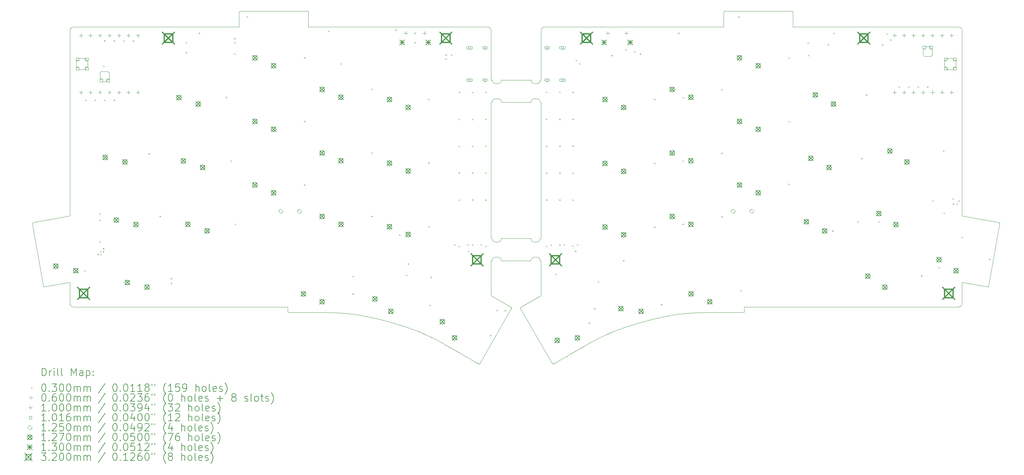
<source format=gbr>
%TF.GenerationSoftware,KiCad,Pcbnew,8.0.5*%
%TF.CreationDate,2024-10-21T12:31:24+08:00*%
%TF.ProjectId,totem_0_3_usb_c,746f7465-6d5f-4305-9f33-5f7573625f63,0.3*%
%TF.SameCoordinates,Original*%
%TF.FileFunction,Drillmap*%
%TF.FilePolarity,Positive*%
%FSLAX45Y45*%
G04 Gerber Fmt 4.5, Leading zero omitted, Abs format (unit mm)*
G04 Created by KiCad (PCBNEW 8.0.5) date 2024-10-21 12:31:24*
%MOMM*%
%LPD*%
G01*
G04 APERTURE LIST*
%ADD10C,0.010000*%
%ADD11C,0.100000*%
%ADD12C,0.080000*%
%ADD13C,0.120000*%
%ADD14C,0.200000*%
%ADD15C,0.101600*%
%ADD16C,0.125000*%
%ADD17C,0.127000*%
%ADD18C,0.130000*%
%ADD19C,0.320000*%
G04 APERTURE END LIST*
D10*
X14860090Y-12465554D02*
X14326690Y-12157579D01*
X2387278Y-11924041D02*
X3063200Y-11804802D01*
X15397256Y-6988435D02*
X14607756Y-6988434D01*
X15661796Y-12157579D02*
X15128396Y-12465554D01*
X7589688Y-4579561D02*
X7589688Y-4965500D01*
X3163036Y-12459204D02*
X8886150Y-12459204D01*
X20550231Y-4579561D02*
X20550231Y-4965500D01*
X9439655Y-4965500D02*
X9439655Y-4579561D01*
X9410021Y-4549928D02*
X7619321Y-4549928D01*
X15647256Y-6988434D02*
X15662500Y-6988400D01*
X14327041Y-10628435D02*
X14354757Y-10628435D01*
X7619321Y-4549928D02*
X7617809Y-4549967D01*
X7616314Y-4550082D01*
X7614840Y-4550273D01*
X7613389Y-4550536D01*
X7611962Y-4550869D01*
X7610561Y-4551272D01*
X7609188Y-4551741D01*
X7607845Y-4552276D01*
X7606534Y-4552874D01*
X7605258Y-4553532D01*
X7604017Y-4554250D01*
X7602814Y-4555025D01*
X7601651Y-4555856D01*
X7600529Y-4556739D01*
X7599451Y-4557675D01*
X7598419Y-4558659D01*
X7597435Y-4559691D01*
X7596500Y-4560769D01*
X7595616Y-4561891D01*
X7594785Y-4563054D01*
X7594010Y-4564257D01*
X7593293Y-4565497D01*
X7592634Y-4566774D01*
X7592036Y-4568085D01*
X7591502Y-4569428D01*
X7591032Y-4570801D01*
X7590630Y-4572202D01*
X7590296Y-4573629D01*
X7590033Y-4575080D01*
X7589843Y-4576554D01*
X7589727Y-4578048D01*
X7589688Y-4579561D01*
X18442390Y-12845496D02*
X18523741Y-12824055D01*
X18602615Y-12803953D01*
X18679092Y-12785147D01*
X18753251Y-12767595D01*
X18825172Y-12751253D01*
X18894936Y-12736077D01*
X18962622Y-12722026D01*
X19028310Y-12709054D01*
X19092080Y-12697120D01*
X19154011Y-12686179D01*
X19214184Y-12676189D01*
X19272678Y-12667107D01*
X19329573Y-12658889D01*
X19384949Y-12651492D01*
X19438886Y-12644873D01*
X19491463Y-12638989D01*
X19542761Y-12633796D01*
X19592860Y-12629251D01*
X19641838Y-12625312D01*
X19689777Y-12621934D01*
X19736755Y-12619074D01*
X19782854Y-12616690D01*
X19828151Y-12614739D01*
X19872728Y-12613176D01*
X19916664Y-12611958D01*
X19960040Y-12611044D01*
X20002934Y-12610388D01*
X20045427Y-12609949D01*
X20087598Y-12609682D01*
X20129528Y-12609546D01*
X20171296Y-12609495D01*
X20212982Y-12609488D01*
X16003285Y-13981088D02*
X16013211Y-13975356D01*
X16024626Y-13968764D01*
X16037472Y-13961347D01*
X16051691Y-13953137D01*
X16067225Y-13944170D01*
X16084013Y-13934479D01*
X16101999Y-13924096D01*
X16121124Y-13913057D01*
X16141328Y-13901395D01*
X16162554Y-13889143D01*
X16184743Y-13876335D01*
X16207837Y-13863005D01*
X16231776Y-13849187D01*
X16256503Y-13834915D01*
X16281959Y-13820221D01*
X16308085Y-13805140D01*
X16334823Y-13789706D01*
X16362114Y-13773952D01*
X16389900Y-13757912D01*
X16418123Y-13741620D01*
X16446723Y-13725109D01*
X16475642Y-13708413D01*
X16504822Y-13691566D01*
X16534205Y-13674601D01*
X16563731Y-13657553D01*
X16593342Y-13640455D01*
X16622979Y-13623341D01*
X16652585Y-13606244D01*
X16682100Y-13589198D01*
X16711467Y-13572237D01*
X16740626Y-13555395D01*
X16769519Y-13538705D01*
X15647256Y-6388435D02*
X15662495Y-6388435D01*
X27928937Y-10234941D02*
X27929162Y-10233423D01*
X27929311Y-10231913D01*
X27929383Y-10230414D01*
X27929382Y-10228927D01*
X27929307Y-10227455D01*
X27929162Y-10225999D01*
X27928946Y-10224562D01*
X27928661Y-10223145D01*
X27928310Y-10221751D01*
X27927892Y-10220382D01*
X27927411Y-10219040D01*
X27926866Y-10217727D01*
X27926260Y-10216444D01*
X27925593Y-10215195D01*
X27924869Y-10213981D01*
X27924086Y-10212804D01*
X27923248Y-10211666D01*
X27922356Y-10210570D01*
X27921411Y-10209517D01*
X27920414Y-10208510D01*
X27919367Y-10207550D01*
X27918271Y-10206640D01*
X27917128Y-10205781D01*
X27915939Y-10204977D01*
X27914706Y-10204228D01*
X27913430Y-10203537D01*
X27912112Y-10202906D01*
X27910754Y-10202336D01*
X27909357Y-10201831D01*
X27907923Y-10201393D01*
X27906453Y-10201022D01*
X27904948Y-10200722D01*
X14327390Y-6388435D02*
X14327390Y-6384065D01*
X14327390Y-6372500D01*
X14327390Y-6354220D01*
X14327390Y-6329708D01*
X14327390Y-6299443D01*
X14327390Y-6263907D01*
X14327390Y-6223581D01*
X14327390Y-6178945D01*
X14327390Y-6130481D01*
X14327390Y-6078669D01*
X14327390Y-6023991D01*
X14327390Y-5966928D01*
X14327390Y-5907959D01*
X14327390Y-5847567D01*
X14327390Y-5786233D01*
X14327390Y-5724436D01*
X14327390Y-5662659D01*
X14327390Y-5601381D01*
X14327390Y-5541085D01*
X14327390Y-5482251D01*
X14327390Y-5425359D01*
X14327390Y-5370892D01*
X14327390Y-5319329D01*
X14327390Y-5271152D01*
X14327390Y-5226842D01*
X14327390Y-5186879D01*
X14327390Y-5151745D01*
X14327390Y-5121920D01*
X14327390Y-5097886D01*
X14327390Y-5080123D01*
X14327390Y-5069113D01*
X14327390Y-5065336D01*
X14326690Y-12157579D02*
X14326690Y-11228009D01*
X15644256Y-10628435D02*
X15662500Y-10628435D01*
X8915784Y-12609488D02*
X8926484Y-12609488D01*
X8938709Y-12609488D01*
X8952411Y-12609488D01*
X8967541Y-12609488D01*
X8984052Y-12609488D01*
X9001895Y-12609488D01*
X9021021Y-12609488D01*
X9041383Y-12609488D01*
X9062933Y-12609488D01*
X9085622Y-12609488D01*
X9109403Y-12609488D01*
X9134226Y-12609488D01*
X9160044Y-12609488D01*
X9186809Y-12609488D01*
X9214472Y-12609488D01*
X9242985Y-12609488D01*
X9272300Y-12609488D01*
X9302369Y-12609488D01*
X9333144Y-12609488D01*
X9364576Y-12609488D01*
X9396617Y-12609488D01*
X9429220Y-12609488D01*
X9462335Y-12609488D01*
X9495915Y-12609488D01*
X9529912Y-12609488D01*
X9564277Y-12609488D01*
X9598962Y-12609488D01*
X9633919Y-12609488D01*
X9669100Y-12609488D01*
X9704456Y-12609488D01*
X9739940Y-12609488D01*
X9775503Y-12609488D01*
X27635425Y-11900052D02*
X27928937Y-10234941D01*
X21102336Y-12579855D02*
X21102336Y-12459204D01*
X15117460Y-12505771D02*
X15963068Y-13970152D01*
X26925285Y-12359369D02*
X26925285Y-11804802D01*
X9775503Y-12609488D02*
X9817189Y-12609495D01*
X9858957Y-12609546D01*
X9900887Y-12609682D01*
X9943059Y-12609949D01*
X9985551Y-12610388D01*
X10028446Y-12611044D01*
X10071821Y-12611958D01*
X10115757Y-12613176D01*
X10160334Y-12614739D01*
X10205632Y-12616690D01*
X10251730Y-12619074D01*
X10298708Y-12621934D01*
X10346647Y-12625312D01*
X10395625Y-12629251D01*
X10445724Y-12633796D01*
X10497022Y-12638989D01*
X10549599Y-12644873D01*
X10603536Y-12651492D01*
X10658912Y-12658889D01*
X10715807Y-12667107D01*
X10774301Y-12676189D01*
X10834474Y-12686179D01*
X10896405Y-12697120D01*
X10960175Y-12709054D01*
X11025863Y-12722026D01*
X11093549Y-12736077D01*
X11163312Y-12751253D01*
X11235234Y-12767595D01*
X11309393Y-12785147D01*
X11385870Y-12803953D01*
X11464744Y-12824055D01*
X11546095Y-12845496D01*
X26925285Y-11804802D02*
X27601207Y-11924041D01*
X22370566Y-4549928D02*
X20579865Y-4549928D01*
X8886150Y-12459204D02*
X8886150Y-12579855D01*
X8886150Y-12579855D02*
X8886188Y-12581368D01*
X8886301Y-12582862D01*
X8886487Y-12584336D01*
X8886744Y-12585787D01*
X8887070Y-12587214D01*
X8887464Y-12588615D01*
X8887924Y-12589988D01*
X8888449Y-12591331D01*
X8889036Y-12592642D01*
X8889684Y-12593918D01*
X8890391Y-12595159D01*
X8891155Y-12596362D01*
X8891974Y-12597525D01*
X8892848Y-12598647D01*
X8893773Y-12599725D01*
X8894749Y-12600757D01*
X8895774Y-12601741D01*
X8896845Y-12602676D01*
X8897961Y-12603560D01*
X8899121Y-12604391D01*
X8900322Y-12605166D01*
X8901564Y-12605884D01*
X8902843Y-12606542D01*
X8904159Y-12607140D01*
X8905509Y-12607674D01*
X8906892Y-12608144D01*
X8908306Y-12608547D01*
X8909750Y-12608880D01*
X8911221Y-12609143D01*
X8912718Y-12609333D01*
X8914240Y-12609449D01*
X8915784Y-12609488D01*
X14327041Y-6988435D02*
X14327041Y-10628435D01*
X26826151Y-4965500D02*
X22400200Y-4965500D01*
X15644256Y-11228434D02*
X15661796Y-11228009D01*
X20550231Y-4965500D02*
X15762331Y-4965500D01*
X3063200Y-10027861D02*
X2083536Y-10200722D01*
X16769519Y-13538705D02*
X16806641Y-13517273D01*
X16843853Y-13495840D01*
X16881242Y-13474405D01*
X16918898Y-13452965D01*
X16956910Y-13431520D01*
X16995365Y-13410068D01*
X17034355Y-13388608D01*
X17073966Y-13367139D01*
X17114288Y-13345658D01*
X17155411Y-13324166D01*
X17197422Y-13302660D01*
X17240411Y-13281139D01*
X17284466Y-13259602D01*
X17329677Y-13238047D01*
X17376133Y-13216473D01*
X17423921Y-13194879D01*
X17473132Y-13173263D01*
X17523854Y-13151624D01*
X17576176Y-13129960D01*
X17630186Y-13108271D01*
X17685974Y-13086555D01*
X17743629Y-13064810D01*
X17803239Y-13043035D01*
X17864893Y-13021229D01*
X17928681Y-12999391D01*
X17994691Y-12977519D01*
X18063011Y-12955611D01*
X18133732Y-12933667D01*
X18206941Y-12911685D01*
X18282728Y-12889663D01*
X18361182Y-12867601D01*
X18442390Y-12845496D01*
X3163036Y-4965500D02*
X3157877Y-4965630D01*
X3152788Y-4966017D01*
X3147775Y-4966653D01*
X3142844Y-4967533D01*
X3138003Y-4968650D01*
X3133256Y-4969997D01*
X3128610Y-4971570D01*
X3124071Y-4973360D01*
X3119645Y-4975363D01*
X3115338Y-4977571D01*
X3111157Y-4979978D01*
X3107108Y-4982578D01*
X3103196Y-4985365D01*
X3099428Y-4988332D01*
X3095810Y-4991472D01*
X3092348Y-4994781D01*
X3089049Y-4998250D01*
X3085918Y-5001875D01*
X3082961Y-5005648D01*
X3080185Y-5009563D01*
X3077596Y-5013614D01*
X3075200Y-5017795D01*
X3073003Y-5022099D01*
X3071011Y-5026520D01*
X3069230Y-5031051D01*
X3067667Y-5035687D01*
X3066328Y-5040421D01*
X3065218Y-5045246D01*
X3064344Y-5050156D01*
X3063713Y-5055146D01*
X3063329Y-5060208D01*
X3063200Y-5065336D01*
X14227555Y-4965500D02*
X9439655Y-4965500D01*
X2353058Y-11900052D02*
X2353359Y-11901557D01*
X2353729Y-11903027D01*
X2354168Y-11904461D01*
X2354673Y-11905858D01*
X2355242Y-11907216D01*
X2355874Y-11908534D01*
X2356565Y-11909810D01*
X2357314Y-11911044D01*
X2358118Y-11912232D01*
X2358977Y-11913375D01*
X2359887Y-11914471D01*
X2360847Y-11915518D01*
X2361854Y-11916515D01*
X2362907Y-11917460D01*
X2364003Y-11918353D01*
X2365141Y-11919191D01*
X2366318Y-11919973D01*
X2367532Y-11920698D01*
X2368781Y-11921364D01*
X2370063Y-11921970D01*
X2371376Y-11922515D01*
X2372719Y-11922997D01*
X2374088Y-11923414D01*
X2375482Y-11923766D01*
X2376898Y-11924050D01*
X2378336Y-11924266D01*
X2379791Y-11924412D01*
X2381264Y-11924486D01*
X2382751Y-11924488D01*
X2384250Y-11924415D01*
X2385760Y-11924267D01*
X2387278Y-11924041D01*
D11*
X14607756Y-6388435D02*
X15397257Y-6388435D01*
D10*
X26925987Y-10027862D02*
X26925987Y-5065336D01*
X14327390Y-6388435D02*
X14357757Y-6388435D01*
X27601207Y-11924041D02*
X27602725Y-11924267D01*
X27604234Y-11924415D01*
X27605734Y-11924488D01*
X27607221Y-11924486D01*
X27608693Y-11924412D01*
X27610149Y-11924266D01*
X27611586Y-11924050D01*
X27613003Y-11923765D01*
X27614397Y-11923414D01*
X27615766Y-11922996D01*
X27617108Y-11922514D01*
X27618422Y-11921970D01*
X27619704Y-11921363D01*
X27620953Y-11920697D01*
X27622167Y-11919972D01*
X27623344Y-11919190D01*
X27624481Y-11918352D01*
X27625578Y-11917460D01*
X27626630Y-11916515D01*
X27627638Y-11915518D01*
X27628597Y-11914471D01*
X27629508Y-11913375D01*
X27630366Y-11912232D01*
X27631171Y-11911043D01*
X27631920Y-11909810D01*
X27632611Y-11908534D01*
X27633242Y-11907216D01*
X27633811Y-11905858D01*
X27634316Y-11904461D01*
X27634754Y-11903027D01*
X27635125Y-11901557D01*
X27635425Y-11900052D01*
X20579865Y-4549928D02*
X20578353Y-4549967D01*
X20576858Y-4550082D01*
X20575384Y-4550273D01*
X20573933Y-4550536D01*
X20572505Y-4550869D01*
X20571104Y-4551272D01*
X20569731Y-4551741D01*
X20568389Y-4552276D01*
X20567078Y-4552874D01*
X20565801Y-4553532D01*
X20564560Y-4554250D01*
X20563357Y-4555025D01*
X20562194Y-4555856D01*
X20561073Y-4556739D01*
X20559995Y-4557675D01*
X20558963Y-4558659D01*
X20557978Y-4559691D01*
X20557043Y-4560769D01*
X20556159Y-4561891D01*
X20555329Y-4563054D01*
X20554553Y-4564257D01*
X20553836Y-4565497D01*
X20553177Y-4566774D01*
X20552579Y-4568085D01*
X20552045Y-4569428D01*
X20551575Y-4570801D01*
X20551173Y-4572202D01*
X20550839Y-4573629D01*
X20550576Y-4575080D01*
X20550386Y-4576554D01*
X20550270Y-4578048D01*
X20550231Y-4579561D01*
X14025418Y-13970152D02*
X14871026Y-12505771D01*
X2083536Y-10200722D02*
X2082031Y-10201022D01*
X2080561Y-10201393D01*
X2079127Y-10201831D01*
X2077730Y-10202336D01*
X2076372Y-10202906D01*
X2075054Y-10203537D01*
X2073778Y-10204228D01*
X2072545Y-10204977D01*
X2071356Y-10205781D01*
X2070213Y-10206640D01*
X2069117Y-10207550D01*
X2068070Y-10208510D01*
X2067073Y-10209517D01*
X2066128Y-10210570D01*
X2065236Y-10211666D01*
X2064398Y-10212804D01*
X2063616Y-10213981D01*
X2062891Y-10215195D01*
X2062224Y-10216444D01*
X2061618Y-10217727D01*
X2061074Y-10219040D01*
X2060592Y-10220382D01*
X2060174Y-10221751D01*
X2059823Y-10223145D01*
X2059538Y-10224562D01*
X2059322Y-10225999D01*
X2059176Y-10227455D01*
X2059102Y-10228927D01*
X2059100Y-10230414D01*
X2059173Y-10231913D01*
X2059322Y-10233423D01*
X2059547Y-10234941D01*
X2059547Y-10234941D02*
X2353058Y-11900052D01*
X7589688Y-4965500D02*
X3163036Y-4965500D01*
D11*
X14604756Y-10628435D02*
X15394257Y-10628435D01*
D10*
X14327390Y-5065336D02*
X14327260Y-5060177D01*
X14326874Y-5055088D01*
X14326237Y-5050075D01*
X14325358Y-5045144D01*
X14324241Y-5040303D01*
X14322893Y-5035556D01*
X14321320Y-5030910D01*
X14319530Y-5026371D01*
X14317527Y-5021945D01*
X14315319Y-5017638D01*
X14312912Y-5013457D01*
X14310312Y-5009408D01*
X14307526Y-5005496D01*
X14304559Y-5001728D01*
X14301418Y-4998110D01*
X14298110Y-4994648D01*
X14294640Y-4991349D01*
X14291016Y-4988218D01*
X14287243Y-4985261D01*
X14283328Y-4982485D01*
X14279276Y-4979896D01*
X14275096Y-4977500D01*
X14270792Y-4975303D01*
X14266371Y-4973311D01*
X14261839Y-4971530D01*
X14257204Y-4969967D01*
X14252470Y-4968628D01*
X14247645Y-4967518D01*
X14242734Y-4966644D01*
X14237745Y-4966013D01*
X14232683Y-4965629D01*
X14227555Y-4965500D01*
X15662495Y-5065336D02*
X15662495Y-6388435D01*
X13218967Y-13538705D02*
X13247859Y-13555395D01*
X13277015Y-13572237D01*
X13306377Y-13589198D01*
X13335886Y-13606244D01*
X13365485Y-13623340D01*
X13395114Y-13640455D01*
X13424716Y-13657553D01*
X13454232Y-13674601D01*
X13483603Y-13691565D01*
X13512772Y-13708412D01*
X13541681Y-13725108D01*
X13570270Y-13741619D01*
X13598482Y-13757912D01*
X13626257Y-13773952D01*
X13653539Y-13789706D01*
X13680268Y-13805140D01*
X13706387Y-13820221D01*
X13731836Y-13834914D01*
X13756558Y-13849187D01*
X13780494Y-13863005D01*
X13803586Y-13876335D01*
X13825775Y-13889143D01*
X13847004Y-13901395D01*
X13867213Y-13913057D01*
X13886345Y-13924096D01*
X13904341Y-13934478D01*
X13921143Y-13944170D01*
X13936693Y-13953137D01*
X13950932Y-13961346D01*
X13963802Y-13968764D01*
X13975244Y-13975356D01*
X13985201Y-13981088D01*
X15762331Y-4965500D02*
X15757171Y-4965630D01*
X15752082Y-4966017D01*
X15747069Y-4966653D01*
X15742139Y-4967533D01*
X15737297Y-4968650D01*
X15732551Y-4969997D01*
X15727904Y-4971570D01*
X15723365Y-4973360D01*
X15718940Y-4975363D01*
X15714633Y-4977571D01*
X15710452Y-4979978D01*
X15706403Y-4982578D01*
X15702491Y-4985365D01*
X15698723Y-4988332D01*
X15695105Y-4991472D01*
X15691643Y-4994781D01*
X15688344Y-4998250D01*
X15685213Y-5001875D01*
X15682256Y-5005648D01*
X15679480Y-5009563D01*
X15676891Y-5013614D01*
X15674495Y-5017795D01*
X15672298Y-5022099D01*
X15670306Y-5026520D01*
X15668525Y-5031051D01*
X15666962Y-5035687D01*
X15665623Y-5040421D01*
X15664513Y-5045246D01*
X15663640Y-5050156D01*
X15663008Y-5055146D01*
X15662624Y-5060208D01*
X15662495Y-5065336D01*
X3063200Y-5065336D02*
X3063200Y-10027861D01*
X21072701Y-12609488D02*
X21074214Y-12609449D01*
X21075709Y-12609333D01*
X21077183Y-12609143D01*
X21078634Y-12608880D01*
X21080061Y-12608547D01*
X21081462Y-12608144D01*
X21082835Y-12607674D01*
X21084178Y-12607140D01*
X21085489Y-12606542D01*
X21086766Y-12605884D01*
X21088007Y-12605166D01*
X21089210Y-12604391D01*
X21090373Y-12603560D01*
X21091494Y-12602676D01*
X21092572Y-12601741D01*
X21093604Y-12600757D01*
X21094589Y-12599725D01*
X21095524Y-12598647D01*
X21096408Y-12597525D01*
X21097238Y-12596362D01*
X21098013Y-12595159D01*
X21098731Y-12593918D01*
X21099390Y-12592642D01*
X21099987Y-12591331D01*
X21100522Y-12589988D01*
X21100991Y-12588615D01*
X21101394Y-12587214D01*
X21101728Y-12585787D01*
X21101991Y-12584336D01*
X21102181Y-12582862D01*
X21102297Y-12581368D01*
X21102336Y-12579855D01*
X15661796Y-11228009D02*
X15661796Y-12157579D01*
X21102336Y-12459204D02*
X26825449Y-12459204D01*
X3063200Y-12359369D02*
X3063330Y-12364528D01*
X3063716Y-12369617D01*
X3064353Y-12374630D01*
X3065233Y-12379560D01*
X3066349Y-12384402D01*
X3067697Y-12389149D01*
X3069270Y-12393795D01*
X3071060Y-12398334D01*
X3073063Y-12402760D01*
X3075271Y-12407066D01*
X3077678Y-12411248D01*
X3080278Y-12415297D01*
X3083065Y-12419209D01*
X3086031Y-12422977D01*
X3089172Y-12426595D01*
X3092480Y-12430056D01*
X3095950Y-12433356D01*
X3099574Y-12436487D01*
X3103347Y-12439444D01*
X3107263Y-12442220D01*
X3111314Y-12444809D01*
X3115495Y-12447205D01*
X3119799Y-12449402D01*
X3124219Y-12451394D01*
X3128751Y-12453174D01*
X3133387Y-12454737D01*
X3138120Y-12456077D01*
X3142946Y-12457186D01*
X3147856Y-12458060D01*
X3152846Y-12458692D01*
X3157908Y-12459075D01*
X3163036Y-12459204D01*
X11546095Y-12845496D02*
X11627303Y-12867601D01*
X11705757Y-12889663D01*
X11781544Y-12911685D01*
X11854753Y-12933667D01*
X11925474Y-12955611D01*
X11993795Y-12977519D01*
X12059804Y-12999391D01*
X12123592Y-13021229D01*
X12185247Y-13043035D01*
X12244857Y-13064810D01*
X12302511Y-13086555D01*
X12358300Y-13108271D01*
X12412310Y-13129960D01*
X12464632Y-13151624D01*
X12515354Y-13173263D01*
X12564564Y-13194879D01*
X12612353Y-13216473D01*
X12658808Y-13238047D01*
X12704019Y-13259602D01*
X12748075Y-13281139D01*
X12791064Y-13302660D01*
X12833075Y-13324166D01*
X12874198Y-13345659D01*
X12914520Y-13367139D01*
X12954131Y-13388609D01*
X12993121Y-13410069D01*
X13031576Y-13431520D01*
X13069588Y-13452965D01*
X13107244Y-13474405D01*
X13144633Y-13495840D01*
X13181845Y-13517273D01*
X13218967Y-13538705D01*
X13985201Y-13981088D02*
X13986534Y-13981811D01*
X13987889Y-13982458D01*
X13989260Y-13983029D01*
X13990647Y-13983527D01*
X13992047Y-13983951D01*
X13993457Y-13984301D01*
X13994874Y-13984580D01*
X13996297Y-13984787D01*
X13997722Y-13984923D01*
X13999147Y-13984990D01*
X14000569Y-13984986D01*
X14001987Y-13984914D01*
X14003397Y-13984775D01*
X14004798Y-13984568D01*
X14006185Y-13984294D01*
X14007558Y-13983955D01*
X14008913Y-13983550D01*
X14010248Y-13983081D01*
X14011560Y-13982549D01*
X14012848Y-13981953D01*
X14014107Y-13981295D01*
X14015337Y-13980576D01*
X14016533Y-13979795D01*
X14017695Y-13978955D01*
X14018819Y-13978055D01*
X14019902Y-13977097D01*
X14020943Y-13976080D01*
X14021939Y-13975006D01*
X14022887Y-13973876D01*
X14023784Y-13972690D01*
X14024629Y-13971448D01*
X14025418Y-13970152D01*
X14354756Y-11228435D02*
X14326690Y-11228009D01*
X15128396Y-12465554D02*
X15127100Y-12466343D01*
X15125858Y-12467188D01*
X15124672Y-12468085D01*
X15123542Y-12469033D01*
X15122468Y-12470029D01*
X15121451Y-12471069D01*
X15120493Y-12472153D01*
X15119593Y-12473277D01*
X15118752Y-12474438D01*
X15117972Y-12475635D01*
X15117253Y-12476864D01*
X15116595Y-12478124D01*
X15115999Y-12479411D01*
X15115467Y-12480724D01*
X15114998Y-12482059D01*
X15114593Y-12483414D01*
X15114254Y-12484786D01*
X15113980Y-12486174D01*
X15113773Y-12487574D01*
X15113633Y-12488984D01*
X15113562Y-12490402D01*
X15113558Y-12491825D01*
X15113625Y-12493250D01*
X15113761Y-12494675D01*
X15113968Y-12496097D01*
X15114247Y-12497515D01*
X15114597Y-12498925D01*
X15115021Y-12500324D01*
X15115519Y-12501711D01*
X15116090Y-12503083D01*
X15116737Y-12504437D01*
X15117460Y-12505771D01*
X27904948Y-10200722D02*
X27905652Y-10200723D01*
X15662500Y-6988400D02*
X15662500Y-10628435D01*
X26825449Y-12459204D02*
X26830608Y-12459074D01*
X26835697Y-12458688D01*
X26840710Y-12458051D01*
X26845641Y-12457172D01*
X26850482Y-12456055D01*
X26855229Y-12454707D01*
X26859875Y-12453135D01*
X26864414Y-12451344D01*
X26868840Y-12449342D01*
X26873147Y-12447134D01*
X26877328Y-12444726D01*
X26881377Y-12442126D01*
X26885289Y-12439340D01*
X26889057Y-12436373D01*
X26892675Y-12433232D01*
X26896137Y-12429924D01*
X26899437Y-12426454D01*
X26902568Y-12422830D01*
X26905524Y-12419057D01*
X26908300Y-12415142D01*
X26910889Y-12411091D01*
X26913286Y-12406910D01*
X26915483Y-12402606D01*
X26917475Y-12398185D01*
X26919255Y-12393654D01*
X26920818Y-12389018D01*
X26922158Y-12384284D01*
X26923267Y-12379459D01*
X26924141Y-12374549D01*
X26924773Y-12369559D01*
X26925156Y-12364497D01*
X26925285Y-12359369D01*
X27905652Y-10200723D02*
X26925987Y-10027862D01*
X14871026Y-12505771D02*
X14871749Y-12504437D01*
X14872396Y-12503083D01*
X14872967Y-12501712D01*
X14873465Y-12500325D01*
X14873889Y-12498925D01*
X14874239Y-12497515D01*
X14874518Y-12496098D01*
X14874725Y-12494675D01*
X14874861Y-12493250D01*
X14874928Y-12491825D01*
X14874924Y-12490402D01*
X14874852Y-12488985D01*
X14874713Y-12487575D01*
X14874506Y-12486174D01*
X14874232Y-12484787D01*
X14873893Y-12483414D01*
X14873488Y-12482059D01*
X14873019Y-12480724D01*
X14872487Y-12479412D01*
X14871891Y-12478124D01*
X14871233Y-12476865D01*
X14870514Y-12475635D01*
X14869733Y-12474438D01*
X14868893Y-12473277D01*
X14867993Y-12472153D01*
X14867035Y-12471069D01*
X14866018Y-12470029D01*
X14864944Y-12469033D01*
X14863814Y-12468085D01*
X14862628Y-12467188D01*
X14861386Y-12466343D01*
X14860090Y-12465554D01*
X3063200Y-11804802D02*
X3063200Y-12359369D01*
X15963068Y-13970152D02*
X15963857Y-13971448D01*
X15964702Y-13972690D01*
X15965599Y-13973876D01*
X15966547Y-13975006D01*
X15967542Y-13976080D01*
X15968583Y-13977097D01*
X15969667Y-13978055D01*
X15970791Y-13978955D01*
X15971952Y-13979795D01*
X15973149Y-13980576D01*
X15974378Y-13981295D01*
X15975638Y-13981953D01*
X15976925Y-13982549D01*
X15978237Y-13983081D01*
X15979572Y-13983550D01*
X15980928Y-13983955D01*
X15982300Y-13984294D01*
X15983688Y-13984568D01*
X15985088Y-13984775D01*
X15986498Y-13984914D01*
X15987916Y-13984986D01*
X15989339Y-13984990D01*
X15990764Y-13984923D01*
X15992189Y-13984787D01*
X15993611Y-13984580D01*
X15995029Y-13984301D01*
X15996439Y-13983951D01*
X15997838Y-13983527D01*
X15999225Y-13983029D01*
X16000597Y-13982458D01*
X16001951Y-13981811D01*
X16003285Y-13981088D01*
X14357756Y-6988435D02*
X14327041Y-6988435D01*
X22400200Y-4579561D02*
X22400161Y-4578048D01*
X22400045Y-4576554D01*
X22399855Y-4575080D01*
X22399592Y-4573629D01*
X22399258Y-4572201D01*
X22398856Y-4570800D01*
X22398386Y-4569427D01*
X22397852Y-4568085D01*
X22397254Y-4566774D01*
X22396595Y-4565497D01*
X22395878Y-4564256D01*
X22395102Y-4563053D01*
X22394272Y-4561890D01*
X22393388Y-4560769D01*
X22392453Y-4559691D01*
X22391468Y-4558659D01*
X22390436Y-4557674D01*
X22389358Y-4556739D01*
X22388237Y-4555855D01*
X22387074Y-4555025D01*
X22385871Y-4554250D01*
X22384630Y-4553532D01*
X22383353Y-4552873D01*
X22382042Y-4552276D01*
X22380700Y-4551741D01*
X22379327Y-4551272D01*
X22377926Y-4550869D01*
X22376498Y-4550536D01*
X22375047Y-4550273D01*
X22373573Y-4550082D01*
X22372078Y-4549967D01*
X22370566Y-4549928D01*
X20212982Y-12609488D02*
X20248577Y-12609488D01*
X20284091Y-12609488D01*
X20319475Y-12609488D01*
X20354682Y-12609488D01*
X20389663Y-12609488D01*
X20424369Y-12609488D01*
X20458754Y-12609488D01*
X20492768Y-12609488D01*
X20526364Y-12609488D01*
X20559493Y-12609488D01*
X20592107Y-12609488D01*
X20624157Y-12609488D01*
X20655597Y-12609488D01*
X20686377Y-12609488D01*
X20716449Y-12609488D01*
X20745765Y-12609488D01*
X20774277Y-12609488D01*
X20801937Y-12609488D01*
X20828697Y-12609488D01*
X20854507Y-12609488D01*
X20879321Y-12609488D01*
X20903090Y-12609488D01*
X20925766Y-12609488D01*
X20947300Y-12609488D01*
X20967645Y-12609488D01*
X20986752Y-12609488D01*
X21004573Y-12609488D01*
X21021060Y-12609488D01*
X21036164Y-12609488D01*
X21049838Y-12609488D01*
X21062033Y-12609488D01*
X21072701Y-12609488D01*
X9439655Y-4579561D02*
X9439616Y-4578048D01*
X9439500Y-4576554D01*
X9439310Y-4575080D01*
X9439047Y-4573629D01*
X9438713Y-4572201D01*
X9438310Y-4570800D01*
X9437841Y-4569427D01*
X9437306Y-4568085D01*
X9436709Y-4566774D01*
X9436050Y-4565497D01*
X9435332Y-4564256D01*
X9434557Y-4563053D01*
X9433727Y-4561890D01*
X9432843Y-4560769D01*
X9431908Y-4559691D01*
X9430923Y-4558659D01*
X9429891Y-4557674D01*
X9428813Y-4556739D01*
X9427692Y-4555855D01*
X9426529Y-4555025D01*
X9425326Y-4554250D01*
X9424085Y-4553532D01*
X9422808Y-4552873D01*
X9421498Y-4552276D01*
X9420155Y-4551741D01*
X9418782Y-4551272D01*
X9417381Y-4550869D01*
X9415954Y-4550536D01*
X9414502Y-4550273D01*
X9413028Y-4550082D01*
X9411534Y-4549967D01*
X9410021Y-4549928D01*
D11*
X14604756Y-11228434D02*
X15394256Y-11228435D01*
D10*
X26925987Y-5065336D02*
X26925857Y-5060177D01*
X26925471Y-5055088D01*
X26924835Y-5050075D01*
X26923955Y-5045144D01*
X26922838Y-5040303D01*
X26921490Y-5035556D01*
X26919918Y-5030910D01*
X26918127Y-5026371D01*
X26916124Y-5021945D01*
X26913916Y-5017638D01*
X26911509Y-5013457D01*
X26908909Y-5009408D01*
X26906122Y-5005496D01*
X26903156Y-5001728D01*
X26900015Y-4998110D01*
X26896707Y-4994648D01*
X26893237Y-4991349D01*
X26889612Y-4988218D01*
X26885839Y-4985261D01*
X26881924Y-4982485D01*
X26877873Y-4979896D01*
X26873692Y-4977500D01*
X26869388Y-4975303D01*
X26864967Y-4973311D01*
X26860436Y-4971530D01*
X26855800Y-4969967D01*
X26851066Y-4968628D01*
X26846241Y-4967518D01*
X26841331Y-4966644D01*
X26836341Y-4966013D01*
X26831279Y-4965629D01*
X26826151Y-4965500D01*
X22400200Y-4965500D02*
X22400200Y-4579561D01*
D12*
X15494256Y-10728435D02*
X15544256Y-10728435D01*
X15544256Y-11128435D02*
X15494256Y-11128435D01*
X15394256Y-11228435D02*
G75*
G02*
X15494256Y-11128435I100000J0D01*
G01*
X15494256Y-10728435D02*
G75*
G02*
X15394257Y-10628435I0J100000D01*
G01*
X15544256Y-11128435D02*
G75*
G02*
X15644256Y-11228434I0J-100000D01*
G01*
X15644256Y-10628435D02*
G75*
G02*
X15544257Y-10728435I-100000J0D01*
G01*
D13*
X25886300Y-5718700D02*
X25886300Y-5558680D01*
X25954880Y-5490100D02*
X26059020Y-5490100D01*
X26089500Y-5756800D02*
X25924400Y-5756800D01*
X26127600Y-5558680D02*
X26127600Y-5718700D01*
X26457800Y-5876180D02*
X26457800Y-6043820D01*
X26526380Y-5807600D02*
X26694020Y-5807600D01*
X26526380Y-6112400D02*
X26694020Y-6112400D01*
X26762600Y-5876180D02*
X26762600Y-6043820D01*
X25924400Y-5756800D02*
G75*
G02*
X25886300Y-5718700I0J38100D01*
G01*
X25954880Y-5490100D02*
G75*
G02*
X25886300Y-5558680I-43805J-24775D01*
G01*
X26127600Y-5558680D02*
G75*
G02*
X26059020Y-5490100I-24775J43805D01*
G01*
X26127600Y-5718700D02*
G75*
G02*
X26089500Y-5756800I-38100J0D01*
G01*
X26457800Y-6043820D02*
G75*
G02*
X26526380Y-6112400I24775J-43805D01*
G01*
X26526380Y-5807600D02*
G75*
G02*
X26457800Y-5876180I-43805J-24775D01*
G01*
X26694020Y-6112400D02*
G75*
G02*
X26762600Y-6043820I43805J24775D01*
G01*
X26762600Y-5876180D02*
G75*
G02*
X26694020Y-5807600I-24775J43805D01*
G01*
D12*
X14454756Y-10728435D02*
X14504756Y-10728435D01*
X14504756Y-11128435D02*
X14454756Y-11128435D01*
X14354756Y-11228435D02*
G75*
G02*
X14454756Y-11128435I100000J0D01*
G01*
X14454756Y-10728435D02*
G75*
G02*
X14354757Y-10628435I0J100000D01*
G01*
X14504756Y-11128435D02*
G75*
G02*
X14604756Y-11228434I0J-100000D01*
G01*
X14604756Y-10628435D02*
G75*
G02*
X14504757Y-10728435I-100000J0D01*
G01*
X15497256Y-6488435D02*
X15547256Y-6488435D01*
X15547256Y-6888435D02*
X15497256Y-6888435D01*
X15397256Y-6988435D02*
G75*
G02*
X15497256Y-6888435I100000J0D01*
G01*
X15497256Y-6488435D02*
G75*
G02*
X15397257Y-6388435I0J100000D01*
G01*
X15547256Y-6888435D02*
G75*
G02*
X15647256Y-6988434I0J-100000D01*
G01*
X15647256Y-6388435D02*
G75*
G02*
X15547257Y-6488434I-100000J0D01*
G01*
X14457756Y-6488435D02*
X14507756Y-6488435D01*
X14507756Y-6888435D02*
X14457756Y-6888435D01*
X14357756Y-6988435D02*
G75*
G02*
X14457756Y-6888435I100000J0D01*
G01*
X14457756Y-6488435D02*
G75*
G02*
X14357757Y-6388435I0J100000D01*
G01*
X14507756Y-6888435D02*
G75*
G02*
X14607756Y-6988434I0J-100000D01*
G01*
X14607756Y-6388435D02*
G75*
G02*
X14507757Y-6488434I-100000J0D01*
G01*
D13*
X3237400Y-6043820D02*
X3237400Y-5876180D01*
X3473620Y-5807600D02*
X3305980Y-5807600D01*
X3473620Y-6112400D02*
X3305980Y-6112400D01*
X3542200Y-6043820D02*
X3542200Y-5876180D01*
X3872400Y-6361320D02*
X3872400Y-6201300D01*
X3910500Y-6163200D02*
X4075600Y-6163200D01*
X4045120Y-6429900D02*
X3940980Y-6429900D01*
X4113700Y-6201300D02*
X4113700Y-6361320D01*
X3237400Y-6043820D02*
G75*
G02*
X3305980Y-6112400I24775J-43805D01*
G01*
X3305980Y-5807600D02*
G75*
G02*
X3237400Y-5876180I-43805J-24775D01*
G01*
X3473620Y-6112400D02*
G75*
G02*
X3542200Y-6043820I43805J24775D01*
G01*
X3542200Y-5876180D02*
G75*
G02*
X3473620Y-5807600I-24775J43805D01*
G01*
X3872400Y-6201300D02*
G75*
G02*
X3910500Y-6163200I38100J0D01*
G01*
X3872400Y-6361320D02*
G75*
G02*
X3940980Y-6429900I24775J-43805D01*
G01*
X4045120Y-6429900D02*
G75*
G02*
X4113700Y-6361320I43805J24775D01*
G01*
X4075600Y-6163200D02*
G75*
G02*
X4113700Y-6201300I0J-38100D01*
G01*
D14*
D11*
X3450000Y-11481600D02*
X3480000Y-11511600D01*
X3480000Y-11481600D02*
X3450000Y-11511600D01*
X3467600Y-6913500D02*
X3497600Y-6943500D01*
X3497600Y-6913500D02*
X3467600Y-6943500D01*
X3724200Y-6913500D02*
X3754200Y-6943500D01*
X3754200Y-6913500D02*
X3724200Y-6943500D01*
X3800000Y-11040000D02*
X3830000Y-11070000D01*
X3830000Y-11040000D02*
X3800000Y-11070000D01*
X3852756Y-10126435D02*
X3882756Y-10156435D01*
X3882756Y-10126435D02*
X3852756Y-10156435D01*
X3855000Y-10705000D02*
X3885000Y-10735000D01*
X3885000Y-10705000D02*
X3855000Y-10735000D01*
X3860100Y-9954000D02*
X3890100Y-9984000D01*
X3890100Y-9954000D02*
X3860100Y-9984000D01*
X3872500Y-11040000D02*
X3902500Y-11070000D01*
X3902500Y-11040000D02*
X3872500Y-11070000D01*
X3875000Y-10970000D02*
X3905000Y-11000000D01*
X3905000Y-10970000D02*
X3875000Y-11000000D01*
X3945000Y-10967500D02*
X3975000Y-10997500D01*
X3975000Y-10967500D02*
X3945000Y-10997500D01*
X3947300Y-10885700D02*
X3977300Y-10915700D01*
X3977300Y-10885700D02*
X3947300Y-10915700D01*
X3958100Y-6003000D02*
X3988100Y-6033000D01*
X3988100Y-6003000D02*
X3958100Y-6033000D01*
X3975800Y-6913500D02*
X4005800Y-6943500D01*
X4005800Y-6913500D02*
X3975800Y-6943500D01*
X3979100Y-5327600D02*
X4009100Y-5357600D01*
X4009100Y-5327600D02*
X3979100Y-5357600D01*
X4233200Y-5327600D02*
X4263200Y-5357600D01*
X4263200Y-5327600D02*
X4233200Y-5357600D01*
X4233600Y-6913500D02*
X4263600Y-6943500D01*
X4263600Y-6913500D02*
X4233600Y-6943500D01*
X4487300Y-5327600D02*
X4517300Y-5357600D01*
X4517300Y-5327600D02*
X4487300Y-5357600D01*
X4744200Y-5329700D02*
X4774200Y-5359700D01*
X4774200Y-5329700D02*
X4744200Y-5359700D01*
X5167757Y-8343935D02*
X5197757Y-8373935D01*
X5197757Y-8343935D02*
X5167757Y-8373935D01*
X5465257Y-10021435D02*
X5495257Y-10051435D01*
X5495257Y-10021435D02*
X5465257Y-10051435D01*
X5760256Y-11688935D02*
X5790256Y-11718935D01*
X5790256Y-11688935D02*
X5760256Y-11718935D01*
X5762063Y-11810068D02*
X5792063Y-11840068D01*
X5792063Y-11810068D02*
X5762063Y-11840068D01*
X6160900Y-5374000D02*
X6190900Y-5404000D01*
X6190900Y-5374000D02*
X6160900Y-5404000D01*
X6160900Y-5641500D02*
X6190900Y-5671500D01*
X6190900Y-5641500D02*
X6160900Y-5671500D01*
X6507400Y-5122600D02*
X6537400Y-5152600D01*
X6537400Y-5122600D02*
X6507400Y-5152600D01*
X7237756Y-6841435D02*
X7267756Y-6871435D01*
X7267756Y-6841435D02*
X7237756Y-6871435D01*
X7355256Y-8538935D02*
X7385256Y-8568935D01*
X7385256Y-8538935D02*
X7355256Y-8568935D01*
X7455900Y-5371500D02*
X7485900Y-5401500D01*
X7485900Y-5371500D02*
X7455900Y-5401500D01*
X7455900Y-5679000D02*
X7485900Y-5709000D01*
X7485900Y-5679000D02*
X7455900Y-5709000D01*
X7456600Y-5266100D02*
X7486600Y-5296100D01*
X7486600Y-5266100D02*
X7456600Y-5296100D01*
X7475256Y-10233935D02*
X7505256Y-10263935D01*
X7505256Y-10233935D02*
X7475256Y-10263935D01*
X7792500Y-4685000D02*
X7822500Y-4715000D01*
X7822500Y-4685000D02*
X7792500Y-4715000D01*
X9325257Y-5781435D02*
X9355257Y-5811435D01*
X9355257Y-5781435D02*
X9325257Y-5811435D01*
X9325257Y-7481435D02*
X9355257Y-7511435D01*
X9355257Y-7481435D02*
X9325257Y-7511435D01*
X9325257Y-9183935D02*
X9355257Y-9213935D01*
X9355257Y-9183935D02*
X9325257Y-9213935D01*
X9970000Y-5070000D02*
X10000000Y-5100000D01*
X10000000Y-5070000D02*
X9970000Y-5100000D01*
X10300500Y-5940700D02*
X10330500Y-5970700D01*
X10330500Y-5940700D02*
X10300500Y-5970700D01*
X10300500Y-5940700D02*
X10330500Y-5970700D01*
X10330500Y-5940700D02*
X10300500Y-5970700D01*
X10300500Y-5940700D02*
X10330500Y-5970700D01*
X10330500Y-5940700D02*
X10300500Y-5970700D01*
X10620000Y-12095000D02*
X10650000Y-12125000D01*
X10650000Y-12095000D02*
X10620000Y-12125000D01*
X10622817Y-11632183D02*
X10652817Y-11662183D01*
X10652817Y-11632183D02*
X10622817Y-11662183D01*
X11125257Y-6623935D02*
X11155257Y-6653935D01*
X11155257Y-6623935D02*
X11125257Y-6653935D01*
X11125257Y-8323935D02*
X11155257Y-8353935D01*
X11155257Y-8323935D02*
X11125257Y-8353935D01*
X11125257Y-10021435D02*
X11155257Y-10051435D01*
X11155257Y-10021435D02*
X11125257Y-10051435D01*
X11772500Y-5035000D02*
X11802500Y-5065000D01*
X11802500Y-5035000D02*
X11772500Y-5065000D01*
X11868600Y-10519300D02*
X11898600Y-10549300D01*
X11898600Y-10519300D02*
X11868600Y-10549300D01*
X12053000Y-11597000D02*
X12083000Y-11627000D01*
X12083000Y-11597000D02*
X12053000Y-11627000D01*
X12096775Y-11294438D02*
X12126775Y-11324438D01*
X12126775Y-11294438D02*
X12096775Y-11324438D01*
X12278700Y-5119500D02*
X12308700Y-5149500D01*
X12308700Y-5119500D02*
X12278700Y-5149500D01*
X12278700Y-5374800D02*
X12308700Y-5404800D01*
X12308700Y-5374800D02*
X12278700Y-5404800D01*
X12645000Y-6895000D02*
X12675000Y-6925000D01*
X12675000Y-6895000D02*
X12645000Y-6925000D01*
X12645000Y-8592500D02*
X12675000Y-8622500D01*
X12675000Y-8592500D02*
X12645000Y-8622500D01*
X12652500Y-10297500D02*
X12682500Y-10327500D01*
X12682500Y-10297500D02*
X12652500Y-10327500D01*
X12682500Y-12402500D02*
X12712500Y-12432500D01*
X12712500Y-12402500D02*
X12682500Y-12432500D01*
X12707600Y-11652200D02*
X12737600Y-11682200D01*
X12737600Y-11652200D02*
X12707600Y-11682200D01*
X13107900Y-5705000D02*
X13137900Y-5735000D01*
X13137900Y-5705000D02*
X13107900Y-5735000D01*
X13107900Y-5808000D02*
X13137900Y-5838000D01*
X13137900Y-5808000D02*
X13107900Y-5838000D01*
X13255900Y-5705000D02*
X13285900Y-5735000D01*
X13285900Y-5705000D02*
X13255900Y-5735000D01*
X13342500Y-10785000D02*
X13372500Y-10815000D01*
X13372500Y-10785000D02*
X13342500Y-10815000D01*
X13463400Y-10821500D02*
X13493400Y-10851500D01*
X13493400Y-10821500D02*
X13463400Y-10851500D01*
X13464000Y-6704000D02*
X13494000Y-6734000D01*
X13494000Y-6704000D02*
X13464000Y-6734000D01*
X13464000Y-7425000D02*
X13494000Y-7455000D01*
X13494000Y-7425000D02*
X13464000Y-7455000D01*
X13464000Y-8144000D02*
X13494000Y-8174000D01*
X13494000Y-8144000D02*
X13464000Y-8174000D01*
X13464000Y-8863000D02*
X13494000Y-8893000D01*
X13494000Y-8863000D02*
X13464000Y-8893000D01*
X13464000Y-9585000D02*
X13494000Y-9615000D01*
X13494000Y-9585000D02*
X13464000Y-9615000D01*
X13697500Y-10782500D02*
X13727500Y-10812500D01*
X13727500Y-10782500D02*
X13697500Y-10812500D01*
X13708400Y-10956500D02*
X13738400Y-10986500D01*
X13738400Y-10956500D02*
X13708400Y-10986500D01*
X13820900Y-10786500D02*
X13850900Y-10816500D01*
X13850900Y-10786500D02*
X13820900Y-10816500D01*
X13822000Y-6705000D02*
X13852000Y-6735000D01*
X13852000Y-6705000D02*
X13822000Y-6735000D01*
X13822000Y-7425000D02*
X13852000Y-7455000D01*
X13852000Y-7425000D02*
X13822000Y-7455000D01*
X13822000Y-8145000D02*
X13852000Y-8175000D01*
X13852000Y-8145000D02*
X13822000Y-8175000D01*
X13822000Y-8862000D02*
X13852000Y-8892000D01*
X13852000Y-8862000D02*
X13822000Y-8892000D01*
X13822000Y-9582000D02*
X13852000Y-9612000D01*
X13852000Y-9582000D02*
X13822000Y-9612000D01*
X14052500Y-10785000D02*
X14082500Y-10815000D01*
X14082500Y-10785000D02*
X14052500Y-10815000D01*
X14170900Y-10826500D02*
X14200900Y-10856500D01*
X14200900Y-10826500D02*
X14170900Y-10856500D01*
X14171500Y-6703500D02*
X14201500Y-6733500D01*
X14201500Y-6703500D02*
X14171500Y-6733500D01*
X14171500Y-7423500D02*
X14201500Y-7453500D01*
X14201500Y-7423500D02*
X14171500Y-7453500D01*
X14171500Y-8143500D02*
X14201500Y-8173500D01*
X14201500Y-8143500D02*
X14171500Y-8173500D01*
X14171500Y-8861500D02*
X14201500Y-8891500D01*
X14201500Y-8861500D02*
X14171500Y-8891500D01*
X14171500Y-9583500D02*
X14201500Y-9613500D01*
X14201500Y-9583500D02*
X14171500Y-9613500D01*
X14297500Y-13210000D02*
X14327500Y-13240000D01*
X14327500Y-13210000D02*
X14297500Y-13240000D01*
X14474000Y-12541000D02*
X14504000Y-12571000D01*
X14504000Y-12541000D02*
X14474000Y-12571000D01*
X14691900Y-12543000D02*
X14721900Y-12573000D01*
X14721900Y-12543000D02*
X14691900Y-12573000D01*
X15795900Y-10826500D02*
X15825900Y-10856500D01*
X15825900Y-10826500D02*
X15795900Y-10856500D01*
X15796000Y-6703000D02*
X15826000Y-6733000D01*
X15826000Y-6703000D02*
X15796000Y-6733000D01*
X15796000Y-7423000D02*
X15826000Y-7453000D01*
X15826000Y-7423000D02*
X15796000Y-7453000D01*
X15796000Y-8145000D02*
X15826000Y-8175000D01*
X15826000Y-8145000D02*
X15796000Y-8175000D01*
X15796000Y-8865000D02*
X15826000Y-8895000D01*
X15826000Y-8865000D02*
X15796000Y-8895000D01*
X15796000Y-9587000D02*
X15826000Y-9617000D01*
X15826000Y-9587000D02*
X15796000Y-9617000D01*
X15919000Y-10788000D02*
X15949000Y-10818000D01*
X15949000Y-10788000D02*
X15919000Y-10818000D01*
X16041945Y-11572592D02*
X16071945Y-11602592D01*
X16071945Y-11572592D02*
X16041945Y-11602592D01*
X16150900Y-10789000D02*
X16180900Y-10819000D01*
X16180900Y-10789000D02*
X16150900Y-10819000D01*
X16151000Y-6704000D02*
X16181000Y-6734000D01*
X16181000Y-6704000D02*
X16151000Y-6734000D01*
X16151000Y-7425000D02*
X16181000Y-7455000D01*
X16181000Y-7425000D02*
X16151000Y-7455000D01*
X16151000Y-8146000D02*
X16181000Y-8176000D01*
X16181000Y-8146000D02*
X16151000Y-8176000D01*
X16151000Y-8867000D02*
X16181000Y-8897000D01*
X16181000Y-8867000D02*
X16151000Y-8897000D01*
X16151000Y-9586000D02*
X16181000Y-9616000D01*
X16181000Y-9586000D02*
X16151000Y-9616000D01*
X16271000Y-10784000D02*
X16301000Y-10814000D01*
X16301000Y-10784000D02*
X16271000Y-10814000D01*
X16500900Y-10819000D02*
X16530900Y-10849000D01*
X16530900Y-10819000D02*
X16500900Y-10849000D01*
X16502000Y-7423000D02*
X16532000Y-7453000D01*
X16532000Y-7423000D02*
X16502000Y-7453000D01*
X16502000Y-8143000D02*
X16532000Y-8173000D01*
X16532000Y-8143000D02*
X16502000Y-8173000D01*
X16502000Y-8866000D02*
X16532000Y-8896000D01*
X16532000Y-8866000D02*
X16502000Y-8896000D01*
X16502000Y-9584000D02*
X16532000Y-9614000D01*
X16532000Y-9584000D02*
X16502000Y-9614000D01*
X16503000Y-6704000D02*
X16533000Y-6734000D01*
X16533000Y-6704000D02*
X16503000Y-6734000D01*
X16575900Y-10956500D02*
X16605900Y-10986500D01*
X16605900Y-10956500D02*
X16575900Y-10986500D01*
X16590900Y-5846500D02*
X16620900Y-5876500D01*
X16620900Y-5846500D02*
X16590900Y-5876500D01*
X16626000Y-10784000D02*
X16656000Y-10814000D01*
X16656000Y-10784000D02*
X16626000Y-10814000D01*
X16685484Y-5941084D02*
X16715484Y-5971084D01*
X16715484Y-5941084D02*
X16685484Y-5971084D01*
X16938799Y-12881333D02*
X16968799Y-12911333D01*
X16968799Y-12881333D02*
X16938799Y-12911333D01*
X17082212Y-12488633D02*
X17112212Y-12518633D01*
X17112212Y-12488633D02*
X17082212Y-12518633D01*
X17183400Y-11774000D02*
X17213400Y-11804000D01*
X17213400Y-11774000D02*
X17183400Y-11804000D01*
X17546410Y-5722214D02*
X17576410Y-5752214D01*
X17576410Y-5722214D02*
X17546410Y-5752214D01*
X17859976Y-11205950D02*
X17889976Y-11235950D01*
X17889976Y-11205950D02*
X17859976Y-11235950D01*
X17924000Y-5564300D02*
X17954000Y-5594300D01*
X17954000Y-5564300D02*
X17924000Y-5594300D01*
X18156000Y-5615000D02*
X18186000Y-5645000D01*
X18186000Y-5615000D02*
X18156000Y-5645000D01*
X18305358Y-5677968D02*
X18335358Y-5707968D01*
X18335358Y-5677968D02*
X18305358Y-5707968D01*
X18687757Y-6897435D02*
X18717757Y-6927435D01*
X18717757Y-6897435D02*
X18687757Y-6927435D01*
X18687757Y-8606435D02*
X18717757Y-8636435D01*
X18717757Y-8606435D02*
X18687757Y-8636435D01*
X18687757Y-10308435D02*
X18717757Y-10338435D01*
X18717757Y-10308435D02*
X18687757Y-10338435D01*
X18874470Y-12384769D02*
X18904470Y-12414769D01*
X18904470Y-12384769D02*
X18874470Y-12414769D01*
X19333112Y-5118348D02*
X19363112Y-5148348D01*
X19363112Y-5118348D02*
X19333112Y-5148348D01*
X19449658Y-10233098D02*
X19479658Y-10263098D01*
X19479658Y-10233098D02*
X19449658Y-10263098D01*
X19453555Y-6844995D02*
X19483555Y-6874995D01*
X19483555Y-6844995D02*
X19453555Y-6874995D01*
X19454482Y-8540293D02*
X19484482Y-8570293D01*
X19484482Y-8540293D02*
X19454482Y-8570293D01*
X20487757Y-6634435D02*
X20517757Y-6664435D01*
X20517757Y-6634435D02*
X20487757Y-6664435D01*
X20487757Y-8334435D02*
X20517757Y-8364435D01*
X20517757Y-8334435D02*
X20487757Y-8364435D01*
X20487757Y-10034435D02*
X20517757Y-10064435D01*
X20517757Y-10034435D02*
X20487757Y-10064435D01*
X20942546Y-4688878D02*
X20972546Y-4718878D01*
X20972546Y-4688878D02*
X20942546Y-4718878D01*
X20989451Y-12007889D02*
X21019451Y-12037889D01*
X21019451Y-12007889D02*
X20989451Y-12037889D01*
X22276000Y-9164000D02*
X22306000Y-9194000D01*
X22306000Y-9164000D02*
X22276000Y-9194000D01*
X22287757Y-5784435D02*
X22317757Y-5814435D01*
X22317757Y-5784435D02*
X22287757Y-5814435D01*
X22287757Y-7484435D02*
X22317757Y-7514435D01*
X22317757Y-7484435D02*
X22287757Y-7514435D01*
X22793996Y-5388265D02*
X22823996Y-5418265D01*
X22823996Y-5388265D02*
X22793996Y-5418265D01*
X22809485Y-5716924D02*
X22839485Y-5746924D01*
X22839485Y-5716924D02*
X22809485Y-5746924D01*
X23330900Y-5429000D02*
X23360900Y-5459000D01*
X23360900Y-5429000D02*
X23330900Y-5459000D01*
X23450500Y-10415300D02*
X23480500Y-10445300D01*
X23480500Y-10415300D02*
X23450500Y-10445300D01*
X23488800Y-5121800D02*
X23518800Y-5151800D01*
X23518800Y-5121800D02*
X23488800Y-5151800D01*
X24127756Y-10164435D02*
X24157756Y-10194435D01*
X24157756Y-10164435D02*
X24127756Y-10194435D01*
X24227756Y-8474435D02*
X24257756Y-8504435D01*
X24257756Y-8474435D02*
X24227756Y-8504435D01*
X24357756Y-6774435D02*
X24387756Y-6804435D01*
X24387756Y-6774435D02*
X24357756Y-6804435D01*
X24687300Y-10164100D02*
X24717300Y-10194100D01*
X24717300Y-10164100D02*
X24687300Y-10194100D01*
X24780900Y-5436500D02*
X24810900Y-5466500D01*
X24810900Y-5436500D02*
X24780900Y-5466500D01*
X24901100Y-5142200D02*
X24931100Y-5172200D01*
X24931100Y-5142200D02*
X24901100Y-5172200D01*
X25001000Y-5301000D02*
X25031000Y-5331000D01*
X25031000Y-5301000D02*
X25001000Y-5331000D01*
X25231600Y-6563100D02*
X25261600Y-6593100D01*
X25261600Y-6563100D02*
X25231600Y-6593100D01*
X25485150Y-6563100D02*
X25515150Y-6593100D01*
X25515150Y-6563100D02*
X25485150Y-6593100D01*
X25738700Y-6563100D02*
X25768700Y-6593100D01*
X25768700Y-6563100D02*
X25738700Y-6593100D01*
X25827756Y-11614435D02*
X25857756Y-11644435D01*
X25857756Y-11614435D02*
X25827756Y-11644435D01*
X25992200Y-6564900D02*
X26022200Y-6594900D01*
X26022200Y-6564900D02*
X25992200Y-6594900D01*
X26128000Y-9606000D02*
X26158000Y-9636000D01*
X26158000Y-9606000D02*
X26128000Y-9636000D01*
X26298692Y-11389351D02*
X26328692Y-11419351D01*
X26328692Y-11389351D02*
X26298692Y-11419351D01*
X26417756Y-8274435D02*
X26447756Y-8304435D01*
X26447756Y-8274435D02*
X26417756Y-8304435D01*
X26432500Y-9937500D02*
X26462500Y-9967500D01*
X26462500Y-9937500D02*
X26432500Y-9967500D01*
X26672000Y-9550000D02*
X26702000Y-9580000D01*
X26702000Y-9550000D02*
X26672000Y-9580000D01*
X26676836Y-9693846D02*
X26706836Y-9723846D01*
X26706836Y-9693846D02*
X26676836Y-9723846D01*
X26774501Y-9687787D02*
X26804501Y-9717787D01*
X26804501Y-9687787D02*
X26774501Y-9717787D01*
X26825954Y-9616023D02*
X26855954Y-9646023D01*
X26855954Y-9616023D02*
X26825954Y-9646023D01*
X26916293Y-10584425D02*
X26946293Y-10614425D01*
X26946293Y-10584425D02*
X26916293Y-10614425D01*
X27647756Y-11174435D02*
X27677756Y-11204435D01*
X27677756Y-11174435D02*
X27647756Y-11204435D01*
X13780400Y-5528000D02*
G75*
G02*
X13720400Y-5528000I-30000J0D01*
G01*
X13720400Y-5528000D02*
G75*
G02*
X13780400Y-5528000I30000J0D01*
G01*
X13695400Y-5558000D02*
X13805400Y-5558000D01*
X13805400Y-5498000D02*
G75*
G02*
X13805400Y-5558000I0J-30000D01*
G01*
X13805400Y-5498000D02*
X13695400Y-5498000D01*
X13695400Y-5498000D02*
G75*
G03*
X13695400Y-5558000I0J-30000D01*
G01*
X13780400Y-6392000D02*
G75*
G02*
X13720400Y-6392000I-30000J0D01*
G01*
X13720400Y-6392000D02*
G75*
G02*
X13780400Y-6392000I30000J0D01*
G01*
X13695400Y-6422000D02*
X13805400Y-6422000D01*
X13805400Y-6362000D02*
G75*
G02*
X13805400Y-6422000I0J-30000D01*
G01*
X13805400Y-6362000D02*
X13695400Y-6362000D01*
X13695400Y-6362000D02*
G75*
G03*
X13695400Y-6422000I0J-30000D01*
G01*
X14198400Y-5528000D02*
G75*
G02*
X14138400Y-5528000I-30000J0D01*
G01*
X14138400Y-5528000D02*
G75*
G02*
X14198400Y-5528000I30000J0D01*
G01*
X14128400Y-5558000D02*
X14208400Y-5558000D01*
X14208400Y-5498000D02*
G75*
G02*
X14208400Y-5558000I0J-30000D01*
G01*
X14208400Y-5498000D02*
X14128400Y-5498000D01*
X14128400Y-5498000D02*
G75*
G03*
X14128400Y-5558000I0J-30000D01*
G01*
X14198400Y-6392000D02*
G75*
G02*
X14138400Y-6392000I-30000J0D01*
G01*
X14138400Y-6392000D02*
G75*
G02*
X14198400Y-6392000I30000J0D01*
G01*
X14128400Y-6422000D02*
X14208400Y-6422000D01*
X14208400Y-6362000D02*
G75*
G02*
X14208400Y-6422000I0J-30000D01*
G01*
X14208400Y-6362000D02*
X14128400Y-6362000D01*
X14128400Y-6362000D02*
G75*
G03*
X14128400Y-6422000I0J-30000D01*
G01*
X15851900Y-5528000D02*
G75*
G02*
X15791900Y-5528000I-30000J0D01*
G01*
X15791900Y-5528000D02*
G75*
G02*
X15851900Y-5528000I30000J0D01*
G01*
X15861900Y-5498000D02*
X15781900Y-5498000D01*
X15781900Y-5558000D02*
G75*
G02*
X15781900Y-5498000I0J30000D01*
G01*
X15781900Y-5558000D02*
X15861900Y-5558000D01*
X15861900Y-5558000D02*
G75*
G03*
X15861900Y-5498000I0J30000D01*
G01*
X15851900Y-6392000D02*
G75*
G02*
X15791900Y-6392000I-30000J0D01*
G01*
X15791900Y-6392000D02*
G75*
G02*
X15851900Y-6392000I30000J0D01*
G01*
X15861900Y-6362000D02*
X15781900Y-6362000D01*
X15781900Y-6422000D02*
G75*
G02*
X15781900Y-6362000I0J30000D01*
G01*
X15781900Y-6422000D02*
X15861900Y-6422000D01*
X15861900Y-6422000D02*
G75*
G03*
X15861900Y-6362000I0J30000D01*
G01*
X16269900Y-5528000D02*
G75*
G02*
X16209900Y-5528000I-30000J0D01*
G01*
X16209900Y-5528000D02*
G75*
G02*
X16269900Y-5528000I30000J0D01*
G01*
X16294900Y-5498000D02*
X16184900Y-5498000D01*
X16184900Y-5558000D02*
G75*
G02*
X16184900Y-5498000I0J30000D01*
G01*
X16184900Y-5558000D02*
X16294900Y-5558000D01*
X16294900Y-5558000D02*
G75*
G03*
X16294900Y-5498000I0J30000D01*
G01*
X16269900Y-6392000D02*
G75*
G02*
X16209900Y-6392000I-30000J0D01*
G01*
X16209900Y-6392000D02*
G75*
G02*
X16269900Y-6392000I30000J0D01*
G01*
X16294900Y-6362000D02*
X16184900Y-6362000D01*
X16184900Y-6422000D02*
G75*
G02*
X16184900Y-6362000I0J30000D01*
G01*
X16184900Y-6422000D02*
X16294900Y-6422000D01*
X16294900Y-6422000D02*
G75*
G03*
X16294900Y-6362000I0J30000D01*
G01*
X3358000Y-5148000D02*
X3358000Y-5248000D01*
X3308000Y-5198000D02*
X3408000Y-5198000D01*
X3358000Y-6672000D02*
X3358000Y-6772000D01*
X3308000Y-6722000D02*
X3408000Y-6722000D01*
X3612000Y-5148000D02*
X3612000Y-5248000D01*
X3562000Y-5198000D02*
X3662000Y-5198000D01*
X3612000Y-6672000D02*
X3612000Y-6772000D01*
X3562000Y-6722000D02*
X3662000Y-6722000D01*
X3866000Y-5148000D02*
X3866000Y-5248000D01*
X3816000Y-5198000D02*
X3916000Y-5198000D01*
X3866000Y-6672000D02*
X3866000Y-6772000D01*
X3816000Y-6722000D02*
X3916000Y-6722000D01*
X4120000Y-5148000D02*
X4120000Y-5248000D01*
X4070000Y-5198000D02*
X4170000Y-5198000D01*
X4120000Y-6672000D02*
X4120000Y-6772000D01*
X4070000Y-6722000D02*
X4170000Y-6722000D01*
X4374000Y-5148000D02*
X4374000Y-5248000D01*
X4324000Y-5198000D02*
X4424000Y-5198000D01*
X4374000Y-6672000D02*
X4374000Y-6772000D01*
X4324000Y-6722000D02*
X4424000Y-6722000D01*
X4628000Y-5148000D02*
X4628000Y-5248000D01*
X4578000Y-5198000D02*
X4678000Y-5198000D01*
X4628000Y-6672000D02*
X4628000Y-6772000D01*
X4578000Y-6722000D02*
X4678000Y-6722000D01*
X4882000Y-5148000D02*
X4882000Y-5248000D01*
X4832000Y-5198000D02*
X4932000Y-5198000D01*
X4882000Y-6672000D02*
X4882000Y-6772000D01*
X4832000Y-6722000D02*
X4932000Y-6722000D01*
X12050000Y-5085000D02*
X12050000Y-5185000D01*
X12000000Y-5135000D02*
X12100000Y-5135000D01*
X12550000Y-5085000D02*
X12550000Y-5185000D01*
X12500000Y-5135000D02*
X12600000Y-5135000D01*
X17450000Y-5085000D02*
X17450000Y-5185000D01*
X17400000Y-5135000D02*
X17500000Y-5135000D01*
X17950000Y-5085000D02*
X17950000Y-5185000D01*
X17900000Y-5135000D02*
X18000000Y-5135000D01*
X25118000Y-5148000D02*
X25118000Y-5248000D01*
X25068000Y-5198000D02*
X25168000Y-5198000D01*
X25118000Y-6672000D02*
X25118000Y-6772000D01*
X25068000Y-6722000D02*
X25168000Y-6722000D01*
X25372000Y-5148000D02*
X25372000Y-5248000D01*
X25322000Y-5198000D02*
X25422000Y-5198000D01*
X25372000Y-6672000D02*
X25372000Y-6772000D01*
X25322000Y-6722000D02*
X25422000Y-6722000D01*
X25626000Y-5148000D02*
X25626000Y-5248000D01*
X25576000Y-5198000D02*
X25676000Y-5198000D01*
X25626000Y-6672000D02*
X25626000Y-6772000D01*
X25576000Y-6722000D02*
X25676000Y-6722000D01*
X25880000Y-5148000D02*
X25880000Y-5248000D01*
X25830000Y-5198000D02*
X25930000Y-5198000D01*
X25880000Y-6672000D02*
X25880000Y-6772000D01*
X25830000Y-6722000D02*
X25930000Y-6722000D01*
X26134000Y-5148000D02*
X26134000Y-5248000D01*
X26084000Y-5198000D02*
X26184000Y-5198000D01*
X26134000Y-6672000D02*
X26134000Y-6772000D01*
X26084000Y-6722000D02*
X26184000Y-6722000D01*
X26388000Y-5148000D02*
X26388000Y-5248000D01*
X26338000Y-5198000D02*
X26438000Y-5198000D01*
X26388000Y-6672000D02*
X26388000Y-6772000D01*
X26338000Y-6722000D02*
X26438000Y-6722000D01*
X26642000Y-5148000D02*
X26642000Y-5248000D01*
X26592000Y-5198000D02*
X26692000Y-5198000D01*
X26642000Y-6672000D02*
X26642000Y-6772000D01*
X26592000Y-6722000D02*
X26692000Y-6722000D01*
D15*
X3298721Y-5868921D02*
X3298721Y-5797079D01*
X3226879Y-5797079D01*
X3226879Y-5868921D01*
X3298721Y-5868921D01*
X3298721Y-6122921D02*
X3298721Y-6051079D01*
X3226879Y-6051079D01*
X3226879Y-6122921D01*
X3298721Y-6122921D01*
X3552721Y-5868921D02*
X3552721Y-5797079D01*
X3480879Y-5797079D01*
X3480879Y-5868921D01*
X3552721Y-5868921D01*
X3552721Y-6122921D02*
X3552721Y-6051079D01*
X3480879Y-6051079D01*
X3480879Y-6122921D01*
X3552721Y-6122921D01*
X3933721Y-6440421D02*
X3933721Y-6368579D01*
X3861879Y-6368579D01*
X3861879Y-6440421D01*
X3933721Y-6440421D01*
X4124221Y-6440421D02*
X4124221Y-6368579D01*
X4052379Y-6368579D01*
X4052379Y-6440421D01*
X4124221Y-6440421D01*
X25947621Y-5551421D02*
X25947621Y-5479579D01*
X25875779Y-5479579D01*
X25875779Y-5551421D01*
X25947621Y-5551421D01*
X26138121Y-5551421D02*
X26138121Y-5479579D01*
X26066279Y-5479579D01*
X26066279Y-5551421D01*
X26138121Y-5551421D01*
X26519121Y-5868921D02*
X26519121Y-5797079D01*
X26447279Y-5797079D01*
X26447279Y-5868921D01*
X26519121Y-5868921D01*
X26519121Y-6122921D02*
X26519121Y-6051079D01*
X26447279Y-6051079D01*
X26447279Y-6122921D01*
X26519121Y-6122921D01*
X26773121Y-5868921D02*
X26773121Y-5797079D01*
X26701279Y-5797079D01*
X26701279Y-5868921D01*
X26773121Y-5868921D01*
X26773121Y-6122921D02*
X26773121Y-6051079D01*
X26701279Y-6051079D01*
X26701279Y-6122921D01*
X26773121Y-6122921D01*
D16*
X8700000Y-9962500D02*
X8762500Y-9900000D01*
X8700000Y-9837500D01*
X8637500Y-9900000D01*
X8700000Y-9962500D01*
X9200000Y-9962500D02*
X9262500Y-9900000D01*
X9200000Y-9837500D01*
X9137500Y-9900000D01*
X9200000Y-9962500D01*
X20800000Y-9962500D02*
X20862500Y-9900000D01*
X20800000Y-9837500D01*
X20737500Y-9900000D01*
X20800000Y-9962500D01*
X21300000Y-9962500D02*
X21362500Y-9900000D01*
X21300000Y-9837500D01*
X21237500Y-9900000D01*
X21300000Y-9962500D01*
D17*
X2625339Y-11306486D02*
X2752339Y-11433486D01*
X2752339Y-11306486D02*
X2625339Y-11433486D01*
X2752339Y-11369986D02*
G75*
G02*
X2625339Y-11369986I-63500J0D01*
G01*
X2625339Y-11369986D02*
G75*
G02*
X2752339Y-11369986I63500J0D01*
G01*
X3154209Y-11426471D02*
X3281209Y-11553471D01*
X3281209Y-11426471D02*
X3154209Y-11553471D01*
X3281209Y-11489971D02*
G75*
G02*
X3154209Y-11489971I-63500J0D01*
G01*
X3154209Y-11489971D02*
G75*
G02*
X3281209Y-11489971I63500J0D01*
G01*
X3945133Y-8397291D02*
X4072133Y-8524291D01*
X4072133Y-8397291D02*
X3945133Y-8524291D01*
X4072133Y-8460791D02*
G75*
G02*
X3945133Y-8460791I-63500J0D01*
G01*
X3945133Y-8460791D02*
G75*
G02*
X4072133Y-8460791I63500J0D01*
G01*
X4240339Y-10071486D02*
X4367339Y-10198486D01*
X4367339Y-10071486D02*
X4240339Y-10198486D01*
X4367339Y-10134986D02*
G75*
G02*
X4240339Y-10134986I-63500J0D01*
G01*
X4240339Y-10134986D02*
G75*
G02*
X4367339Y-10134986I63500J0D01*
G01*
X4474003Y-8517277D02*
X4601003Y-8644277D01*
X4601003Y-8517277D02*
X4474003Y-8644277D01*
X4601003Y-8580777D02*
G75*
G02*
X4474003Y-8580777I-63500J0D01*
G01*
X4474003Y-8580777D02*
G75*
G02*
X4601003Y-8580777I63500J0D01*
G01*
X4535545Y-11745681D02*
X4662545Y-11872681D01*
X4662545Y-11745681D02*
X4535545Y-11872681D01*
X4662545Y-11809181D02*
G75*
G02*
X4535545Y-11809181I-63500J0D01*
G01*
X4535545Y-11809181D02*
G75*
G02*
X4662545Y-11809181I63500J0D01*
G01*
X4769209Y-10191471D02*
X4896209Y-10318471D01*
X4896209Y-10191471D02*
X4769209Y-10318471D01*
X4896209Y-10254971D02*
G75*
G02*
X4769209Y-10254971I-63500J0D01*
G01*
X4769209Y-10254971D02*
G75*
G02*
X4896209Y-10254971I63500J0D01*
G01*
X5064415Y-11865666D02*
X5191415Y-11992666D01*
X5191415Y-11865666D02*
X5064415Y-11992666D01*
X5191415Y-11929166D02*
G75*
G02*
X5064415Y-11929166I-63500J0D01*
G01*
X5064415Y-11929166D02*
G75*
G02*
X5191415Y-11929166I63500J0D01*
G01*
X5917307Y-6795126D02*
X6044307Y-6922126D01*
X6044307Y-6795126D02*
X5917307Y-6922126D01*
X6044307Y-6858626D02*
G75*
G02*
X5917307Y-6858626I-63500J0D01*
G01*
X5917307Y-6858626D02*
G75*
G02*
X6044307Y-6858626I63500J0D01*
G01*
X6035894Y-8491007D02*
X6162894Y-8618007D01*
X6162894Y-8491007D02*
X6035894Y-8618007D01*
X6162894Y-8554507D02*
G75*
G02*
X6035894Y-8554507I-63500J0D01*
G01*
X6035894Y-8554507D02*
G75*
G02*
X6162894Y-8554507I63500J0D01*
G01*
X6154482Y-10186887D02*
X6281482Y-10313887D01*
X6281482Y-10186887D02*
X6154482Y-10313887D01*
X6281482Y-10250387D02*
G75*
G02*
X6154482Y-10250387I-63500J0D01*
G01*
X6154482Y-10250387D02*
G75*
G02*
X6281482Y-10250387I63500J0D01*
G01*
X6430738Y-6969736D02*
X6557738Y-7096736D01*
X6557738Y-6969736D02*
X6430738Y-7096736D01*
X6557738Y-7033236D02*
G75*
G02*
X6430738Y-7033236I-63500J0D01*
G01*
X6430738Y-7033236D02*
G75*
G02*
X6557738Y-7033236I63500J0D01*
G01*
X6549325Y-8665617D02*
X6676325Y-8792617D01*
X6676325Y-8665617D02*
X6549325Y-8792617D01*
X6676325Y-8729117D02*
G75*
G02*
X6549325Y-8729117I-63500J0D01*
G01*
X6549325Y-8729117D02*
G75*
G02*
X6676325Y-8729117I63500J0D01*
G01*
X6667913Y-10361498D02*
X6794913Y-10488498D01*
X6794913Y-10361498D02*
X6667913Y-10488498D01*
X6794913Y-10424998D02*
G75*
G02*
X6667913Y-10424998I-63500J0D01*
G01*
X6667913Y-10424998D02*
G75*
G02*
X6794913Y-10424998I63500J0D01*
G01*
X7949423Y-5733297D02*
X8076423Y-5860297D01*
X8076423Y-5733297D02*
X7949423Y-5860297D01*
X8076423Y-5796797D02*
G75*
G02*
X7949423Y-5796797I-63500J0D01*
G01*
X7949423Y-5796797D02*
G75*
G02*
X8076423Y-5796797I63500J0D01*
G01*
X7949423Y-7433319D02*
X8076423Y-7560319D01*
X8076423Y-7433319D02*
X7949423Y-7560319D01*
X8076423Y-7496819D02*
G75*
G02*
X7949423Y-7496819I-63500J0D01*
G01*
X7949423Y-7496819D02*
G75*
G02*
X8076423Y-7496819I63500J0D01*
G01*
X7949423Y-9133341D02*
X8076423Y-9260341D01*
X8076423Y-9133341D02*
X7949423Y-9260341D01*
X8076423Y-9196841D02*
G75*
G02*
X7949423Y-9196841I-63500J0D01*
G01*
X7949423Y-9196841D02*
G75*
G02*
X8076423Y-9196841I63500J0D01*
G01*
X8449423Y-5943297D02*
X8576423Y-6070297D01*
X8576423Y-5943297D02*
X8449423Y-6070297D01*
X8576423Y-6006797D02*
G75*
G02*
X8449423Y-6006797I-63500J0D01*
G01*
X8449423Y-6006797D02*
G75*
G02*
X8576423Y-6006797I63500J0D01*
G01*
X8449423Y-7643319D02*
X8576423Y-7770319D01*
X8576423Y-7643319D02*
X8449423Y-7770319D01*
X8576423Y-7706819D02*
G75*
G02*
X8449423Y-7706819I-63500J0D01*
G01*
X8449423Y-7706819D02*
G75*
G02*
X8576423Y-7706819I63500J0D01*
G01*
X8449423Y-9343341D02*
X8576423Y-9470341D01*
X8576423Y-9343341D02*
X8449423Y-9470341D01*
X8576423Y-9406841D02*
G75*
G02*
X8449423Y-9406841I-63500J0D01*
G01*
X8449423Y-9406841D02*
G75*
G02*
X8576423Y-9406841I63500J0D01*
G01*
X9246817Y-12047935D02*
X9373817Y-12174935D01*
X9373817Y-12047935D02*
X9246817Y-12174935D01*
X9373817Y-12111435D02*
G75*
G02*
X9246817Y-12111435I-63500J0D01*
G01*
X9246817Y-12111435D02*
G75*
G02*
X9373817Y-12111435I63500J0D01*
G01*
X9746817Y-12257935D02*
X9873817Y-12384935D01*
X9873817Y-12257935D02*
X9746817Y-12384935D01*
X9873817Y-12321435D02*
G75*
G02*
X9746817Y-12321435I-63500J0D01*
G01*
X9746817Y-12321435D02*
G75*
G02*
X9873817Y-12321435I63500J0D01*
G01*
X9749424Y-6576945D02*
X9876424Y-6703945D01*
X9876424Y-6576945D02*
X9749424Y-6703945D01*
X9876424Y-6640445D02*
G75*
G02*
X9749424Y-6640445I-63500J0D01*
G01*
X9749424Y-6640445D02*
G75*
G02*
X9876424Y-6640445I63500J0D01*
G01*
X9749424Y-8276967D02*
X9876424Y-8403967D01*
X9876424Y-8276967D02*
X9749424Y-8403967D01*
X9876424Y-8340467D02*
G75*
G02*
X9749424Y-8340467I-63500J0D01*
G01*
X9749424Y-8340467D02*
G75*
G02*
X9876424Y-8340467I63500J0D01*
G01*
X9749424Y-9976989D02*
X9876424Y-10103989D01*
X9876424Y-9976989D02*
X9749424Y-10103989D01*
X9876424Y-10040489D02*
G75*
G02*
X9749424Y-10040489I-63500J0D01*
G01*
X9749424Y-10040489D02*
G75*
G02*
X9876424Y-10040489I63500J0D01*
G01*
X10249424Y-6786945D02*
X10376424Y-6913945D01*
X10376424Y-6786945D02*
X10249424Y-6913945D01*
X10376424Y-6850445D02*
G75*
G02*
X10249424Y-6850445I-63500J0D01*
G01*
X10249424Y-6850445D02*
G75*
G02*
X10376424Y-6850445I63500J0D01*
G01*
X10249424Y-8486967D02*
X10376424Y-8613967D01*
X10376424Y-8486967D02*
X10249424Y-8613967D01*
X10376424Y-8550467D02*
G75*
G02*
X10249424Y-8550467I-63500J0D01*
G01*
X10249424Y-8550467D02*
G75*
G02*
X10376424Y-8550467I63500J0D01*
G01*
X10249424Y-10186989D02*
X10376424Y-10313989D01*
X10376424Y-10186989D02*
X10249424Y-10313989D01*
X10376424Y-10250489D02*
G75*
G02*
X10249424Y-10250489I-63500J0D01*
G01*
X10249424Y-10250489D02*
G75*
G02*
X10376424Y-10250489I63500J0D01*
G01*
X11157942Y-12183077D02*
X11284942Y-12310077D01*
X11284942Y-12183077D02*
X11157942Y-12310077D01*
X11284942Y-12246577D02*
G75*
G02*
X11157942Y-12246577I-63500J0D01*
G01*
X11157942Y-12246577D02*
G75*
G02*
X11284942Y-12246577I63500J0D01*
G01*
X11549420Y-6848955D02*
X11676420Y-6975955D01*
X11676420Y-6848955D02*
X11549420Y-6975955D01*
X11676420Y-6912455D02*
G75*
G02*
X11549420Y-6912455I-63500J0D01*
G01*
X11549420Y-6912455D02*
G75*
G02*
X11676420Y-6912455I63500J0D01*
G01*
X11549420Y-8548977D02*
X11676420Y-8675977D01*
X11676420Y-8548977D02*
X11549420Y-8675977D01*
X11676420Y-8612477D02*
G75*
G02*
X11549420Y-8612477I-63500J0D01*
G01*
X11549420Y-8612477D02*
G75*
G02*
X11676420Y-8612477I63500J0D01*
G01*
X11549420Y-10248999D02*
X11676420Y-10375999D01*
X11676420Y-10248999D02*
X11549420Y-10375999D01*
X11676420Y-10312499D02*
G75*
G02*
X11549420Y-10312499I-63500J0D01*
G01*
X11549420Y-10312499D02*
G75*
G02*
X11676420Y-10312499I63500J0D01*
G01*
X11586553Y-12515331D02*
X11713553Y-12642331D01*
X11713553Y-12515331D02*
X11586553Y-12642331D01*
X11713553Y-12578831D02*
G75*
G02*
X11586553Y-12578831I-63500J0D01*
G01*
X11586553Y-12578831D02*
G75*
G02*
X11713553Y-12578831I63500J0D01*
G01*
X12049420Y-7058955D02*
X12176420Y-7185955D01*
X12176420Y-7058955D02*
X12049420Y-7185955D01*
X12176420Y-7122455D02*
G75*
G02*
X12049420Y-7122455I-63500J0D01*
G01*
X12049420Y-7122455D02*
G75*
G02*
X12176420Y-7122455I63500J0D01*
G01*
X12049420Y-8758977D02*
X12176420Y-8885977D01*
X12176420Y-8758977D02*
X12049420Y-8885977D01*
X12176420Y-8822477D02*
G75*
G02*
X12049420Y-8822477I-63500J0D01*
G01*
X12049420Y-8822477D02*
G75*
G02*
X12176420Y-8822477I63500J0D01*
G01*
X12049420Y-10458999D02*
X12176420Y-10585999D01*
X12176420Y-10458999D02*
X12049420Y-10585999D01*
X12176420Y-10522499D02*
G75*
G02*
X12049420Y-10522499I-63500J0D01*
G01*
X12049420Y-10522499D02*
G75*
G02*
X12176420Y-10522499I63500J0D01*
G01*
X12961244Y-12792024D02*
X13088244Y-12919024D01*
X13088244Y-12792024D02*
X12961244Y-12919024D01*
X13088244Y-12855524D02*
G75*
G02*
X12961244Y-12855524I-63500J0D01*
G01*
X12961244Y-12855524D02*
G75*
G02*
X13088244Y-12855524I63500J0D01*
G01*
X13289256Y-13223890D02*
X13416256Y-13350890D01*
X13416256Y-13223890D02*
X13289256Y-13350890D01*
X13416256Y-13287390D02*
G75*
G02*
X13289256Y-13287390I-63500J0D01*
G01*
X13289256Y-13287390D02*
G75*
G02*
X13416256Y-13287390I63500J0D01*
G01*
X16036208Y-13292024D02*
X16163208Y-13419024D01*
X16163208Y-13292024D02*
X16036208Y-13419024D01*
X16163208Y-13355524D02*
G75*
G02*
X16036208Y-13355524I-63500J0D01*
G01*
X16036208Y-13355524D02*
G75*
G02*
X16163208Y-13355524I63500J0D01*
G01*
X16574220Y-13223890D02*
X16701220Y-13350890D01*
X16701220Y-13223890D02*
X16574220Y-13350890D01*
X16701220Y-13287390D02*
G75*
G02*
X16574220Y-13287390I-63500J0D01*
G01*
X16574220Y-13287390D02*
G75*
G02*
X16701220Y-13287390I63500J0D01*
G01*
X17311825Y-6848955D02*
X17438825Y-6975955D01*
X17438825Y-6848955D02*
X17311825Y-6975955D01*
X17438825Y-6912455D02*
G75*
G02*
X17311825Y-6912455I-63500J0D01*
G01*
X17311825Y-6912455D02*
G75*
G02*
X17438825Y-6912455I63500J0D01*
G01*
X17311829Y-8557485D02*
X17438829Y-8684485D01*
X17438829Y-8557485D02*
X17311829Y-8684485D01*
X17438829Y-8620985D02*
G75*
G02*
X17311829Y-8620985I-63500J0D01*
G01*
X17311829Y-8620985D02*
G75*
G02*
X17438829Y-8620985I63500J0D01*
G01*
X17311829Y-10257507D02*
X17438829Y-10384507D01*
X17438829Y-10257507D02*
X17311829Y-10384507D01*
X17438829Y-10321007D02*
G75*
G02*
X17311829Y-10321007I-63500J0D01*
G01*
X17311829Y-10321007D02*
G75*
G02*
X17438829Y-10321007I63500J0D01*
G01*
X17739645Y-12441896D02*
X17866645Y-12568896D01*
X17866645Y-12441896D02*
X17739645Y-12568896D01*
X17866645Y-12505396D02*
G75*
G02*
X17739645Y-12505396I-63500J0D01*
G01*
X17739645Y-12505396D02*
G75*
G02*
X17866645Y-12505396I63500J0D01*
G01*
X17811825Y-7058955D02*
X17938825Y-7185955D01*
X17938825Y-7058955D02*
X17811825Y-7185955D01*
X17938825Y-7122455D02*
G75*
G02*
X17811825Y-7122455I-63500J0D01*
G01*
X17811825Y-7122455D02*
G75*
G02*
X17938825Y-7122455I63500J0D01*
G01*
X17811829Y-8767485D02*
X17938829Y-8894485D01*
X17938829Y-8767485D02*
X17811829Y-8894485D01*
X17938829Y-8830985D02*
G75*
G02*
X17811829Y-8830985I-63500J0D01*
G01*
X17811829Y-8830985D02*
G75*
G02*
X17938829Y-8830985I63500J0D01*
G01*
X17811829Y-10467507D02*
X17938829Y-10594507D01*
X17938829Y-10467507D02*
X17811829Y-10594507D01*
X17938829Y-10531007D02*
G75*
G02*
X17811829Y-10531007I-63500J0D01*
G01*
X17811829Y-10531007D02*
G75*
G02*
X17938829Y-10531007I63500J0D01*
G01*
X18276960Y-12515331D02*
X18403960Y-12642331D01*
X18403960Y-12515331D02*
X18276960Y-12642331D01*
X18403960Y-12578831D02*
G75*
G02*
X18276960Y-12578831I-63500J0D01*
G01*
X18276960Y-12578831D02*
G75*
G02*
X18403960Y-12578831I63500J0D01*
G01*
X19111821Y-6576945D02*
X19238821Y-6703945D01*
X19238821Y-6576945D02*
X19111821Y-6703945D01*
X19238821Y-6640445D02*
G75*
G02*
X19111821Y-6640445I-63500J0D01*
G01*
X19111821Y-6640445D02*
G75*
G02*
X19238821Y-6640445I63500J0D01*
G01*
X19111821Y-8276967D02*
X19238821Y-8403967D01*
X19238821Y-8276967D02*
X19111821Y-8403967D01*
X19238821Y-8340467D02*
G75*
G02*
X19111821Y-8340467I-63500J0D01*
G01*
X19111821Y-8340467D02*
G75*
G02*
X19238821Y-8340467I63500J0D01*
G01*
X19111821Y-9976989D02*
X19238821Y-10103989D01*
X19238821Y-9976989D02*
X19111821Y-10103989D01*
X19238821Y-10040489D02*
G75*
G02*
X19111821Y-10040489I-63500J0D01*
G01*
X19111821Y-10040489D02*
G75*
G02*
X19238821Y-10040489I63500J0D01*
G01*
X19611821Y-6786945D02*
X19738821Y-6913945D01*
X19738821Y-6786945D02*
X19611821Y-6913945D01*
X19738821Y-6850445D02*
G75*
G02*
X19611821Y-6850445I-63500J0D01*
G01*
X19611821Y-6850445D02*
G75*
G02*
X19738821Y-6850445I63500J0D01*
G01*
X19611821Y-8486967D02*
X19738821Y-8613967D01*
X19738821Y-8486967D02*
X19611821Y-8613967D01*
X19738821Y-8550467D02*
G75*
G02*
X19611821Y-8550467I-63500J0D01*
G01*
X19611821Y-8550467D02*
G75*
G02*
X19738821Y-8550467I63500J0D01*
G01*
X19611821Y-10186989D02*
X19738821Y-10313989D01*
X19738821Y-10186989D02*
X19611821Y-10313989D01*
X19738821Y-10250489D02*
G75*
G02*
X19611821Y-10250489I-63500J0D01*
G01*
X19611821Y-10250489D02*
G75*
G02*
X19738821Y-10250489I63500J0D01*
G01*
X19614317Y-12047935D02*
X19741317Y-12174935D01*
X19741317Y-12047935D02*
X19614317Y-12174935D01*
X19741317Y-12111435D02*
G75*
G02*
X19614317Y-12111435I-63500J0D01*
G01*
X19614317Y-12111435D02*
G75*
G02*
X19741317Y-12111435I63500J0D01*
G01*
X20114317Y-12257935D02*
X20241317Y-12384935D01*
X20241317Y-12257935D02*
X20114317Y-12384935D01*
X20241317Y-12321435D02*
G75*
G02*
X20114317Y-12321435I-63500J0D01*
G01*
X20114317Y-12321435D02*
G75*
G02*
X20241317Y-12321435I63500J0D01*
G01*
X20911817Y-5733297D02*
X21038817Y-5860297D01*
X21038817Y-5733297D02*
X20911817Y-5860297D01*
X21038817Y-5796797D02*
G75*
G02*
X20911817Y-5796797I-63500J0D01*
G01*
X20911817Y-5796797D02*
G75*
G02*
X21038817Y-5796797I63500J0D01*
G01*
X20911817Y-7433319D02*
X21038817Y-7560319D01*
X21038817Y-7433319D02*
X20911817Y-7560319D01*
X21038817Y-7496819D02*
G75*
G02*
X20911817Y-7496819I-63500J0D01*
G01*
X20911817Y-7496819D02*
G75*
G02*
X21038817Y-7496819I63500J0D01*
G01*
X20911817Y-9133341D02*
X21038817Y-9260341D01*
X21038817Y-9133341D02*
X20911817Y-9260341D01*
X21038817Y-9196841D02*
G75*
G02*
X20911817Y-9196841I-63500J0D01*
G01*
X20911817Y-9196841D02*
G75*
G02*
X21038817Y-9196841I63500J0D01*
G01*
X21411817Y-5943297D02*
X21538817Y-6070297D01*
X21538817Y-5943297D02*
X21411817Y-6070297D01*
X21538817Y-6006797D02*
G75*
G02*
X21411817Y-6006797I-63500J0D01*
G01*
X21411817Y-6006797D02*
G75*
G02*
X21538817Y-6006797I63500J0D01*
G01*
X21411817Y-7643319D02*
X21538817Y-7770319D01*
X21538817Y-7643319D02*
X21411817Y-7770319D01*
X21538817Y-7706819D02*
G75*
G02*
X21411817Y-7706819I-63500J0D01*
G01*
X21411817Y-7706819D02*
G75*
G02*
X21538817Y-7706819I63500J0D01*
G01*
X21411817Y-9343341D02*
X21538817Y-9470341D01*
X21538817Y-9343341D02*
X21411817Y-9470341D01*
X21538817Y-9406841D02*
G75*
G02*
X21411817Y-9406841I-63500J0D01*
G01*
X21411817Y-9406841D02*
G75*
G02*
X21538817Y-9406841I63500J0D01*
G01*
X22702879Y-10117795D02*
X22829879Y-10244795D01*
X22829879Y-10117795D02*
X22702879Y-10244795D01*
X22829879Y-10181295D02*
G75*
G02*
X22702879Y-10181295I-63500J0D01*
G01*
X22702879Y-10181295D02*
G75*
G02*
X22829879Y-10181295I63500J0D01*
G01*
X22821467Y-8421915D02*
X22948467Y-8548915D01*
X22948467Y-8421915D02*
X22821467Y-8548915D01*
X22948467Y-8485415D02*
G75*
G02*
X22821467Y-8485415I-63500J0D01*
G01*
X22821467Y-8485415D02*
G75*
G02*
X22948467Y-8485415I63500J0D01*
G01*
X22940054Y-6726034D02*
X23067054Y-6853034D01*
X23067054Y-6726034D02*
X22940054Y-6853034D01*
X23067054Y-6789534D02*
G75*
G02*
X22940054Y-6789534I-63500J0D01*
G01*
X22940054Y-6789534D02*
G75*
G02*
X23067054Y-6789534I63500J0D01*
G01*
X23187013Y-10362162D02*
X23314013Y-10489162D01*
X23314013Y-10362162D02*
X23187013Y-10489162D01*
X23314013Y-10425662D02*
G75*
G02*
X23187013Y-10425662I-63500J0D01*
G01*
X23187013Y-10425662D02*
G75*
G02*
X23314013Y-10425662I63500J0D01*
G01*
X23305600Y-8666281D02*
X23432600Y-8793281D01*
X23432600Y-8666281D02*
X23305600Y-8793281D01*
X23432600Y-8729781D02*
G75*
G02*
X23305600Y-8729781I-63500J0D01*
G01*
X23305600Y-8729781D02*
G75*
G02*
X23432600Y-8729781I63500J0D01*
G01*
X23424188Y-6970400D02*
X23551188Y-7097400D01*
X23551188Y-6970400D02*
X23424188Y-7097400D01*
X23551188Y-7033900D02*
G75*
G02*
X23424188Y-7033900I-63500J0D01*
G01*
X23424188Y-7033900D02*
G75*
G02*
X23551188Y-7033900I63500J0D01*
G01*
X24342955Y-11573727D02*
X24469955Y-11700727D01*
X24469955Y-11573727D02*
X24342955Y-11700727D01*
X24469955Y-11637227D02*
G75*
G02*
X24342955Y-11637227I-63500J0D01*
G01*
X24342955Y-11637227D02*
G75*
G02*
X24469955Y-11637227I63500J0D01*
G01*
X24638160Y-9899533D02*
X24765160Y-10026533D01*
X24765160Y-9899533D02*
X24638160Y-10026533D01*
X24765160Y-9963033D02*
G75*
G02*
X24638160Y-9963033I-63500J0D01*
G01*
X24638160Y-9963033D02*
G75*
G02*
X24765160Y-9963033I63500J0D01*
G01*
X24798893Y-11867361D02*
X24925893Y-11994361D01*
X24925893Y-11867361D02*
X24798893Y-11994361D01*
X24925893Y-11930861D02*
G75*
G02*
X24798893Y-11930861I-63500J0D01*
G01*
X24798893Y-11930861D02*
G75*
G02*
X24925893Y-11930861I63500J0D01*
G01*
X24933366Y-8225338D02*
X25060366Y-8352338D01*
X25060366Y-8225338D02*
X24933366Y-8352338D01*
X25060366Y-8288838D02*
G75*
G02*
X24933366Y-8288838I-63500J0D01*
G01*
X24933366Y-8288838D02*
G75*
G02*
X25060366Y-8288838I63500J0D01*
G01*
X25094098Y-10193166D02*
X25221098Y-10320166D01*
X25221098Y-10193166D02*
X25094098Y-10320166D01*
X25221098Y-10256666D02*
G75*
G02*
X25094098Y-10256666I-63500J0D01*
G01*
X25094098Y-10256666D02*
G75*
G02*
X25221098Y-10256666I63500J0D01*
G01*
X25389304Y-8518971D02*
X25516304Y-8645971D01*
X25516304Y-8518971D02*
X25389304Y-8645971D01*
X25516304Y-8582471D02*
G75*
G02*
X25389304Y-8582471I-63500J0D01*
G01*
X25389304Y-8582471D02*
G75*
G02*
X25516304Y-8582471I63500J0D01*
G01*
X26248366Y-11132838D02*
X26375366Y-11259838D01*
X26375366Y-11132838D02*
X26248366Y-11259838D01*
X26375366Y-11196338D02*
G75*
G02*
X26248366Y-11196338I-63500J0D01*
G01*
X26248366Y-11196338D02*
G75*
G02*
X26375366Y-11196338I63500J0D01*
G01*
X26704304Y-11426471D02*
X26831304Y-11553471D01*
X26831304Y-11426471D02*
X26704304Y-11553471D01*
X26831304Y-11489971D02*
G75*
G02*
X26704304Y-11489971I-63500J0D01*
G01*
X26704304Y-11489971D02*
G75*
G02*
X26831304Y-11489971I63500J0D01*
G01*
D18*
X11885000Y-5320000D02*
X12015000Y-5450000D01*
X12015000Y-5320000D02*
X11885000Y-5450000D01*
X11950000Y-5320000D02*
X11950000Y-5450000D01*
X11885000Y-5385000D02*
X12015000Y-5385000D01*
X12585000Y-5320000D02*
X12715000Y-5450000D01*
X12715000Y-5320000D02*
X12585000Y-5450000D01*
X12650000Y-5320000D02*
X12650000Y-5450000D01*
X12585000Y-5385000D02*
X12715000Y-5385000D01*
X17285000Y-5320000D02*
X17415000Y-5450000D01*
X17415000Y-5320000D02*
X17285000Y-5450000D01*
X17350000Y-5320000D02*
X17350000Y-5450000D01*
X17285000Y-5385000D02*
X17415000Y-5385000D01*
X17985000Y-5320000D02*
X18115000Y-5450000D01*
X18115000Y-5320000D02*
X17985000Y-5450000D01*
X18050000Y-5320000D02*
X18050000Y-5450000D01*
X17985000Y-5385000D02*
X18115000Y-5385000D01*
D19*
X3270000Y-11941435D02*
X3590000Y-12261435D01*
X3590000Y-11941435D02*
X3270000Y-12261435D01*
X3543138Y-12214573D02*
X3543138Y-11988297D01*
X3316862Y-11988297D01*
X3316862Y-12214573D01*
X3543138Y-12214573D01*
X5540000Y-5110000D02*
X5860000Y-5430000D01*
X5860000Y-5110000D02*
X5540000Y-5430000D01*
X5813138Y-5383138D02*
X5813138Y-5156862D01*
X5586862Y-5156862D01*
X5586862Y-5383138D01*
X5813138Y-5383138D01*
X12960000Y-5110000D02*
X13280000Y-5430000D01*
X13280000Y-5110000D02*
X12960000Y-5430000D01*
X13233138Y-5383138D02*
X13233138Y-5156862D01*
X13006862Y-5156862D01*
X13006862Y-5383138D01*
X13233138Y-5383138D01*
X13790000Y-11040000D02*
X14110000Y-11360000D01*
X14110000Y-11040000D02*
X13790000Y-11360000D01*
X14063138Y-11313138D02*
X14063138Y-11086862D01*
X13836862Y-11086862D01*
X13836862Y-11313138D01*
X14063138Y-11313138D01*
X15890000Y-11040000D02*
X16210000Y-11360000D01*
X16210000Y-11040000D02*
X15890000Y-11360000D01*
X16163138Y-11313138D02*
X16163138Y-11086862D01*
X15936862Y-11086862D01*
X15936862Y-11313138D01*
X16163138Y-11313138D01*
X16720000Y-5110000D02*
X17040000Y-5430000D01*
X17040000Y-5110000D02*
X16720000Y-5430000D01*
X16993138Y-5383138D02*
X16993138Y-5156862D01*
X16766862Y-5156862D01*
X16766862Y-5383138D01*
X16993138Y-5383138D01*
X24140000Y-5110000D02*
X24460000Y-5430000D01*
X24460000Y-5110000D02*
X24140000Y-5430000D01*
X24413138Y-5383138D02*
X24413138Y-5156862D01*
X24186862Y-5156862D01*
X24186862Y-5383138D01*
X24413138Y-5383138D01*
X26410000Y-11940000D02*
X26730000Y-12260000D01*
X26730000Y-11940000D02*
X26410000Y-12260000D01*
X26683138Y-12213138D02*
X26683138Y-11986862D01*
X26456862Y-11986862D01*
X26456862Y-12213138D01*
X26683138Y-12213138D01*
D14*
X2317002Y-14301186D02*
X2317002Y-14101186D01*
X2317002Y-14101186D02*
X2364621Y-14101186D01*
X2364621Y-14101186D02*
X2393192Y-14110710D01*
X2393192Y-14110710D02*
X2412240Y-14129758D01*
X2412240Y-14129758D02*
X2421764Y-14148805D01*
X2421764Y-14148805D02*
X2431288Y-14186901D01*
X2431288Y-14186901D02*
X2431288Y-14215472D01*
X2431288Y-14215472D02*
X2421764Y-14253567D01*
X2421764Y-14253567D02*
X2412240Y-14272615D01*
X2412240Y-14272615D02*
X2393192Y-14291663D01*
X2393192Y-14291663D02*
X2364621Y-14301186D01*
X2364621Y-14301186D02*
X2317002Y-14301186D01*
X2517002Y-14301186D02*
X2517002Y-14167853D01*
X2517002Y-14205948D02*
X2526526Y-14186901D01*
X2526526Y-14186901D02*
X2536049Y-14177377D01*
X2536049Y-14177377D02*
X2555097Y-14167853D01*
X2555097Y-14167853D02*
X2574145Y-14167853D01*
X2640811Y-14301186D02*
X2640811Y-14167853D01*
X2640811Y-14101186D02*
X2631288Y-14110710D01*
X2631288Y-14110710D02*
X2640811Y-14120234D01*
X2640811Y-14120234D02*
X2650335Y-14110710D01*
X2650335Y-14110710D02*
X2640811Y-14101186D01*
X2640811Y-14101186D02*
X2640811Y-14120234D01*
X2764621Y-14301186D02*
X2745573Y-14291663D01*
X2745573Y-14291663D02*
X2736049Y-14272615D01*
X2736049Y-14272615D02*
X2736049Y-14101186D01*
X2869383Y-14301186D02*
X2850335Y-14291663D01*
X2850335Y-14291663D02*
X2840811Y-14272615D01*
X2840811Y-14272615D02*
X2840811Y-14101186D01*
X3097954Y-14301186D02*
X3097954Y-14101186D01*
X3097954Y-14101186D02*
X3164621Y-14244043D01*
X3164621Y-14244043D02*
X3231287Y-14101186D01*
X3231287Y-14101186D02*
X3231287Y-14301186D01*
X3412240Y-14301186D02*
X3412240Y-14196424D01*
X3412240Y-14196424D02*
X3402716Y-14177377D01*
X3402716Y-14177377D02*
X3383668Y-14167853D01*
X3383668Y-14167853D02*
X3345573Y-14167853D01*
X3345573Y-14167853D02*
X3326526Y-14177377D01*
X3412240Y-14291663D02*
X3393192Y-14301186D01*
X3393192Y-14301186D02*
X3345573Y-14301186D01*
X3345573Y-14301186D02*
X3326526Y-14291663D01*
X3326526Y-14291663D02*
X3317002Y-14272615D01*
X3317002Y-14272615D02*
X3317002Y-14253567D01*
X3317002Y-14253567D02*
X3326526Y-14234520D01*
X3326526Y-14234520D02*
X3345573Y-14224996D01*
X3345573Y-14224996D02*
X3393192Y-14224996D01*
X3393192Y-14224996D02*
X3412240Y-14215472D01*
X3507478Y-14167853D02*
X3507478Y-14367853D01*
X3507478Y-14177377D02*
X3526526Y-14167853D01*
X3526526Y-14167853D02*
X3564621Y-14167853D01*
X3564621Y-14167853D02*
X3583668Y-14177377D01*
X3583668Y-14177377D02*
X3593192Y-14186901D01*
X3593192Y-14186901D02*
X3602716Y-14205948D01*
X3602716Y-14205948D02*
X3602716Y-14263091D01*
X3602716Y-14263091D02*
X3593192Y-14282139D01*
X3593192Y-14282139D02*
X3583668Y-14291663D01*
X3583668Y-14291663D02*
X3564621Y-14301186D01*
X3564621Y-14301186D02*
X3526526Y-14301186D01*
X3526526Y-14301186D02*
X3507478Y-14291663D01*
X3688430Y-14282139D02*
X3697954Y-14291663D01*
X3697954Y-14291663D02*
X3688430Y-14301186D01*
X3688430Y-14301186D02*
X3678907Y-14291663D01*
X3678907Y-14291663D02*
X3688430Y-14282139D01*
X3688430Y-14282139D02*
X3688430Y-14301186D01*
X3688430Y-14177377D02*
X3697954Y-14186901D01*
X3697954Y-14186901D02*
X3688430Y-14196424D01*
X3688430Y-14196424D02*
X3678907Y-14186901D01*
X3678907Y-14186901D02*
X3688430Y-14177377D01*
X3688430Y-14177377D02*
X3688430Y-14196424D01*
D11*
X2026225Y-14614703D02*
X2056225Y-14644703D01*
X2056225Y-14614703D02*
X2026225Y-14644703D01*
D14*
X2355097Y-14521186D02*
X2374145Y-14521186D01*
X2374145Y-14521186D02*
X2393192Y-14530710D01*
X2393192Y-14530710D02*
X2402716Y-14540234D01*
X2402716Y-14540234D02*
X2412240Y-14559282D01*
X2412240Y-14559282D02*
X2421764Y-14597377D01*
X2421764Y-14597377D02*
X2421764Y-14644996D01*
X2421764Y-14644996D02*
X2412240Y-14683091D01*
X2412240Y-14683091D02*
X2402716Y-14702139D01*
X2402716Y-14702139D02*
X2393192Y-14711663D01*
X2393192Y-14711663D02*
X2374145Y-14721186D01*
X2374145Y-14721186D02*
X2355097Y-14721186D01*
X2355097Y-14721186D02*
X2336049Y-14711663D01*
X2336049Y-14711663D02*
X2326526Y-14702139D01*
X2326526Y-14702139D02*
X2317002Y-14683091D01*
X2317002Y-14683091D02*
X2307478Y-14644996D01*
X2307478Y-14644996D02*
X2307478Y-14597377D01*
X2307478Y-14597377D02*
X2317002Y-14559282D01*
X2317002Y-14559282D02*
X2326526Y-14540234D01*
X2326526Y-14540234D02*
X2336049Y-14530710D01*
X2336049Y-14530710D02*
X2355097Y-14521186D01*
X2507478Y-14702139D02*
X2517002Y-14711663D01*
X2517002Y-14711663D02*
X2507478Y-14721186D01*
X2507478Y-14721186D02*
X2497954Y-14711663D01*
X2497954Y-14711663D02*
X2507478Y-14702139D01*
X2507478Y-14702139D02*
X2507478Y-14721186D01*
X2583669Y-14521186D02*
X2707478Y-14521186D01*
X2707478Y-14521186D02*
X2640811Y-14597377D01*
X2640811Y-14597377D02*
X2669383Y-14597377D01*
X2669383Y-14597377D02*
X2688430Y-14606901D01*
X2688430Y-14606901D02*
X2697954Y-14616424D01*
X2697954Y-14616424D02*
X2707478Y-14635472D01*
X2707478Y-14635472D02*
X2707478Y-14683091D01*
X2707478Y-14683091D02*
X2697954Y-14702139D01*
X2697954Y-14702139D02*
X2688430Y-14711663D01*
X2688430Y-14711663D02*
X2669383Y-14721186D01*
X2669383Y-14721186D02*
X2612240Y-14721186D01*
X2612240Y-14721186D02*
X2593192Y-14711663D01*
X2593192Y-14711663D02*
X2583669Y-14702139D01*
X2831287Y-14521186D02*
X2850335Y-14521186D01*
X2850335Y-14521186D02*
X2869383Y-14530710D01*
X2869383Y-14530710D02*
X2878907Y-14540234D01*
X2878907Y-14540234D02*
X2888430Y-14559282D01*
X2888430Y-14559282D02*
X2897954Y-14597377D01*
X2897954Y-14597377D02*
X2897954Y-14644996D01*
X2897954Y-14644996D02*
X2888430Y-14683091D01*
X2888430Y-14683091D02*
X2878907Y-14702139D01*
X2878907Y-14702139D02*
X2869383Y-14711663D01*
X2869383Y-14711663D02*
X2850335Y-14721186D01*
X2850335Y-14721186D02*
X2831287Y-14721186D01*
X2831287Y-14721186D02*
X2812240Y-14711663D01*
X2812240Y-14711663D02*
X2802716Y-14702139D01*
X2802716Y-14702139D02*
X2793192Y-14683091D01*
X2793192Y-14683091D02*
X2783669Y-14644996D01*
X2783669Y-14644996D02*
X2783669Y-14597377D01*
X2783669Y-14597377D02*
X2793192Y-14559282D01*
X2793192Y-14559282D02*
X2802716Y-14540234D01*
X2802716Y-14540234D02*
X2812240Y-14530710D01*
X2812240Y-14530710D02*
X2831287Y-14521186D01*
X3021764Y-14521186D02*
X3040811Y-14521186D01*
X3040811Y-14521186D02*
X3059859Y-14530710D01*
X3059859Y-14530710D02*
X3069383Y-14540234D01*
X3069383Y-14540234D02*
X3078907Y-14559282D01*
X3078907Y-14559282D02*
X3088430Y-14597377D01*
X3088430Y-14597377D02*
X3088430Y-14644996D01*
X3088430Y-14644996D02*
X3078907Y-14683091D01*
X3078907Y-14683091D02*
X3069383Y-14702139D01*
X3069383Y-14702139D02*
X3059859Y-14711663D01*
X3059859Y-14711663D02*
X3040811Y-14721186D01*
X3040811Y-14721186D02*
X3021764Y-14721186D01*
X3021764Y-14721186D02*
X3002716Y-14711663D01*
X3002716Y-14711663D02*
X2993192Y-14702139D01*
X2993192Y-14702139D02*
X2983668Y-14683091D01*
X2983668Y-14683091D02*
X2974145Y-14644996D01*
X2974145Y-14644996D02*
X2974145Y-14597377D01*
X2974145Y-14597377D02*
X2983668Y-14559282D01*
X2983668Y-14559282D02*
X2993192Y-14540234D01*
X2993192Y-14540234D02*
X3002716Y-14530710D01*
X3002716Y-14530710D02*
X3021764Y-14521186D01*
X3174145Y-14721186D02*
X3174145Y-14587853D01*
X3174145Y-14606901D02*
X3183668Y-14597377D01*
X3183668Y-14597377D02*
X3202716Y-14587853D01*
X3202716Y-14587853D02*
X3231288Y-14587853D01*
X3231288Y-14587853D02*
X3250335Y-14597377D01*
X3250335Y-14597377D02*
X3259859Y-14616424D01*
X3259859Y-14616424D02*
X3259859Y-14721186D01*
X3259859Y-14616424D02*
X3269383Y-14597377D01*
X3269383Y-14597377D02*
X3288430Y-14587853D01*
X3288430Y-14587853D02*
X3317002Y-14587853D01*
X3317002Y-14587853D02*
X3336049Y-14597377D01*
X3336049Y-14597377D02*
X3345573Y-14616424D01*
X3345573Y-14616424D02*
X3345573Y-14721186D01*
X3440811Y-14721186D02*
X3440811Y-14587853D01*
X3440811Y-14606901D02*
X3450335Y-14597377D01*
X3450335Y-14597377D02*
X3469383Y-14587853D01*
X3469383Y-14587853D02*
X3497954Y-14587853D01*
X3497954Y-14587853D02*
X3517002Y-14597377D01*
X3517002Y-14597377D02*
X3526526Y-14616424D01*
X3526526Y-14616424D02*
X3526526Y-14721186D01*
X3526526Y-14616424D02*
X3536049Y-14597377D01*
X3536049Y-14597377D02*
X3555097Y-14587853D01*
X3555097Y-14587853D02*
X3583668Y-14587853D01*
X3583668Y-14587853D02*
X3602716Y-14597377D01*
X3602716Y-14597377D02*
X3612240Y-14616424D01*
X3612240Y-14616424D02*
X3612240Y-14721186D01*
X4002716Y-14511663D02*
X3831288Y-14768805D01*
X4259859Y-14521186D02*
X4278907Y-14521186D01*
X4278907Y-14521186D02*
X4297954Y-14530710D01*
X4297954Y-14530710D02*
X4307478Y-14540234D01*
X4307478Y-14540234D02*
X4317002Y-14559282D01*
X4317002Y-14559282D02*
X4326526Y-14597377D01*
X4326526Y-14597377D02*
X4326526Y-14644996D01*
X4326526Y-14644996D02*
X4317002Y-14683091D01*
X4317002Y-14683091D02*
X4307478Y-14702139D01*
X4307478Y-14702139D02*
X4297954Y-14711663D01*
X4297954Y-14711663D02*
X4278907Y-14721186D01*
X4278907Y-14721186D02*
X4259859Y-14721186D01*
X4259859Y-14721186D02*
X4240812Y-14711663D01*
X4240812Y-14711663D02*
X4231288Y-14702139D01*
X4231288Y-14702139D02*
X4221764Y-14683091D01*
X4221764Y-14683091D02*
X4212240Y-14644996D01*
X4212240Y-14644996D02*
X4212240Y-14597377D01*
X4212240Y-14597377D02*
X4221764Y-14559282D01*
X4221764Y-14559282D02*
X4231288Y-14540234D01*
X4231288Y-14540234D02*
X4240812Y-14530710D01*
X4240812Y-14530710D02*
X4259859Y-14521186D01*
X4412240Y-14702139D02*
X4421764Y-14711663D01*
X4421764Y-14711663D02*
X4412240Y-14721186D01*
X4412240Y-14721186D02*
X4402716Y-14711663D01*
X4402716Y-14711663D02*
X4412240Y-14702139D01*
X4412240Y-14702139D02*
X4412240Y-14721186D01*
X4545573Y-14521186D02*
X4564621Y-14521186D01*
X4564621Y-14521186D02*
X4583669Y-14530710D01*
X4583669Y-14530710D02*
X4593193Y-14540234D01*
X4593193Y-14540234D02*
X4602716Y-14559282D01*
X4602716Y-14559282D02*
X4612240Y-14597377D01*
X4612240Y-14597377D02*
X4612240Y-14644996D01*
X4612240Y-14644996D02*
X4602716Y-14683091D01*
X4602716Y-14683091D02*
X4593193Y-14702139D01*
X4593193Y-14702139D02*
X4583669Y-14711663D01*
X4583669Y-14711663D02*
X4564621Y-14721186D01*
X4564621Y-14721186D02*
X4545573Y-14721186D01*
X4545573Y-14721186D02*
X4526526Y-14711663D01*
X4526526Y-14711663D02*
X4517002Y-14702139D01*
X4517002Y-14702139D02*
X4507478Y-14683091D01*
X4507478Y-14683091D02*
X4497954Y-14644996D01*
X4497954Y-14644996D02*
X4497954Y-14597377D01*
X4497954Y-14597377D02*
X4507478Y-14559282D01*
X4507478Y-14559282D02*
X4517002Y-14540234D01*
X4517002Y-14540234D02*
X4526526Y-14530710D01*
X4526526Y-14530710D02*
X4545573Y-14521186D01*
X4802716Y-14721186D02*
X4688431Y-14721186D01*
X4745573Y-14721186D02*
X4745573Y-14521186D01*
X4745573Y-14521186D02*
X4726526Y-14549758D01*
X4726526Y-14549758D02*
X4707478Y-14568805D01*
X4707478Y-14568805D02*
X4688431Y-14578329D01*
X4993193Y-14721186D02*
X4878907Y-14721186D01*
X4936050Y-14721186D02*
X4936050Y-14521186D01*
X4936050Y-14521186D02*
X4917002Y-14549758D01*
X4917002Y-14549758D02*
X4897954Y-14568805D01*
X4897954Y-14568805D02*
X4878907Y-14578329D01*
X5107478Y-14606901D02*
X5088431Y-14597377D01*
X5088431Y-14597377D02*
X5078907Y-14587853D01*
X5078907Y-14587853D02*
X5069383Y-14568805D01*
X5069383Y-14568805D02*
X5069383Y-14559282D01*
X5069383Y-14559282D02*
X5078907Y-14540234D01*
X5078907Y-14540234D02*
X5088431Y-14530710D01*
X5088431Y-14530710D02*
X5107478Y-14521186D01*
X5107478Y-14521186D02*
X5145574Y-14521186D01*
X5145574Y-14521186D02*
X5164621Y-14530710D01*
X5164621Y-14530710D02*
X5174145Y-14540234D01*
X5174145Y-14540234D02*
X5183669Y-14559282D01*
X5183669Y-14559282D02*
X5183669Y-14568805D01*
X5183669Y-14568805D02*
X5174145Y-14587853D01*
X5174145Y-14587853D02*
X5164621Y-14597377D01*
X5164621Y-14597377D02*
X5145574Y-14606901D01*
X5145574Y-14606901D02*
X5107478Y-14606901D01*
X5107478Y-14606901D02*
X5088431Y-14616424D01*
X5088431Y-14616424D02*
X5078907Y-14625948D01*
X5078907Y-14625948D02*
X5069383Y-14644996D01*
X5069383Y-14644996D02*
X5069383Y-14683091D01*
X5069383Y-14683091D02*
X5078907Y-14702139D01*
X5078907Y-14702139D02*
X5088431Y-14711663D01*
X5088431Y-14711663D02*
X5107478Y-14721186D01*
X5107478Y-14721186D02*
X5145574Y-14721186D01*
X5145574Y-14721186D02*
X5164621Y-14711663D01*
X5164621Y-14711663D02*
X5174145Y-14702139D01*
X5174145Y-14702139D02*
X5183669Y-14683091D01*
X5183669Y-14683091D02*
X5183669Y-14644996D01*
X5183669Y-14644996D02*
X5174145Y-14625948D01*
X5174145Y-14625948D02*
X5164621Y-14616424D01*
X5164621Y-14616424D02*
X5145574Y-14606901D01*
X5259859Y-14521186D02*
X5259859Y-14559282D01*
X5336050Y-14521186D02*
X5336050Y-14559282D01*
X5631288Y-14797377D02*
X5621764Y-14787853D01*
X5621764Y-14787853D02*
X5602716Y-14759282D01*
X5602716Y-14759282D02*
X5593193Y-14740234D01*
X5593193Y-14740234D02*
X5583669Y-14711663D01*
X5583669Y-14711663D02*
X5574145Y-14664043D01*
X5574145Y-14664043D02*
X5574145Y-14625948D01*
X5574145Y-14625948D02*
X5583669Y-14578329D01*
X5583669Y-14578329D02*
X5593193Y-14549758D01*
X5593193Y-14549758D02*
X5602716Y-14530710D01*
X5602716Y-14530710D02*
X5621764Y-14502139D01*
X5621764Y-14502139D02*
X5631288Y-14492615D01*
X5812240Y-14721186D02*
X5697954Y-14721186D01*
X5755097Y-14721186D02*
X5755097Y-14521186D01*
X5755097Y-14521186D02*
X5736050Y-14549758D01*
X5736050Y-14549758D02*
X5717002Y-14568805D01*
X5717002Y-14568805D02*
X5697954Y-14578329D01*
X5993193Y-14521186D02*
X5897954Y-14521186D01*
X5897954Y-14521186D02*
X5888431Y-14616424D01*
X5888431Y-14616424D02*
X5897954Y-14606901D01*
X5897954Y-14606901D02*
X5917002Y-14597377D01*
X5917002Y-14597377D02*
X5964621Y-14597377D01*
X5964621Y-14597377D02*
X5983669Y-14606901D01*
X5983669Y-14606901D02*
X5993193Y-14616424D01*
X5993193Y-14616424D02*
X6002716Y-14635472D01*
X6002716Y-14635472D02*
X6002716Y-14683091D01*
X6002716Y-14683091D02*
X5993193Y-14702139D01*
X5993193Y-14702139D02*
X5983669Y-14711663D01*
X5983669Y-14711663D02*
X5964621Y-14721186D01*
X5964621Y-14721186D02*
X5917002Y-14721186D01*
X5917002Y-14721186D02*
X5897954Y-14711663D01*
X5897954Y-14711663D02*
X5888431Y-14702139D01*
X6097954Y-14721186D02*
X6136050Y-14721186D01*
X6136050Y-14721186D02*
X6155097Y-14711663D01*
X6155097Y-14711663D02*
X6164621Y-14702139D01*
X6164621Y-14702139D02*
X6183669Y-14673567D01*
X6183669Y-14673567D02*
X6193193Y-14635472D01*
X6193193Y-14635472D02*
X6193193Y-14559282D01*
X6193193Y-14559282D02*
X6183669Y-14540234D01*
X6183669Y-14540234D02*
X6174145Y-14530710D01*
X6174145Y-14530710D02*
X6155097Y-14521186D01*
X6155097Y-14521186D02*
X6117002Y-14521186D01*
X6117002Y-14521186D02*
X6097954Y-14530710D01*
X6097954Y-14530710D02*
X6088431Y-14540234D01*
X6088431Y-14540234D02*
X6078907Y-14559282D01*
X6078907Y-14559282D02*
X6078907Y-14606901D01*
X6078907Y-14606901D02*
X6088431Y-14625948D01*
X6088431Y-14625948D02*
X6097954Y-14635472D01*
X6097954Y-14635472D02*
X6117002Y-14644996D01*
X6117002Y-14644996D02*
X6155097Y-14644996D01*
X6155097Y-14644996D02*
X6174145Y-14635472D01*
X6174145Y-14635472D02*
X6183669Y-14625948D01*
X6183669Y-14625948D02*
X6193193Y-14606901D01*
X6431288Y-14721186D02*
X6431288Y-14521186D01*
X6517002Y-14721186D02*
X6517002Y-14616424D01*
X6517002Y-14616424D02*
X6507478Y-14597377D01*
X6507478Y-14597377D02*
X6488431Y-14587853D01*
X6488431Y-14587853D02*
X6459859Y-14587853D01*
X6459859Y-14587853D02*
X6440812Y-14597377D01*
X6440812Y-14597377D02*
X6431288Y-14606901D01*
X6640812Y-14721186D02*
X6621764Y-14711663D01*
X6621764Y-14711663D02*
X6612240Y-14702139D01*
X6612240Y-14702139D02*
X6602716Y-14683091D01*
X6602716Y-14683091D02*
X6602716Y-14625948D01*
X6602716Y-14625948D02*
X6612240Y-14606901D01*
X6612240Y-14606901D02*
X6621764Y-14597377D01*
X6621764Y-14597377D02*
X6640812Y-14587853D01*
X6640812Y-14587853D02*
X6669383Y-14587853D01*
X6669383Y-14587853D02*
X6688431Y-14597377D01*
X6688431Y-14597377D02*
X6697955Y-14606901D01*
X6697955Y-14606901D02*
X6707478Y-14625948D01*
X6707478Y-14625948D02*
X6707478Y-14683091D01*
X6707478Y-14683091D02*
X6697955Y-14702139D01*
X6697955Y-14702139D02*
X6688431Y-14711663D01*
X6688431Y-14711663D02*
X6669383Y-14721186D01*
X6669383Y-14721186D02*
X6640812Y-14721186D01*
X6821764Y-14721186D02*
X6802716Y-14711663D01*
X6802716Y-14711663D02*
X6793193Y-14692615D01*
X6793193Y-14692615D02*
X6793193Y-14521186D01*
X6974145Y-14711663D02*
X6955097Y-14721186D01*
X6955097Y-14721186D02*
X6917002Y-14721186D01*
X6917002Y-14721186D02*
X6897955Y-14711663D01*
X6897955Y-14711663D02*
X6888431Y-14692615D01*
X6888431Y-14692615D02*
X6888431Y-14616424D01*
X6888431Y-14616424D02*
X6897955Y-14597377D01*
X6897955Y-14597377D02*
X6917002Y-14587853D01*
X6917002Y-14587853D02*
X6955097Y-14587853D01*
X6955097Y-14587853D02*
X6974145Y-14597377D01*
X6974145Y-14597377D02*
X6983669Y-14616424D01*
X6983669Y-14616424D02*
X6983669Y-14635472D01*
X6983669Y-14635472D02*
X6888431Y-14654520D01*
X7059859Y-14711663D02*
X7078907Y-14721186D01*
X7078907Y-14721186D02*
X7117002Y-14721186D01*
X7117002Y-14721186D02*
X7136050Y-14711663D01*
X7136050Y-14711663D02*
X7145574Y-14692615D01*
X7145574Y-14692615D02*
X7145574Y-14683091D01*
X7145574Y-14683091D02*
X7136050Y-14664043D01*
X7136050Y-14664043D02*
X7117002Y-14654520D01*
X7117002Y-14654520D02*
X7088431Y-14654520D01*
X7088431Y-14654520D02*
X7069383Y-14644996D01*
X7069383Y-14644996D02*
X7059859Y-14625948D01*
X7059859Y-14625948D02*
X7059859Y-14616424D01*
X7059859Y-14616424D02*
X7069383Y-14597377D01*
X7069383Y-14597377D02*
X7088431Y-14587853D01*
X7088431Y-14587853D02*
X7117002Y-14587853D01*
X7117002Y-14587853D02*
X7136050Y-14597377D01*
X7212240Y-14797377D02*
X7221764Y-14787853D01*
X7221764Y-14787853D02*
X7240812Y-14759282D01*
X7240812Y-14759282D02*
X7250336Y-14740234D01*
X7250336Y-14740234D02*
X7259859Y-14711663D01*
X7259859Y-14711663D02*
X7269383Y-14664043D01*
X7269383Y-14664043D02*
X7269383Y-14625948D01*
X7269383Y-14625948D02*
X7259859Y-14578329D01*
X7259859Y-14578329D02*
X7250336Y-14549758D01*
X7250336Y-14549758D02*
X7240812Y-14530710D01*
X7240812Y-14530710D02*
X7221764Y-14502139D01*
X7221764Y-14502139D02*
X7212240Y-14492615D01*
D11*
X2056225Y-14893703D02*
G75*
G02*
X1996225Y-14893703I-30000J0D01*
G01*
X1996225Y-14893703D02*
G75*
G02*
X2056225Y-14893703I30000J0D01*
G01*
D14*
X2355097Y-14785186D02*
X2374145Y-14785186D01*
X2374145Y-14785186D02*
X2393192Y-14794710D01*
X2393192Y-14794710D02*
X2402716Y-14804234D01*
X2402716Y-14804234D02*
X2412240Y-14823282D01*
X2412240Y-14823282D02*
X2421764Y-14861377D01*
X2421764Y-14861377D02*
X2421764Y-14908996D01*
X2421764Y-14908996D02*
X2412240Y-14947091D01*
X2412240Y-14947091D02*
X2402716Y-14966139D01*
X2402716Y-14966139D02*
X2393192Y-14975663D01*
X2393192Y-14975663D02*
X2374145Y-14985186D01*
X2374145Y-14985186D02*
X2355097Y-14985186D01*
X2355097Y-14985186D02*
X2336049Y-14975663D01*
X2336049Y-14975663D02*
X2326526Y-14966139D01*
X2326526Y-14966139D02*
X2317002Y-14947091D01*
X2317002Y-14947091D02*
X2307478Y-14908996D01*
X2307478Y-14908996D02*
X2307478Y-14861377D01*
X2307478Y-14861377D02*
X2317002Y-14823282D01*
X2317002Y-14823282D02*
X2326526Y-14804234D01*
X2326526Y-14804234D02*
X2336049Y-14794710D01*
X2336049Y-14794710D02*
X2355097Y-14785186D01*
X2507478Y-14966139D02*
X2517002Y-14975663D01*
X2517002Y-14975663D02*
X2507478Y-14985186D01*
X2507478Y-14985186D02*
X2497954Y-14975663D01*
X2497954Y-14975663D02*
X2507478Y-14966139D01*
X2507478Y-14966139D02*
X2507478Y-14985186D01*
X2688430Y-14785186D02*
X2650335Y-14785186D01*
X2650335Y-14785186D02*
X2631288Y-14794710D01*
X2631288Y-14794710D02*
X2621764Y-14804234D01*
X2621764Y-14804234D02*
X2602716Y-14832805D01*
X2602716Y-14832805D02*
X2593192Y-14870901D01*
X2593192Y-14870901D02*
X2593192Y-14947091D01*
X2593192Y-14947091D02*
X2602716Y-14966139D01*
X2602716Y-14966139D02*
X2612240Y-14975663D01*
X2612240Y-14975663D02*
X2631288Y-14985186D01*
X2631288Y-14985186D02*
X2669383Y-14985186D01*
X2669383Y-14985186D02*
X2688430Y-14975663D01*
X2688430Y-14975663D02*
X2697954Y-14966139D01*
X2697954Y-14966139D02*
X2707478Y-14947091D01*
X2707478Y-14947091D02*
X2707478Y-14899472D01*
X2707478Y-14899472D02*
X2697954Y-14880424D01*
X2697954Y-14880424D02*
X2688430Y-14870901D01*
X2688430Y-14870901D02*
X2669383Y-14861377D01*
X2669383Y-14861377D02*
X2631288Y-14861377D01*
X2631288Y-14861377D02*
X2612240Y-14870901D01*
X2612240Y-14870901D02*
X2602716Y-14880424D01*
X2602716Y-14880424D02*
X2593192Y-14899472D01*
X2831287Y-14785186D02*
X2850335Y-14785186D01*
X2850335Y-14785186D02*
X2869383Y-14794710D01*
X2869383Y-14794710D02*
X2878907Y-14804234D01*
X2878907Y-14804234D02*
X2888430Y-14823282D01*
X2888430Y-14823282D02*
X2897954Y-14861377D01*
X2897954Y-14861377D02*
X2897954Y-14908996D01*
X2897954Y-14908996D02*
X2888430Y-14947091D01*
X2888430Y-14947091D02*
X2878907Y-14966139D01*
X2878907Y-14966139D02*
X2869383Y-14975663D01*
X2869383Y-14975663D02*
X2850335Y-14985186D01*
X2850335Y-14985186D02*
X2831287Y-14985186D01*
X2831287Y-14985186D02*
X2812240Y-14975663D01*
X2812240Y-14975663D02*
X2802716Y-14966139D01*
X2802716Y-14966139D02*
X2793192Y-14947091D01*
X2793192Y-14947091D02*
X2783669Y-14908996D01*
X2783669Y-14908996D02*
X2783669Y-14861377D01*
X2783669Y-14861377D02*
X2793192Y-14823282D01*
X2793192Y-14823282D02*
X2802716Y-14804234D01*
X2802716Y-14804234D02*
X2812240Y-14794710D01*
X2812240Y-14794710D02*
X2831287Y-14785186D01*
X3021764Y-14785186D02*
X3040811Y-14785186D01*
X3040811Y-14785186D02*
X3059859Y-14794710D01*
X3059859Y-14794710D02*
X3069383Y-14804234D01*
X3069383Y-14804234D02*
X3078907Y-14823282D01*
X3078907Y-14823282D02*
X3088430Y-14861377D01*
X3088430Y-14861377D02*
X3088430Y-14908996D01*
X3088430Y-14908996D02*
X3078907Y-14947091D01*
X3078907Y-14947091D02*
X3069383Y-14966139D01*
X3069383Y-14966139D02*
X3059859Y-14975663D01*
X3059859Y-14975663D02*
X3040811Y-14985186D01*
X3040811Y-14985186D02*
X3021764Y-14985186D01*
X3021764Y-14985186D02*
X3002716Y-14975663D01*
X3002716Y-14975663D02*
X2993192Y-14966139D01*
X2993192Y-14966139D02*
X2983668Y-14947091D01*
X2983668Y-14947091D02*
X2974145Y-14908996D01*
X2974145Y-14908996D02*
X2974145Y-14861377D01*
X2974145Y-14861377D02*
X2983668Y-14823282D01*
X2983668Y-14823282D02*
X2993192Y-14804234D01*
X2993192Y-14804234D02*
X3002716Y-14794710D01*
X3002716Y-14794710D02*
X3021764Y-14785186D01*
X3174145Y-14985186D02*
X3174145Y-14851853D01*
X3174145Y-14870901D02*
X3183668Y-14861377D01*
X3183668Y-14861377D02*
X3202716Y-14851853D01*
X3202716Y-14851853D02*
X3231288Y-14851853D01*
X3231288Y-14851853D02*
X3250335Y-14861377D01*
X3250335Y-14861377D02*
X3259859Y-14880424D01*
X3259859Y-14880424D02*
X3259859Y-14985186D01*
X3259859Y-14880424D02*
X3269383Y-14861377D01*
X3269383Y-14861377D02*
X3288430Y-14851853D01*
X3288430Y-14851853D02*
X3317002Y-14851853D01*
X3317002Y-14851853D02*
X3336049Y-14861377D01*
X3336049Y-14861377D02*
X3345573Y-14880424D01*
X3345573Y-14880424D02*
X3345573Y-14985186D01*
X3440811Y-14985186D02*
X3440811Y-14851853D01*
X3440811Y-14870901D02*
X3450335Y-14861377D01*
X3450335Y-14861377D02*
X3469383Y-14851853D01*
X3469383Y-14851853D02*
X3497954Y-14851853D01*
X3497954Y-14851853D02*
X3517002Y-14861377D01*
X3517002Y-14861377D02*
X3526526Y-14880424D01*
X3526526Y-14880424D02*
X3526526Y-14985186D01*
X3526526Y-14880424D02*
X3536049Y-14861377D01*
X3536049Y-14861377D02*
X3555097Y-14851853D01*
X3555097Y-14851853D02*
X3583668Y-14851853D01*
X3583668Y-14851853D02*
X3602716Y-14861377D01*
X3602716Y-14861377D02*
X3612240Y-14880424D01*
X3612240Y-14880424D02*
X3612240Y-14985186D01*
X4002716Y-14775663D02*
X3831288Y-15032805D01*
X4259859Y-14785186D02*
X4278907Y-14785186D01*
X4278907Y-14785186D02*
X4297954Y-14794710D01*
X4297954Y-14794710D02*
X4307478Y-14804234D01*
X4307478Y-14804234D02*
X4317002Y-14823282D01*
X4317002Y-14823282D02*
X4326526Y-14861377D01*
X4326526Y-14861377D02*
X4326526Y-14908996D01*
X4326526Y-14908996D02*
X4317002Y-14947091D01*
X4317002Y-14947091D02*
X4307478Y-14966139D01*
X4307478Y-14966139D02*
X4297954Y-14975663D01*
X4297954Y-14975663D02*
X4278907Y-14985186D01*
X4278907Y-14985186D02*
X4259859Y-14985186D01*
X4259859Y-14985186D02*
X4240812Y-14975663D01*
X4240812Y-14975663D02*
X4231288Y-14966139D01*
X4231288Y-14966139D02*
X4221764Y-14947091D01*
X4221764Y-14947091D02*
X4212240Y-14908996D01*
X4212240Y-14908996D02*
X4212240Y-14861377D01*
X4212240Y-14861377D02*
X4221764Y-14823282D01*
X4221764Y-14823282D02*
X4231288Y-14804234D01*
X4231288Y-14804234D02*
X4240812Y-14794710D01*
X4240812Y-14794710D02*
X4259859Y-14785186D01*
X4412240Y-14966139D02*
X4421764Y-14975663D01*
X4421764Y-14975663D02*
X4412240Y-14985186D01*
X4412240Y-14985186D02*
X4402716Y-14975663D01*
X4402716Y-14975663D02*
X4412240Y-14966139D01*
X4412240Y-14966139D02*
X4412240Y-14985186D01*
X4545573Y-14785186D02*
X4564621Y-14785186D01*
X4564621Y-14785186D02*
X4583669Y-14794710D01*
X4583669Y-14794710D02*
X4593193Y-14804234D01*
X4593193Y-14804234D02*
X4602716Y-14823282D01*
X4602716Y-14823282D02*
X4612240Y-14861377D01*
X4612240Y-14861377D02*
X4612240Y-14908996D01*
X4612240Y-14908996D02*
X4602716Y-14947091D01*
X4602716Y-14947091D02*
X4593193Y-14966139D01*
X4593193Y-14966139D02*
X4583669Y-14975663D01*
X4583669Y-14975663D02*
X4564621Y-14985186D01*
X4564621Y-14985186D02*
X4545573Y-14985186D01*
X4545573Y-14985186D02*
X4526526Y-14975663D01*
X4526526Y-14975663D02*
X4517002Y-14966139D01*
X4517002Y-14966139D02*
X4507478Y-14947091D01*
X4507478Y-14947091D02*
X4497954Y-14908996D01*
X4497954Y-14908996D02*
X4497954Y-14861377D01*
X4497954Y-14861377D02*
X4507478Y-14823282D01*
X4507478Y-14823282D02*
X4517002Y-14804234D01*
X4517002Y-14804234D02*
X4526526Y-14794710D01*
X4526526Y-14794710D02*
X4545573Y-14785186D01*
X4688431Y-14804234D02*
X4697954Y-14794710D01*
X4697954Y-14794710D02*
X4717002Y-14785186D01*
X4717002Y-14785186D02*
X4764621Y-14785186D01*
X4764621Y-14785186D02*
X4783669Y-14794710D01*
X4783669Y-14794710D02*
X4793193Y-14804234D01*
X4793193Y-14804234D02*
X4802716Y-14823282D01*
X4802716Y-14823282D02*
X4802716Y-14842329D01*
X4802716Y-14842329D02*
X4793193Y-14870901D01*
X4793193Y-14870901D02*
X4678907Y-14985186D01*
X4678907Y-14985186D02*
X4802716Y-14985186D01*
X4869383Y-14785186D02*
X4993193Y-14785186D01*
X4993193Y-14785186D02*
X4926526Y-14861377D01*
X4926526Y-14861377D02*
X4955097Y-14861377D01*
X4955097Y-14861377D02*
X4974145Y-14870901D01*
X4974145Y-14870901D02*
X4983669Y-14880424D01*
X4983669Y-14880424D02*
X4993193Y-14899472D01*
X4993193Y-14899472D02*
X4993193Y-14947091D01*
X4993193Y-14947091D02*
X4983669Y-14966139D01*
X4983669Y-14966139D02*
X4974145Y-14975663D01*
X4974145Y-14975663D02*
X4955097Y-14985186D01*
X4955097Y-14985186D02*
X4897954Y-14985186D01*
X4897954Y-14985186D02*
X4878907Y-14975663D01*
X4878907Y-14975663D02*
X4869383Y-14966139D01*
X5164621Y-14785186D02*
X5126526Y-14785186D01*
X5126526Y-14785186D02*
X5107478Y-14794710D01*
X5107478Y-14794710D02*
X5097954Y-14804234D01*
X5097954Y-14804234D02*
X5078907Y-14832805D01*
X5078907Y-14832805D02*
X5069383Y-14870901D01*
X5069383Y-14870901D02*
X5069383Y-14947091D01*
X5069383Y-14947091D02*
X5078907Y-14966139D01*
X5078907Y-14966139D02*
X5088431Y-14975663D01*
X5088431Y-14975663D02*
X5107478Y-14985186D01*
X5107478Y-14985186D02*
X5145574Y-14985186D01*
X5145574Y-14985186D02*
X5164621Y-14975663D01*
X5164621Y-14975663D02*
X5174145Y-14966139D01*
X5174145Y-14966139D02*
X5183669Y-14947091D01*
X5183669Y-14947091D02*
X5183669Y-14899472D01*
X5183669Y-14899472D02*
X5174145Y-14880424D01*
X5174145Y-14880424D02*
X5164621Y-14870901D01*
X5164621Y-14870901D02*
X5145574Y-14861377D01*
X5145574Y-14861377D02*
X5107478Y-14861377D01*
X5107478Y-14861377D02*
X5088431Y-14870901D01*
X5088431Y-14870901D02*
X5078907Y-14880424D01*
X5078907Y-14880424D02*
X5069383Y-14899472D01*
X5259859Y-14785186D02*
X5259859Y-14823282D01*
X5336050Y-14785186D02*
X5336050Y-14823282D01*
X5631288Y-15061377D02*
X5621764Y-15051853D01*
X5621764Y-15051853D02*
X5602716Y-15023282D01*
X5602716Y-15023282D02*
X5593193Y-15004234D01*
X5593193Y-15004234D02*
X5583669Y-14975663D01*
X5583669Y-14975663D02*
X5574145Y-14928043D01*
X5574145Y-14928043D02*
X5574145Y-14889948D01*
X5574145Y-14889948D02*
X5583669Y-14842329D01*
X5583669Y-14842329D02*
X5593193Y-14813758D01*
X5593193Y-14813758D02*
X5602716Y-14794710D01*
X5602716Y-14794710D02*
X5621764Y-14766139D01*
X5621764Y-14766139D02*
X5631288Y-14756615D01*
X5745573Y-14785186D02*
X5764621Y-14785186D01*
X5764621Y-14785186D02*
X5783669Y-14794710D01*
X5783669Y-14794710D02*
X5793193Y-14804234D01*
X5793193Y-14804234D02*
X5802716Y-14823282D01*
X5802716Y-14823282D02*
X5812240Y-14861377D01*
X5812240Y-14861377D02*
X5812240Y-14908996D01*
X5812240Y-14908996D02*
X5802716Y-14947091D01*
X5802716Y-14947091D02*
X5793193Y-14966139D01*
X5793193Y-14966139D02*
X5783669Y-14975663D01*
X5783669Y-14975663D02*
X5764621Y-14985186D01*
X5764621Y-14985186D02*
X5745573Y-14985186D01*
X5745573Y-14985186D02*
X5726526Y-14975663D01*
X5726526Y-14975663D02*
X5717002Y-14966139D01*
X5717002Y-14966139D02*
X5707478Y-14947091D01*
X5707478Y-14947091D02*
X5697954Y-14908996D01*
X5697954Y-14908996D02*
X5697954Y-14861377D01*
X5697954Y-14861377D02*
X5707478Y-14823282D01*
X5707478Y-14823282D02*
X5717002Y-14804234D01*
X5717002Y-14804234D02*
X5726526Y-14794710D01*
X5726526Y-14794710D02*
X5745573Y-14785186D01*
X6050335Y-14985186D02*
X6050335Y-14785186D01*
X6136050Y-14985186D02*
X6136050Y-14880424D01*
X6136050Y-14880424D02*
X6126526Y-14861377D01*
X6126526Y-14861377D02*
X6107478Y-14851853D01*
X6107478Y-14851853D02*
X6078907Y-14851853D01*
X6078907Y-14851853D02*
X6059859Y-14861377D01*
X6059859Y-14861377D02*
X6050335Y-14870901D01*
X6259859Y-14985186D02*
X6240812Y-14975663D01*
X6240812Y-14975663D02*
X6231288Y-14966139D01*
X6231288Y-14966139D02*
X6221764Y-14947091D01*
X6221764Y-14947091D02*
X6221764Y-14889948D01*
X6221764Y-14889948D02*
X6231288Y-14870901D01*
X6231288Y-14870901D02*
X6240812Y-14861377D01*
X6240812Y-14861377D02*
X6259859Y-14851853D01*
X6259859Y-14851853D02*
X6288431Y-14851853D01*
X6288431Y-14851853D02*
X6307478Y-14861377D01*
X6307478Y-14861377D02*
X6317002Y-14870901D01*
X6317002Y-14870901D02*
X6326526Y-14889948D01*
X6326526Y-14889948D02*
X6326526Y-14947091D01*
X6326526Y-14947091D02*
X6317002Y-14966139D01*
X6317002Y-14966139D02*
X6307478Y-14975663D01*
X6307478Y-14975663D02*
X6288431Y-14985186D01*
X6288431Y-14985186D02*
X6259859Y-14985186D01*
X6440812Y-14985186D02*
X6421764Y-14975663D01*
X6421764Y-14975663D02*
X6412240Y-14956615D01*
X6412240Y-14956615D02*
X6412240Y-14785186D01*
X6593193Y-14975663D02*
X6574145Y-14985186D01*
X6574145Y-14985186D02*
X6536050Y-14985186D01*
X6536050Y-14985186D02*
X6517002Y-14975663D01*
X6517002Y-14975663D02*
X6507478Y-14956615D01*
X6507478Y-14956615D02*
X6507478Y-14880424D01*
X6507478Y-14880424D02*
X6517002Y-14861377D01*
X6517002Y-14861377D02*
X6536050Y-14851853D01*
X6536050Y-14851853D02*
X6574145Y-14851853D01*
X6574145Y-14851853D02*
X6593193Y-14861377D01*
X6593193Y-14861377D02*
X6602716Y-14880424D01*
X6602716Y-14880424D02*
X6602716Y-14899472D01*
X6602716Y-14899472D02*
X6507478Y-14918520D01*
X6678907Y-14975663D02*
X6697955Y-14985186D01*
X6697955Y-14985186D02*
X6736050Y-14985186D01*
X6736050Y-14985186D02*
X6755097Y-14975663D01*
X6755097Y-14975663D02*
X6764621Y-14956615D01*
X6764621Y-14956615D02*
X6764621Y-14947091D01*
X6764621Y-14947091D02*
X6755097Y-14928043D01*
X6755097Y-14928043D02*
X6736050Y-14918520D01*
X6736050Y-14918520D02*
X6707478Y-14918520D01*
X6707478Y-14918520D02*
X6688431Y-14908996D01*
X6688431Y-14908996D02*
X6678907Y-14889948D01*
X6678907Y-14889948D02*
X6678907Y-14880424D01*
X6678907Y-14880424D02*
X6688431Y-14861377D01*
X6688431Y-14861377D02*
X6707478Y-14851853D01*
X6707478Y-14851853D02*
X6736050Y-14851853D01*
X6736050Y-14851853D02*
X6755097Y-14861377D01*
X7002717Y-14908996D02*
X7155098Y-14908996D01*
X7078907Y-14985186D02*
X7078907Y-14832805D01*
X7431288Y-14870901D02*
X7412240Y-14861377D01*
X7412240Y-14861377D02*
X7402717Y-14851853D01*
X7402717Y-14851853D02*
X7393193Y-14832805D01*
X7393193Y-14832805D02*
X7393193Y-14823282D01*
X7393193Y-14823282D02*
X7402717Y-14804234D01*
X7402717Y-14804234D02*
X7412240Y-14794710D01*
X7412240Y-14794710D02*
X7431288Y-14785186D01*
X7431288Y-14785186D02*
X7469383Y-14785186D01*
X7469383Y-14785186D02*
X7488431Y-14794710D01*
X7488431Y-14794710D02*
X7497955Y-14804234D01*
X7497955Y-14804234D02*
X7507478Y-14823282D01*
X7507478Y-14823282D02*
X7507478Y-14832805D01*
X7507478Y-14832805D02*
X7497955Y-14851853D01*
X7497955Y-14851853D02*
X7488431Y-14861377D01*
X7488431Y-14861377D02*
X7469383Y-14870901D01*
X7469383Y-14870901D02*
X7431288Y-14870901D01*
X7431288Y-14870901D02*
X7412240Y-14880424D01*
X7412240Y-14880424D02*
X7402717Y-14889948D01*
X7402717Y-14889948D02*
X7393193Y-14908996D01*
X7393193Y-14908996D02*
X7393193Y-14947091D01*
X7393193Y-14947091D02*
X7402717Y-14966139D01*
X7402717Y-14966139D02*
X7412240Y-14975663D01*
X7412240Y-14975663D02*
X7431288Y-14985186D01*
X7431288Y-14985186D02*
X7469383Y-14985186D01*
X7469383Y-14985186D02*
X7488431Y-14975663D01*
X7488431Y-14975663D02*
X7497955Y-14966139D01*
X7497955Y-14966139D02*
X7507478Y-14947091D01*
X7507478Y-14947091D02*
X7507478Y-14908996D01*
X7507478Y-14908996D02*
X7497955Y-14889948D01*
X7497955Y-14889948D02*
X7488431Y-14880424D01*
X7488431Y-14880424D02*
X7469383Y-14870901D01*
X7736050Y-14975663D02*
X7755098Y-14985186D01*
X7755098Y-14985186D02*
X7793193Y-14985186D01*
X7793193Y-14985186D02*
X7812240Y-14975663D01*
X7812240Y-14975663D02*
X7821764Y-14956615D01*
X7821764Y-14956615D02*
X7821764Y-14947091D01*
X7821764Y-14947091D02*
X7812240Y-14928043D01*
X7812240Y-14928043D02*
X7793193Y-14918520D01*
X7793193Y-14918520D02*
X7764621Y-14918520D01*
X7764621Y-14918520D02*
X7745574Y-14908996D01*
X7745574Y-14908996D02*
X7736050Y-14889948D01*
X7736050Y-14889948D02*
X7736050Y-14880424D01*
X7736050Y-14880424D02*
X7745574Y-14861377D01*
X7745574Y-14861377D02*
X7764621Y-14851853D01*
X7764621Y-14851853D02*
X7793193Y-14851853D01*
X7793193Y-14851853D02*
X7812240Y-14861377D01*
X7936050Y-14985186D02*
X7917002Y-14975663D01*
X7917002Y-14975663D02*
X7907479Y-14956615D01*
X7907479Y-14956615D02*
X7907479Y-14785186D01*
X8040812Y-14985186D02*
X8021764Y-14975663D01*
X8021764Y-14975663D02*
X8012240Y-14966139D01*
X8012240Y-14966139D02*
X8002717Y-14947091D01*
X8002717Y-14947091D02*
X8002717Y-14889948D01*
X8002717Y-14889948D02*
X8012240Y-14870901D01*
X8012240Y-14870901D02*
X8021764Y-14861377D01*
X8021764Y-14861377D02*
X8040812Y-14851853D01*
X8040812Y-14851853D02*
X8069383Y-14851853D01*
X8069383Y-14851853D02*
X8088431Y-14861377D01*
X8088431Y-14861377D02*
X8097955Y-14870901D01*
X8097955Y-14870901D02*
X8107479Y-14889948D01*
X8107479Y-14889948D02*
X8107479Y-14947091D01*
X8107479Y-14947091D02*
X8097955Y-14966139D01*
X8097955Y-14966139D02*
X8088431Y-14975663D01*
X8088431Y-14975663D02*
X8069383Y-14985186D01*
X8069383Y-14985186D02*
X8040812Y-14985186D01*
X8164621Y-14851853D02*
X8240812Y-14851853D01*
X8193193Y-14785186D02*
X8193193Y-14956615D01*
X8193193Y-14956615D02*
X8202717Y-14975663D01*
X8202717Y-14975663D02*
X8221764Y-14985186D01*
X8221764Y-14985186D02*
X8240812Y-14985186D01*
X8297955Y-14975663D02*
X8317002Y-14985186D01*
X8317002Y-14985186D02*
X8355098Y-14985186D01*
X8355098Y-14985186D02*
X8374145Y-14975663D01*
X8374145Y-14975663D02*
X8383669Y-14956615D01*
X8383669Y-14956615D02*
X8383669Y-14947091D01*
X8383669Y-14947091D02*
X8374145Y-14928043D01*
X8374145Y-14928043D02*
X8355098Y-14918520D01*
X8355098Y-14918520D02*
X8326526Y-14918520D01*
X8326526Y-14918520D02*
X8307479Y-14908996D01*
X8307479Y-14908996D02*
X8297955Y-14889948D01*
X8297955Y-14889948D02*
X8297955Y-14880424D01*
X8297955Y-14880424D02*
X8307479Y-14861377D01*
X8307479Y-14861377D02*
X8326526Y-14851853D01*
X8326526Y-14851853D02*
X8355098Y-14851853D01*
X8355098Y-14851853D02*
X8374145Y-14861377D01*
X8450336Y-15061377D02*
X8459860Y-15051853D01*
X8459860Y-15051853D02*
X8478907Y-15023282D01*
X8478907Y-15023282D02*
X8488431Y-15004234D01*
X8488431Y-15004234D02*
X8497955Y-14975663D01*
X8497955Y-14975663D02*
X8507479Y-14928043D01*
X8507479Y-14928043D02*
X8507479Y-14889948D01*
X8507479Y-14889948D02*
X8497955Y-14842329D01*
X8497955Y-14842329D02*
X8488431Y-14813758D01*
X8488431Y-14813758D02*
X8478907Y-14794710D01*
X8478907Y-14794710D02*
X8459860Y-14766139D01*
X8459860Y-14766139D02*
X8450336Y-14756615D01*
D11*
X2006225Y-15107703D02*
X2006225Y-15207703D01*
X1956225Y-15157703D02*
X2056225Y-15157703D01*
D14*
X2421764Y-15249186D02*
X2307478Y-15249186D01*
X2364621Y-15249186D02*
X2364621Y-15049186D01*
X2364621Y-15049186D02*
X2345573Y-15077758D01*
X2345573Y-15077758D02*
X2326526Y-15096805D01*
X2326526Y-15096805D02*
X2307478Y-15106329D01*
X2507478Y-15230139D02*
X2517002Y-15239663D01*
X2517002Y-15239663D02*
X2507478Y-15249186D01*
X2507478Y-15249186D02*
X2497954Y-15239663D01*
X2497954Y-15239663D02*
X2507478Y-15230139D01*
X2507478Y-15230139D02*
X2507478Y-15249186D01*
X2640811Y-15049186D02*
X2659859Y-15049186D01*
X2659859Y-15049186D02*
X2678907Y-15058710D01*
X2678907Y-15058710D02*
X2688430Y-15068234D01*
X2688430Y-15068234D02*
X2697954Y-15087282D01*
X2697954Y-15087282D02*
X2707478Y-15125377D01*
X2707478Y-15125377D02*
X2707478Y-15172996D01*
X2707478Y-15172996D02*
X2697954Y-15211091D01*
X2697954Y-15211091D02*
X2688430Y-15230139D01*
X2688430Y-15230139D02*
X2678907Y-15239663D01*
X2678907Y-15239663D02*
X2659859Y-15249186D01*
X2659859Y-15249186D02*
X2640811Y-15249186D01*
X2640811Y-15249186D02*
X2621764Y-15239663D01*
X2621764Y-15239663D02*
X2612240Y-15230139D01*
X2612240Y-15230139D02*
X2602716Y-15211091D01*
X2602716Y-15211091D02*
X2593192Y-15172996D01*
X2593192Y-15172996D02*
X2593192Y-15125377D01*
X2593192Y-15125377D02*
X2602716Y-15087282D01*
X2602716Y-15087282D02*
X2612240Y-15068234D01*
X2612240Y-15068234D02*
X2621764Y-15058710D01*
X2621764Y-15058710D02*
X2640811Y-15049186D01*
X2831287Y-15049186D02*
X2850335Y-15049186D01*
X2850335Y-15049186D02*
X2869383Y-15058710D01*
X2869383Y-15058710D02*
X2878907Y-15068234D01*
X2878907Y-15068234D02*
X2888430Y-15087282D01*
X2888430Y-15087282D02*
X2897954Y-15125377D01*
X2897954Y-15125377D02*
X2897954Y-15172996D01*
X2897954Y-15172996D02*
X2888430Y-15211091D01*
X2888430Y-15211091D02*
X2878907Y-15230139D01*
X2878907Y-15230139D02*
X2869383Y-15239663D01*
X2869383Y-15239663D02*
X2850335Y-15249186D01*
X2850335Y-15249186D02*
X2831287Y-15249186D01*
X2831287Y-15249186D02*
X2812240Y-15239663D01*
X2812240Y-15239663D02*
X2802716Y-15230139D01*
X2802716Y-15230139D02*
X2793192Y-15211091D01*
X2793192Y-15211091D02*
X2783669Y-15172996D01*
X2783669Y-15172996D02*
X2783669Y-15125377D01*
X2783669Y-15125377D02*
X2793192Y-15087282D01*
X2793192Y-15087282D02*
X2802716Y-15068234D01*
X2802716Y-15068234D02*
X2812240Y-15058710D01*
X2812240Y-15058710D02*
X2831287Y-15049186D01*
X3021764Y-15049186D02*
X3040811Y-15049186D01*
X3040811Y-15049186D02*
X3059859Y-15058710D01*
X3059859Y-15058710D02*
X3069383Y-15068234D01*
X3069383Y-15068234D02*
X3078907Y-15087282D01*
X3078907Y-15087282D02*
X3088430Y-15125377D01*
X3088430Y-15125377D02*
X3088430Y-15172996D01*
X3088430Y-15172996D02*
X3078907Y-15211091D01*
X3078907Y-15211091D02*
X3069383Y-15230139D01*
X3069383Y-15230139D02*
X3059859Y-15239663D01*
X3059859Y-15239663D02*
X3040811Y-15249186D01*
X3040811Y-15249186D02*
X3021764Y-15249186D01*
X3021764Y-15249186D02*
X3002716Y-15239663D01*
X3002716Y-15239663D02*
X2993192Y-15230139D01*
X2993192Y-15230139D02*
X2983668Y-15211091D01*
X2983668Y-15211091D02*
X2974145Y-15172996D01*
X2974145Y-15172996D02*
X2974145Y-15125377D01*
X2974145Y-15125377D02*
X2983668Y-15087282D01*
X2983668Y-15087282D02*
X2993192Y-15068234D01*
X2993192Y-15068234D02*
X3002716Y-15058710D01*
X3002716Y-15058710D02*
X3021764Y-15049186D01*
X3174145Y-15249186D02*
X3174145Y-15115853D01*
X3174145Y-15134901D02*
X3183668Y-15125377D01*
X3183668Y-15125377D02*
X3202716Y-15115853D01*
X3202716Y-15115853D02*
X3231288Y-15115853D01*
X3231288Y-15115853D02*
X3250335Y-15125377D01*
X3250335Y-15125377D02*
X3259859Y-15144424D01*
X3259859Y-15144424D02*
X3259859Y-15249186D01*
X3259859Y-15144424D02*
X3269383Y-15125377D01*
X3269383Y-15125377D02*
X3288430Y-15115853D01*
X3288430Y-15115853D02*
X3317002Y-15115853D01*
X3317002Y-15115853D02*
X3336049Y-15125377D01*
X3336049Y-15125377D02*
X3345573Y-15144424D01*
X3345573Y-15144424D02*
X3345573Y-15249186D01*
X3440811Y-15249186D02*
X3440811Y-15115853D01*
X3440811Y-15134901D02*
X3450335Y-15125377D01*
X3450335Y-15125377D02*
X3469383Y-15115853D01*
X3469383Y-15115853D02*
X3497954Y-15115853D01*
X3497954Y-15115853D02*
X3517002Y-15125377D01*
X3517002Y-15125377D02*
X3526526Y-15144424D01*
X3526526Y-15144424D02*
X3526526Y-15249186D01*
X3526526Y-15144424D02*
X3536049Y-15125377D01*
X3536049Y-15125377D02*
X3555097Y-15115853D01*
X3555097Y-15115853D02*
X3583668Y-15115853D01*
X3583668Y-15115853D02*
X3602716Y-15125377D01*
X3602716Y-15125377D02*
X3612240Y-15144424D01*
X3612240Y-15144424D02*
X3612240Y-15249186D01*
X4002716Y-15039663D02*
X3831288Y-15296805D01*
X4259859Y-15049186D02*
X4278907Y-15049186D01*
X4278907Y-15049186D02*
X4297954Y-15058710D01*
X4297954Y-15058710D02*
X4307478Y-15068234D01*
X4307478Y-15068234D02*
X4317002Y-15087282D01*
X4317002Y-15087282D02*
X4326526Y-15125377D01*
X4326526Y-15125377D02*
X4326526Y-15172996D01*
X4326526Y-15172996D02*
X4317002Y-15211091D01*
X4317002Y-15211091D02*
X4307478Y-15230139D01*
X4307478Y-15230139D02*
X4297954Y-15239663D01*
X4297954Y-15239663D02*
X4278907Y-15249186D01*
X4278907Y-15249186D02*
X4259859Y-15249186D01*
X4259859Y-15249186D02*
X4240812Y-15239663D01*
X4240812Y-15239663D02*
X4231288Y-15230139D01*
X4231288Y-15230139D02*
X4221764Y-15211091D01*
X4221764Y-15211091D02*
X4212240Y-15172996D01*
X4212240Y-15172996D02*
X4212240Y-15125377D01*
X4212240Y-15125377D02*
X4221764Y-15087282D01*
X4221764Y-15087282D02*
X4231288Y-15068234D01*
X4231288Y-15068234D02*
X4240812Y-15058710D01*
X4240812Y-15058710D02*
X4259859Y-15049186D01*
X4412240Y-15230139D02*
X4421764Y-15239663D01*
X4421764Y-15239663D02*
X4412240Y-15249186D01*
X4412240Y-15249186D02*
X4402716Y-15239663D01*
X4402716Y-15239663D02*
X4412240Y-15230139D01*
X4412240Y-15230139D02*
X4412240Y-15249186D01*
X4545573Y-15049186D02*
X4564621Y-15049186D01*
X4564621Y-15049186D02*
X4583669Y-15058710D01*
X4583669Y-15058710D02*
X4593193Y-15068234D01*
X4593193Y-15068234D02*
X4602716Y-15087282D01*
X4602716Y-15087282D02*
X4612240Y-15125377D01*
X4612240Y-15125377D02*
X4612240Y-15172996D01*
X4612240Y-15172996D02*
X4602716Y-15211091D01*
X4602716Y-15211091D02*
X4593193Y-15230139D01*
X4593193Y-15230139D02*
X4583669Y-15239663D01*
X4583669Y-15239663D02*
X4564621Y-15249186D01*
X4564621Y-15249186D02*
X4545573Y-15249186D01*
X4545573Y-15249186D02*
X4526526Y-15239663D01*
X4526526Y-15239663D02*
X4517002Y-15230139D01*
X4517002Y-15230139D02*
X4507478Y-15211091D01*
X4507478Y-15211091D02*
X4497954Y-15172996D01*
X4497954Y-15172996D02*
X4497954Y-15125377D01*
X4497954Y-15125377D02*
X4507478Y-15087282D01*
X4507478Y-15087282D02*
X4517002Y-15068234D01*
X4517002Y-15068234D02*
X4526526Y-15058710D01*
X4526526Y-15058710D02*
X4545573Y-15049186D01*
X4678907Y-15049186D02*
X4802716Y-15049186D01*
X4802716Y-15049186D02*
X4736050Y-15125377D01*
X4736050Y-15125377D02*
X4764621Y-15125377D01*
X4764621Y-15125377D02*
X4783669Y-15134901D01*
X4783669Y-15134901D02*
X4793193Y-15144424D01*
X4793193Y-15144424D02*
X4802716Y-15163472D01*
X4802716Y-15163472D02*
X4802716Y-15211091D01*
X4802716Y-15211091D02*
X4793193Y-15230139D01*
X4793193Y-15230139D02*
X4783669Y-15239663D01*
X4783669Y-15239663D02*
X4764621Y-15249186D01*
X4764621Y-15249186D02*
X4707478Y-15249186D01*
X4707478Y-15249186D02*
X4688431Y-15239663D01*
X4688431Y-15239663D02*
X4678907Y-15230139D01*
X4897954Y-15249186D02*
X4936050Y-15249186D01*
X4936050Y-15249186D02*
X4955097Y-15239663D01*
X4955097Y-15239663D02*
X4964621Y-15230139D01*
X4964621Y-15230139D02*
X4983669Y-15201567D01*
X4983669Y-15201567D02*
X4993193Y-15163472D01*
X4993193Y-15163472D02*
X4993193Y-15087282D01*
X4993193Y-15087282D02*
X4983669Y-15068234D01*
X4983669Y-15068234D02*
X4974145Y-15058710D01*
X4974145Y-15058710D02*
X4955097Y-15049186D01*
X4955097Y-15049186D02*
X4917002Y-15049186D01*
X4917002Y-15049186D02*
X4897954Y-15058710D01*
X4897954Y-15058710D02*
X4888431Y-15068234D01*
X4888431Y-15068234D02*
X4878907Y-15087282D01*
X4878907Y-15087282D02*
X4878907Y-15134901D01*
X4878907Y-15134901D02*
X4888431Y-15153948D01*
X4888431Y-15153948D02*
X4897954Y-15163472D01*
X4897954Y-15163472D02*
X4917002Y-15172996D01*
X4917002Y-15172996D02*
X4955097Y-15172996D01*
X4955097Y-15172996D02*
X4974145Y-15163472D01*
X4974145Y-15163472D02*
X4983669Y-15153948D01*
X4983669Y-15153948D02*
X4993193Y-15134901D01*
X5164621Y-15115853D02*
X5164621Y-15249186D01*
X5117002Y-15039663D02*
X5069383Y-15182520D01*
X5069383Y-15182520D02*
X5193193Y-15182520D01*
X5259859Y-15049186D02*
X5259859Y-15087282D01*
X5336050Y-15049186D02*
X5336050Y-15087282D01*
X5631288Y-15325377D02*
X5621764Y-15315853D01*
X5621764Y-15315853D02*
X5602716Y-15287282D01*
X5602716Y-15287282D02*
X5593193Y-15268234D01*
X5593193Y-15268234D02*
X5583669Y-15239663D01*
X5583669Y-15239663D02*
X5574145Y-15192043D01*
X5574145Y-15192043D02*
X5574145Y-15153948D01*
X5574145Y-15153948D02*
X5583669Y-15106329D01*
X5583669Y-15106329D02*
X5593193Y-15077758D01*
X5593193Y-15077758D02*
X5602716Y-15058710D01*
X5602716Y-15058710D02*
X5621764Y-15030139D01*
X5621764Y-15030139D02*
X5631288Y-15020615D01*
X5688431Y-15049186D02*
X5812240Y-15049186D01*
X5812240Y-15049186D02*
X5745573Y-15125377D01*
X5745573Y-15125377D02*
X5774145Y-15125377D01*
X5774145Y-15125377D02*
X5793193Y-15134901D01*
X5793193Y-15134901D02*
X5802716Y-15144424D01*
X5802716Y-15144424D02*
X5812240Y-15163472D01*
X5812240Y-15163472D02*
X5812240Y-15211091D01*
X5812240Y-15211091D02*
X5802716Y-15230139D01*
X5802716Y-15230139D02*
X5793193Y-15239663D01*
X5793193Y-15239663D02*
X5774145Y-15249186D01*
X5774145Y-15249186D02*
X5717002Y-15249186D01*
X5717002Y-15249186D02*
X5697954Y-15239663D01*
X5697954Y-15239663D02*
X5688431Y-15230139D01*
X5888431Y-15068234D02*
X5897954Y-15058710D01*
X5897954Y-15058710D02*
X5917002Y-15049186D01*
X5917002Y-15049186D02*
X5964621Y-15049186D01*
X5964621Y-15049186D02*
X5983669Y-15058710D01*
X5983669Y-15058710D02*
X5993193Y-15068234D01*
X5993193Y-15068234D02*
X6002716Y-15087282D01*
X6002716Y-15087282D02*
X6002716Y-15106329D01*
X6002716Y-15106329D02*
X5993193Y-15134901D01*
X5993193Y-15134901D02*
X5878907Y-15249186D01*
X5878907Y-15249186D02*
X6002716Y-15249186D01*
X6240812Y-15249186D02*
X6240812Y-15049186D01*
X6326526Y-15249186D02*
X6326526Y-15144424D01*
X6326526Y-15144424D02*
X6317002Y-15125377D01*
X6317002Y-15125377D02*
X6297955Y-15115853D01*
X6297955Y-15115853D02*
X6269383Y-15115853D01*
X6269383Y-15115853D02*
X6250335Y-15125377D01*
X6250335Y-15125377D02*
X6240812Y-15134901D01*
X6450335Y-15249186D02*
X6431288Y-15239663D01*
X6431288Y-15239663D02*
X6421764Y-15230139D01*
X6421764Y-15230139D02*
X6412240Y-15211091D01*
X6412240Y-15211091D02*
X6412240Y-15153948D01*
X6412240Y-15153948D02*
X6421764Y-15134901D01*
X6421764Y-15134901D02*
X6431288Y-15125377D01*
X6431288Y-15125377D02*
X6450335Y-15115853D01*
X6450335Y-15115853D02*
X6478907Y-15115853D01*
X6478907Y-15115853D02*
X6497955Y-15125377D01*
X6497955Y-15125377D02*
X6507478Y-15134901D01*
X6507478Y-15134901D02*
X6517002Y-15153948D01*
X6517002Y-15153948D02*
X6517002Y-15211091D01*
X6517002Y-15211091D02*
X6507478Y-15230139D01*
X6507478Y-15230139D02*
X6497955Y-15239663D01*
X6497955Y-15239663D02*
X6478907Y-15249186D01*
X6478907Y-15249186D02*
X6450335Y-15249186D01*
X6631288Y-15249186D02*
X6612240Y-15239663D01*
X6612240Y-15239663D02*
X6602716Y-15220615D01*
X6602716Y-15220615D02*
X6602716Y-15049186D01*
X6783669Y-15239663D02*
X6764621Y-15249186D01*
X6764621Y-15249186D02*
X6726526Y-15249186D01*
X6726526Y-15249186D02*
X6707478Y-15239663D01*
X6707478Y-15239663D02*
X6697955Y-15220615D01*
X6697955Y-15220615D02*
X6697955Y-15144424D01*
X6697955Y-15144424D02*
X6707478Y-15125377D01*
X6707478Y-15125377D02*
X6726526Y-15115853D01*
X6726526Y-15115853D02*
X6764621Y-15115853D01*
X6764621Y-15115853D02*
X6783669Y-15125377D01*
X6783669Y-15125377D02*
X6793193Y-15144424D01*
X6793193Y-15144424D02*
X6793193Y-15163472D01*
X6793193Y-15163472D02*
X6697955Y-15182520D01*
X6869383Y-15239663D02*
X6888431Y-15249186D01*
X6888431Y-15249186D02*
X6926526Y-15249186D01*
X6926526Y-15249186D02*
X6945574Y-15239663D01*
X6945574Y-15239663D02*
X6955097Y-15220615D01*
X6955097Y-15220615D02*
X6955097Y-15211091D01*
X6955097Y-15211091D02*
X6945574Y-15192043D01*
X6945574Y-15192043D02*
X6926526Y-15182520D01*
X6926526Y-15182520D02*
X6897955Y-15182520D01*
X6897955Y-15182520D02*
X6878907Y-15172996D01*
X6878907Y-15172996D02*
X6869383Y-15153948D01*
X6869383Y-15153948D02*
X6869383Y-15144424D01*
X6869383Y-15144424D02*
X6878907Y-15125377D01*
X6878907Y-15125377D02*
X6897955Y-15115853D01*
X6897955Y-15115853D02*
X6926526Y-15115853D01*
X6926526Y-15115853D02*
X6945574Y-15125377D01*
X7021764Y-15325377D02*
X7031288Y-15315853D01*
X7031288Y-15315853D02*
X7050336Y-15287282D01*
X7050336Y-15287282D02*
X7059859Y-15268234D01*
X7059859Y-15268234D02*
X7069383Y-15239663D01*
X7069383Y-15239663D02*
X7078907Y-15192043D01*
X7078907Y-15192043D02*
X7078907Y-15153948D01*
X7078907Y-15153948D02*
X7069383Y-15106329D01*
X7069383Y-15106329D02*
X7059859Y-15077758D01*
X7059859Y-15077758D02*
X7050336Y-15058710D01*
X7050336Y-15058710D02*
X7031288Y-15030139D01*
X7031288Y-15030139D02*
X7021764Y-15020615D01*
D15*
X2041346Y-15457624D02*
X2041346Y-15385781D01*
X1969504Y-15385781D01*
X1969504Y-15457624D01*
X2041346Y-15457624D01*
D14*
X2421764Y-15513186D02*
X2307478Y-15513186D01*
X2364621Y-15513186D02*
X2364621Y-15313186D01*
X2364621Y-15313186D02*
X2345573Y-15341758D01*
X2345573Y-15341758D02*
X2326526Y-15360805D01*
X2326526Y-15360805D02*
X2307478Y-15370329D01*
X2507478Y-15494139D02*
X2517002Y-15503663D01*
X2517002Y-15503663D02*
X2507478Y-15513186D01*
X2507478Y-15513186D02*
X2497954Y-15503663D01*
X2497954Y-15503663D02*
X2507478Y-15494139D01*
X2507478Y-15494139D02*
X2507478Y-15513186D01*
X2640811Y-15313186D02*
X2659859Y-15313186D01*
X2659859Y-15313186D02*
X2678907Y-15322710D01*
X2678907Y-15322710D02*
X2688430Y-15332234D01*
X2688430Y-15332234D02*
X2697954Y-15351282D01*
X2697954Y-15351282D02*
X2707478Y-15389377D01*
X2707478Y-15389377D02*
X2707478Y-15436996D01*
X2707478Y-15436996D02*
X2697954Y-15475091D01*
X2697954Y-15475091D02*
X2688430Y-15494139D01*
X2688430Y-15494139D02*
X2678907Y-15503663D01*
X2678907Y-15503663D02*
X2659859Y-15513186D01*
X2659859Y-15513186D02*
X2640811Y-15513186D01*
X2640811Y-15513186D02*
X2621764Y-15503663D01*
X2621764Y-15503663D02*
X2612240Y-15494139D01*
X2612240Y-15494139D02*
X2602716Y-15475091D01*
X2602716Y-15475091D02*
X2593192Y-15436996D01*
X2593192Y-15436996D02*
X2593192Y-15389377D01*
X2593192Y-15389377D02*
X2602716Y-15351282D01*
X2602716Y-15351282D02*
X2612240Y-15332234D01*
X2612240Y-15332234D02*
X2621764Y-15322710D01*
X2621764Y-15322710D02*
X2640811Y-15313186D01*
X2897954Y-15513186D02*
X2783669Y-15513186D01*
X2840811Y-15513186D02*
X2840811Y-15313186D01*
X2840811Y-15313186D02*
X2821764Y-15341758D01*
X2821764Y-15341758D02*
X2802716Y-15360805D01*
X2802716Y-15360805D02*
X2783669Y-15370329D01*
X3069383Y-15313186D02*
X3031287Y-15313186D01*
X3031287Y-15313186D02*
X3012240Y-15322710D01*
X3012240Y-15322710D02*
X3002716Y-15332234D01*
X3002716Y-15332234D02*
X2983668Y-15360805D01*
X2983668Y-15360805D02*
X2974145Y-15398901D01*
X2974145Y-15398901D02*
X2974145Y-15475091D01*
X2974145Y-15475091D02*
X2983668Y-15494139D01*
X2983668Y-15494139D02*
X2993192Y-15503663D01*
X2993192Y-15503663D02*
X3012240Y-15513186D01*
X3012240Y-15513186D02*
X3050335Y-15513186D01*
X3050335Y-15513186D02*
X3069383Y-15503663D01*
X3069383Y-15503663D02*
X3078907Y-15494139D01*
X3078907Y-15494139D02*
X3088430Y-15475091D01*
X3088430Y-15475091D02*
X3088430Y-15427472D01*
X3088430Y-15427472D02*
X3078907Y-15408424D01*
X3078907Y-15408424D02*
X3069383Y-15398901D01*
X3069383Y-15398901D02*
X3050335Y-15389377D01*
X3050335Y-15389377D02*
X3012240Y-15389377D01*
X3012240Y-15389377D02*
X2993192Y-15398901D01*
X2993192Y-15398901D02*
X2983668Y-15408424D01*
X2983668Y-15408424D02*
X2974145Y-15427472D01*
X3174145Y-15513186D02*
X3174145Y-15379853D01*
X3174145Y-15398901D02*
X3183668Y-15389377D01*
X3183668Y-15389377D02*
X3202716Y-15379853D01*
X3202716Y-15379853D02*
X3231288Y-15379853D01*
X3231288Y-15379853D02*
X3250335Y-15389377D01*
X3250335Y-15389377D02*
X3259859Y-15408424D01*
X3259859Y-15408424D02*
X3259859Y-15513186D01*
X3259859Y-15408424D02*
X3269383Y-15389377D01*
X3269383Y-15389377D02*
X3288430Y-15379853D01*
X3288430Y-15379853D02*
X3317002Y-15379853D01*
X3317002Y-15379853D02*
X3336049Y-15389377D01*
X3336049Y-15389377D02*
X3345573Y-15408424D01*
X3345573Y-15408424D02*
X3345573Y-15513186D01*
X3440811Y-15513186D02*
X3440811Y-15379853D01*
X3440811Y-15398901D02*
X3450335Y-15389377D01*
X3450335Y-15389377D02*
X3469383Y-15379853D01*
X3469383Y-15379853D02*
X3497954Y-15379853D01*
X3497954Y-15379853D02*
X3517002Y-15389377D01*
X3517002Y-15389377D02*
X3526526Y-15408424D01*
X3526526Y-15408424D02*
X3526526Y-15513186D01*
X3526526Y-15408424D02*
X3536049Y-15389377D01*
X3536049Y-15389377D02*
X3555097Y-15379853D01*
X3555097Y-15379853D02*
X3583668Y-15379853D01*
X3583668Y-15379853D02*
X3602716Y-15389377D01*
X3602716Y-15389377D02*
X3612240Y-15408424D01*
X3612240Y-15408424D02*
X3612240Y-15513186D01*
X4002716Y-15303663D02*
X3831288Y-15560805D01*
X4259859Y-15313186D02*
X4278907Y-15313186D01*
X4278907Y-15313186D02*
X4297954Y-15322710D01*
X4297954Y-15322710D02*
X4307478Y-15332234D01*
X4307478Y-15332234D02*
X4317002Y-15351282D01*
X4317002Y-15351282D02*
X4326526Y-15389377D01*
X4326526Y-15389377D02*
X4326526Y-15436996D01*
X4326526Y-15436996D02*
X4317002Y-15475091D01*
X4317002Y-15475091D02*
X4307478Y-15494139D01*
X4307478Y-15494139D02*
X4297954Y-15503663D01*
X4297954Y-15503663D02*
X4278907Y-15513186D01*
X4278907Y-15513186D02*
X4259859Y-15513186D01*
X4259859Y-15513186D02*
X4240812Y-15503663D01*
X4240812Y-15503663D02*
X4231288Y-15494139D01*
X4231288Y-15494139D02*
X4221764Y-15475091D01*
X4221764Y-15475091D02*
X4212240Y-15436996D01*
X4212240Y-15436996D02*
X4212240Y-15389377D01*
X4212240Y-15389377D02*
X4221764Y-15351282D01*
X4221764Y-15351282D02*
X4231288Y-15332234D01*
X4231288Y-15332234D02*
X4240812Y-15322710D01*
X4240812Y-15322710D02*
X4259859Y-15313186D01*
X4412240Y-15494139D02*
X4421764Y-15503663D01*
X4421764Y-15503663D02*
X4412240Y-15513186D01*
X4412240Y-15513186D02*
X4402716Y-15503663D01*
X4402716Y-15503663D02*
X4412240Y-15494139D01*
X4412240Y-15494139D02*
X4412240Y-15513186D01*
X4545573Y-15313186D02*
X4564621Y-15313186D01*
X4564621Y-15313186D02*
X4583669Y-15322710D01*
X4583669Y-15322710D02*
X4593193Y-15332234D01*
X4593193Y-15332234D02*
X4602716Y-15351282D01*
X4602716Y-15351282D02*
X4612240Y-15389377D01*
X4612240Y-15389377D02*
X4612240Y-15436996D01*
X4612240Y-15436996D02*
X4602716Y-15475091D01*
X4602716Y-15475091D02*
X4593193Y-15494139D01*
X4593193Y-15494139D02*
X4583669Y-15503663D01*
X4583669Y-15503663D02*
X4564621Y-15513186D01*
X4564621Y-15513186D02*
X4545573Y-15513186D01*
X4545573Y-15513186D02*
X4526526Y-15503663D01*
X4526526Y-15503663D02*
X4517002Y-15494139D01*
X4517002Y-15494139D02*
X4507478Y-15475091D01*
X4507478Y-15475091D02*
X4497954Y-15436996D01*
X4497954Y-15436996D02*
X4497954Y-15389377D01*
X4497954Y-15389377D02*
X4507478Y-15351282D01*
X4507478Y-15351282D02*
X4517002Y-15332234D01*
X4517002Y-15332234D02*
X4526526Y-15322710D01*
X4526526Y-15322710D02*
X4545573Y-15313186D01*
X4783669Y-15379853D02*
X4783669Y-15513186D01*
X4736050Y-15303663D02*
X4688431Y-15446520D01*
X4688431Y-15446520D02*
X4812240Y-15446520D01*
X4926526Y-15313186D02*
X4945574Y-15313186D01*
X4945574Y-15313186D02*
X4964621Y-15322710D01*
X4964621Y-15322710D02*
X4974145Y-15332234D01*
X4974145Y-15332234D02*
X4983669Y-15351282D01*
X4983669Y-15351282D02*
X4993193Y-15389377D01*
X4993193Y-15389377D02*
X4993193Y-15436996D01*
X4993193Y-15436996D02*
X4983669Y-15475091D01*
X4983669Y-15475091D02*
X4974145Y-15494139D01*
X4974145Y-15494139D02*
X4964621Y-15503663D01*
X4964621Y-15503663D02*
X4945574Y-15513186D01*
X4945574Y-15513186D02*
X4926526Y-15513186D01*
X4926526Y-15513186D02*
X4907478Y-15503663D01*
X4907478Y-15503663D02*
X4897954Y-15494139D01*
X4897954Y-15494139D02*
X4888431Y-15475091D01*
X4888431Y-15475091D02*
X4878907Y-15436996D01*
X4878907Y-15436996D02*
X4878907Y-15389377D01*
X4878907Y-15389377D02*
X4888431Y-15351282D01*
X4888431Y-15351282D02*
X4897954Y-15332234D01*
X4897954Y-15332234D02*
X4907478Y-15322710D01*
X4907478Y-15322710D02*
X4926526Y-15313186D01*
X5117002Y-15313186D02*
X5136050Y-15313186D01*
X5136050Y-15313186D02*
X5155097Y-15322710D01*
X5155097Y-15322710D02*
X5164621Y-15332234D01*
X5164621Y-15332234D02*
X5174145Y-15351282D01*
X5174145Y-15351282D02*
X5183669Y-15389377D01*
X5183669Y-15389377D02*
X5183669Y-15436996D01*
X5183669Y-15436996D02*
X5174145Y-15475091D01*
X5174145Y-15475091D02*
X5164621Y-15494139D01*
X5164621Y-15494139D02*
X5155097Y-15503663D01*
X5155097Y-15503663D02*
X5136050Y-15513186D01*
X5136050Y-15513186D02*
X5117002Y-15513186D01*
X5117002Y-15513186D02*
X5097954Y-15503663D01*
X5097954Y-15503663D02*
X5088431Y-15494139D01*
X5088431Y-15494139D02*
X5078907Y-15475091D01*
X5078907Y-15475091D02*
X5069383Y-15436996D01*
X5069383Y-15436996D02*
X5069383Y-15389377D01*
X5069383Y-15389377D02*
X5078907Y-15351282D01*
X5078907Y-15351282D02*
X5088431Y-15332234D01*
X5088431Y-15332234D02*
X5097954Y-15322710D01*
X5097954Y-15322710D02*
X5117002Y-15313186D01*
X5259859Y-15313186D02*
X5259859Y-15351282D01*
X5336050Y-15313186D02*
X5336050Y-15351282D01*
X5631288Y-15589377D02*
X5621764Y-15579853D01*
X5621764Y-15579853D02*
X5602716Y-15551282D01*
X5602716Y-15551282D02*
X5593193Y-15532234D01*
X5593193Y-15532234D02*
X5583669Y-15503663D01*
X5583669Y-15503663D02*
X5574145Y-15456043D01*
X5574145Y-15456043D02*
X5574145Y-15417948D01*
X5574145Y-15417948D02*
X5583669Y-15370329D01*
X5583669Y-15370329D02*
X5593193Y-15341758D01*
X5593193Y-15341758D02*
X5602716Y-15322710D01*
X5602716Y-15322710D02*
X5621764Y-15294139D01*
X5621764Y-15294139D02*
X5631288Y-15284615D01*
X5812240Y-15513186D02*
X5697954Y-15513186D01*
X5755097Y-15513186D02*
X5755097Y-15313186D01*
X5755097Y-15313186D02*
X5736050Y-15341758D01*
X5736050Y-15341758D02*
X5717002Y-15360805D01*
X5717002Y-15360805D02*
X5697954Y-15370329D01*
X5888431Y-15332234D02*
X5897954Y-15322710D01*
X5897954Y-15322710D02*
X5917002Y-15313186D01*
X5917002Y-15313186D02*
X5964621Y-15313186D01*
X5964621Y-15313186D02*
X5983669Y-15322710D01*
X5983669Y-15322710D02*
X5993193Y-15332234D01*
X5993193Y-15332234D02*
X6002716Y-15351282D01*
X6002716Y-15351282D02*
X6002716Y-15370329D01*
X6002716Y-15370329D02*
X5993193Y-15398901D01*
X5993193Y-15398901D02*
X5878907Y-15513186D01*
X5878907Y-15513186D02*
X6002716Y-15513186D01*
X6240812Y-15513186D02*
X6240812Y-15313186D01*
X6326526Y-15513186D02*
X6326526Y-15408424D01*
X6326526Y-15408424D02*
X6317002Y-15389377D01*
X6317002Y-15389377D02*
X6297955Y-15379853D01*
X6297955Y-15379853D02*
X6269383Y-15379853D01*
X6269383Y-15379853D02*
X6250335Y-15389377D01*
X6250335Y-15389377D02*
X6240812Y-15398901D01*
X6450335Y-15513186D02*
X6431288Y-15503663D01*
X6431288Y-15503663D02*
X6421764Y-15494139D01*
X6421764Y-15494139D02*
X6412240Y-15475091D01*
X6412240Y-15475091D02*
X6412240Y-15417948D01*
X6412240Y-15417948D02*
X6421764Y-15398901D01*
X6421764Y-15398901D02*
X6431288Y-15389377D01*
X6431288Y-15389377D02*
X6450335Y-15379853D01*
X6450335Y-15379853D02*
X6478907Y-15379853D01*
X6478907Y-15379853D02*
X6497955Y-15389377D01*
X6497955Y-15389377D02*
X6507478Y-15398901D01*
X6507478Y-15398901D02*
X6517002Y-15417948D01*
X6517002Y-15417948D02*
X6517002Y-15475091D01*
X6517002Y-15475091D02*
X6507478Y-15494139D01*
X6507478Y-15494139D02*
X6497955Y-15503663D01*
X6497955Y-15503663D02*
X6478907Y-15513186D01*
X6478907Y-15513186D02*
X6450335Y-15513186D01*
X6631288Y-15513186D02*
X6612240Y-15503663D01*
X6612240Y-15503663D02*
X6602716Y-15484615D01*
X6602716Y-15484615D02*
X6602716Y-15313186D01*
X6783669Y-15503663D02*
X6764621Y-15513186D01*
X6764621Y-15513186D02*
X6726526Y-15513186D01*
X6726526Y-15513186D02*
X6707478Y-15503663D01*
X6707478Y-15503663D02*
X6697955Y-15484615D01*
X6697955Y-15484615D02*
X6697955Y-15408424D01*
X6697955Y-15408424D02*
X6707478Y-15389377D01*
X6707478Y-15389377D02*
X6726526Y-15379853D01*
X6726526Y-15379853D02*
X6764621Y-15379853D01*
X6764621Y-15379853D02*
X6783669Y-15389377D01*
X6783669Y-15389377D02*
X6793193Y-15408424D01*
X6793193Y-15408424D02*
X6793193Y-15427472D01*
X6793193Y-15427472D02*
X6697955Y-15446520D01*
X6869383Y-15503663D02*
X6888431Y-15513186D01*
X6888431Y-15513186D02*
X6926526Y-15513186D01*
X6926526Y-15513186D02*
X6945574Y-15503663D01*
X6945574Y-15503663D02*
X6955097Y-15484615D01*
X6955097Y-15484615D02*
X6955097Y-15475091D01*
X6955097Y-15475091D02*
X6945574Y-15456043D01*
X6945574Y-15456043D02*
X6926526Y-15446520D01*
X6926526Y-15446520D02*
X6897955Y-15446520D01*
X6897955Y-15446520D02*
X6878907Y-15436996D01*
X6878907Y-15436996D02*
X6869383Y-15417948D01*
X6869383Y-15417948D02*
X6869383Y-15408424D01*
X6869383Y-15408424D02*
X6878907Y-15389377D01*
X6878907Y-15389377D02*
X6897955Y-15379853D01*
X6897955Y-15379853D02*
X6926526Y-15379853D01*
X6926526Y-15379853D02*
X6945574Y-15389377D01*
X7021764Y-15589377D02*
X7031288Y-15579853D01*
X7031288Y-15579853D02*
X7050336Y-15551282D01*
X7050336Y-15551282D02*
X7059859Y-15532234D01*
X7059859Y-15532234D02*
X7069383Y-15503663D01*
X7069383Y-15503663D02*
X7078907Y-15456043D01*
X7078907Y-15456043D02*
X7078907Y-15417948D01*
X7078907Y-15417948D02*
X7069383Y-15370329D01*
X7069383Y-15370329D02*
X7059859Y-15341758D01*
X7059859Y-15341758D02*
X7050336Y-15322710D01*
X7050336Y-15322710D02*
X7031288Y-15294139D01*
X7031288Y-15294139D02*
X7021764Y-15284615D01*
D16*
X1993725Y-15748203D02*
X2056225Y-15685703D01*
X1993725Y-15623203D01*
X1931225Y-15685703D01*
X1993725Y-15748203D01*
D14*
X2421764Y-15777186D02*
X2307478Y-15777186D01*
X2364621Y-15777186D02*
X2364621Y-15577186D01*
X2364621Y-15577186D02*
X2345573Y-15605758D01*
X2345573Y-15605758D02*
X2326526Y-15624805D01*
X2326526Y-15624805D02*
X2307478Y-15634329D01*
X2507478Y-15758139D02*
X2517002Y-15767663D01*
X2517002Y-15767663D02*
X2507478Y-15777186D01*
X2507478Y-15777186D02*
X2497954Y-15767663D01*
X2497954Y-15767663D02*
X2507478Y-15758139D01*
X2507478Y-15758139D02*
X2507478Y-15777186D01*
X2593192Y-15596234D02*
X2602716Y-15586710D01*
X2602716Y-15586710D02*
X2621764Y-15577186D01*
X2621764Y-15577186D02*
X2669383Y-15577186D01*
X2669383Y-15577186D02*
X2688430Y-15586710D01*
X2688430Y-15586710D02*
X2697954Y-15596234D01*
X2697954Y-15596234D02*
X2707478Y-15615282D01*
X2707478Y-15615282D02*
X2707478Y-15634329D01*
X2707478Y-15634329D02*
X2697954Y-15662901D01*
X2697954Y-15662901D02*
X2583669Y-15777186D01*
X2583669Y-15777186D02*
X2707478Y-15777186D01*
X2888430Y-15577186D02*
X2793192Y-15577186D01*
X2793192Y-15577186D02*
X2783669Y-15672424D01*
X2783669Y-15672424D02*
X2793192Y-15662901D01*
X2793192Y-15662901D02*
X2812240Y-15653377D01*
X2812240Y-15653377D02*
X2859859Y-15653377D01*
X2859859Y-15653377D02*
X2878907Y-15662901D01*
X2878907Y-15662901D02*
X2888430Y-15672424D01*
X2888430Y-15672424D02*
X2897954Y-15691472D01*
X2897954Y-15691472D02*
X2897954Y-15739091D01*
X2897954Y-15739091D02*
X2888430Y-15758139D01*
X2888430Y-15758139D02*
X2878907Y-15767663D01*
X2878907Y-15767663D02*
X2859859Y-15777186D01*
X2859859Y-15777186D02*
X2812240Y-15777186D01*
X2812240Y-15777186D02*
X2793192Y-15767663D01*
X2793192Y-15767663D02*
X2783669Y-15758139D01*
X3021764Y-15577186D02*
X3040811Y-15577186D01*
X3040811Y-15577186D02*
X3059859Y-15586710D01*
X3059859Y-15586710D02*
X3069383Y-15596234D01*
X3069383Y-15596234D02*
X3078907Y-15615282D01*
X3078907Y-15615282D02*
X3088430Y-15653377D01*
X3088430Y-15653377D02*
X3088430Y-15700996D01*
X3088430Y-15700996D02*
X3078907Y-15739091D01*
X3078907Y-15739091D02*
X3069383Y-15758139D01*
X3069383Y-15758139D02*
X3059859Y-15767663D01*
X3059859Y-15767663D02*
X3040811Y-15777186D01*
X3040811Y-15777186D02*
X3021764Y-15777186D01*
X3021764Y-15777186D02*
X3002716Y-15767663D01*
X3002716Y-15767663D02*
X2993192Y-15758139D01*
X2993192Y-15758139D02*
X2983668Y-15739091D01*
X2983668Y-15739091D02*
X2974145Y-15700996D01*
X2974145Y-15700996D02*
X2974145Y-15653377D01*
X2974145Y-15653377D02*
X2983668Y-15615282D01*
X2983668Y-15615282D02*
X2993192Y-15596234D01*
X2993192Y-15596234D02*
X3002716Y-15586710D01*
X3002716Y-15586710D02*
X3021764Y-15577186D01*
X3174145Y-15777186D02*
X3174145Y-15643853D01*
X3174145Y-15662901D02*
X3183668Y-15653377D01*
X3183668Y-15653377D02*
X3202716Y-15643853D01*
X3202716Y-15643853D02*
X3231288Y-15643853D01*
X3231288Y-15643853D02*
X3250335Y-15653377D01*
X3250335Y-15653377D02*
X3259859Y-15672424D01*
X3259859Y-15672424D02*
X3259859Y-15777186D01*
X3259859Y-15672424D02*
X3269383Y-15653377D01*
X3269383Y-15653377D02*
X3288430Y-15643853D01*
X3288430Y-15643853D02*
X3317002Y-15643853D01*
X3317002Y-15643853D02*
X3336049Y-15653377D01*
X3336049Y-15653377D02*
X3345573Y-15672424D01*
X3345573Y-15672424D02*
X3345573Y-15777186D01*
X3440811Y-15777186D02*
X3440811Y-15643853D01*
X3440811Y-15662901D02*
X3450335Y-15653377D01*
X3450335Y-15653377D02*
X3469383Y-15643853D01*
X3469383Y-15643853D02*
X3497954Y-15643853D01*
X3497954Y-15643853D02*
X3517002Y-15653377D01*
X3517002Y-15653377D02*
X3526526Y-15672424D01*
X3526526Y-15672424D02*
X3526526Y-15777186D01*
X3526526Y-15672424D02*
X3536049Y-15653377D01*
X3536049Y-15653377D02*
X3555097Y-15643853D01*
X3555097Y-15643853D02*
X3583668Y-15643853D01*
X3583668Y-15643853D02*
X3602716Y-15653377D01*
X3602716Y-15653377D02*
X3612240Y-15672424D01*
X3612240Y-15672424D02*
X3612240Y-15777186D01*
X4002716Y-15567663D02*
X3831288Y-15824805D01*
X4259859Y-15577186D02*
X4278907Y-15577186D01*
X4278907Y-15577186D02*
X4297954Y-15586710D01*
X4297954Y-15586710D02*
X4307478Y-15596234D01*
X4307478Y-15596234D02*
X4317002Y-15615282D01*
X4317002Y-15615282D02*
X4326526Y-15653377D01*
X4326526Y-15653377D02*
X4326526Y-15700996D01*
X4326526Y-15700996D02*
X4317002Y-15739091D01*
X4317002Y-15739091D02*
X4307478Y-15758139D01*
X4307478Y-15758139D02*
X4297954Y-15767663D01*
X4297954Y-15767663D02*
X4278907Y-15777186D01*
X4278907Y-15777186D02*
X4259859Y-15777186D01*
X4259859Y-15777186D02*
X4240812Y-15767663D01*
X4240812Y-15767663D02*
X4231288Y-15758139D01*
X4231288Y-15758139D02*
X4221764Y-15739091D01*
X4221764Y-15739091D02*
X4212240Y-15700996D01*
X4212240Y-15700996D02*
X4212240Y-15653377D01*
X4212240Y-15653377D02*
X4221764Y-15615282D01*
X4221764Y-15615282D02*
X4231288Y-15596234D01*
X4231288Y-15596234D02*
X4240812Y-15586710D01*
X4240812Y-15586710D02*
X4259859Y-15577186D01*
X4412240Y-15758139D02*
X4421764Y-15767663D01*
X4421764Y-15767663D02*
X4412240Y-15777186D01*
X4412240Y-15777186D02*
X4402716Y-15767663D01*
X4402716Y-15767663D02*
X4412240Y-15758139D01*
X4412240Y-15758139D02*
X4412240Y-15777186D01*
X4545573Y-15577186D02*
X4564621Y-15577186D01*
X4564621Y-15577186D02*
X4583669Y-15586710D01*
X4583669Y-15586710D02*
X4593193Y-15596234D01*
X4593193Y-15596234D02*
X4602716Y-15615282D01*
X4602716Y-15615282D02*
X4612240Y-15653377D01*
X4612240Y-15653377D02*
X4612240Y-15700996D01*
X4612240Y-15700996D02*
X4602716Y-15739091D01*
X4602716Y-15739091D02*
X4593193Y-15758139D01*
X4593193Y-15758139D02*
X4583669Y-15767663D01*
X4583669Y-15767663D02*
X4564621Y-15777186D01*
X4564621Y-15777186D02*
X4545573Y-15777186D01*
X4545573Y-15777186D02*
X4526526Y-15767663D01*
X4526526Y-15767663D02*
X4517002Y-15758139D01*
X4517002Y-15758139D02*
X4507478Y-15739091D01*
X4507478Y-15739091D02*
X4497954Y-15700996D01*
X4497954Y-15700996D02*
X4497954Y-15653377D01*
X4497954Y-15653377D02*
X4507478Y-15615282D01*
X4507478Y-15615282D02*
X4517002Y-15596234D01*
X4517002Y-15596234D02*
X4526526Y-15586710D01*
X4526526Y-15586710D02*
X4545573Y-15577186D01*
X4783669Y-15643853D02*
X4783669Y-15777186D01*
X4736050Y-15567663D02*
X4688431Y-15710520D01*
X4688431Y-15710520D02*
X4812240Y-15710520D01*
X4897954Y-15777186D02*
X4936050Y-15777186D01*
X4936050Y-15777186D02*
X4955097Y-15767663D01*
X4955097Y-15767663D02*
X4964621Y-15758139D01*
X4964621Y-15758139D02*
X4983669Y-15729567D01*
X4983669Y-15729567D02*
X4993193Y-15691472D01*
X4993193Y-15691472D02*
X4993193Y-15615282D01*
X4993193Y-15615282D02*
X4983669Y-15596234D01*
X4983669Y-15596234D02*
X4974145Y-15586710D01*
X4974145Y-15586710D02*
X4955097Y-15577186D01*
X4955097Y-15577186D02*
X4917002Y-15577186D01*
X4917002Y-15577186D02*
X4897954Y-15586710D01*
X4897954Y-15586710D02*
X4888431Y-15596234D01*
X4888431Y-15596234D02*
X4878907Y-15615282D01*
X4878907Y-15615282D02*
X4878907Y-15662901D01*
X4878907Y-15662901D02*
X4888431Y-15681948D01*
X4888431Y-15681948D02*
X4897954Y-15691472D01*
X4897954Y-15691472D02*
X4917002Y-15700996D01*
X4917002Y-15700996D02*
X4955097Y-15700996D01*
X4955097Y-15700996D02*
X4974145Y-15691472D01*
X4974145Y-15691472D02*
X4983669Y-15681948D01*
X4983669Y-15681948D02*
X4993193Y-15662901D01*
X5069383Y-15596234D02*
X5078907Y-15586710D01*
X5078907Y-15586710D02*
X5097954Y-15577186D01*
X5097954Y-15577186D02*
X5145574Y-15577186D01*
X5145574Y-15577186D02*
X5164621Y-15586710D01*
X5164621Y-15586710D02*
X5174145Y-15596234D01*
X5174145Y-15596234D02*
X5183669Y-15615282D01*
X5183669Y-15615282D02*
X5183669Y-15634329D01*
X5183669Y-15634329D02*
X5174145Y-15662901D01*
X5174145Y-15662901D02*
X5059859Y-15777186D01*
X5059859Y-15777186D02*
X5183669Y-15777186D01*
X5259859Y-15577186D02*
X5259859Y-15615282D01*
X5336050Y-15577186D02*
X5336050Y-15615282D01*
X5631288Y-15853377D02*
X5621764Y-15843853D01*
X5621764Y-15843853D02*
X5602716Y-15815282D01*
X5602716Y-15815282D02*
X5593193Y-15796234D01*
X5593193Y-15796234D02*
X5583669Y-15767663D01*
X5583669Y-15767663D02*
X5574145Y-15720043D01*
X5574145Y-15720043D02*
X5574145Y-15681948D01*
X5574145Y-15681948D02*
X5583669Y-15634329D01*
X5583669Y-15634329D02*
X5593193Y-15605758D01*
X5593193Y-15605758D02*
X5602716Y-15586710D01*
X5602716Y-15586710D02*
X5621764Y-15558139D01*
X5621764Y-15558139D02*
X5631288Y-15548615D01*
X5793193Y-15643853D02*
X5793193Y-15777186D01*
X5745573Y-15567663D02*
X5697954Y-15710520D01*
X5697954Y-15710520D02*
X5821764Y-15710520D01*
X6050335Y-15777186D02*
X6050335Y-15577186D01*
X6136050Y-15777186D02*
X6136050Y-15672424D01*
X6136050Y-15672424D02*
X6126526Y-15653377D01*
X6126526Y-15653377D02*
X6107478Y-15643853D01*
X6107478Y-15643853D02*
X6078907Y-15643853D01*
X6078907Y-15643853D02*
X6059859Y-15653377D01*
X6059859Y-15653377D02*
X6050335Y-15662901D01*
X6259859Y-15777186D02*
X6240812Y-15767663D01*
X6240812Y-15767663D02*
X6231288Y-15758139D01*
X6231288Y-15758139D02*
X6221764Y-15739091D01*
X6221764Y-15739091D02*
X6221764Y-15681948D01*
X6221764Y-15681948D02*
X6231288Y-15662901D01*
X6231288Y-15662901D02*
X6240812Y-15653377D01*
X6240812Y-15653377D02*
X6259859Y-15643853D01*
X6259859Y-15643853D02*
X6288431Y-15643853D01*
X6288431Y-15643853D02*
X6307478Y-15653377D01*
X6307478Y-15653377D02*
X6317002Y-15662901D01*
X6317002Y-15662901D02*
X6326526Y-15681948D01*
X6326526Y-15681948D02*
X6326526Y-15739091D01*
X6326526Y-15739091D02*
X6317002Y-15758139D01*
X6317002Y-15758139D02*
X6307478Y-15767663D01*
X6307478Y-15767663D02*
X6288431Y-15777186D01*
X6288431Y-15777186D02*
X6259859Y-15777186D01*
X6440812Y-15777186D02*
X6421764Y-15767663D01*
X6421764Y-15767663D02*
X6412240Y-15748615D01*
X6412240Y-15748615D02*
X6412240Y-15577186D01*
X6593193Y-15767663D02*
X6574145Y-15777186D01*
X6574145Y-15777186D02*
X6536050Y-15777186D01*
X6536050Y-15777186D02*
X6517002Y-15767663D01*
X6517002Y-15767663D02*
X6507478Y-15748615D01*
X6507478Y-15748615D02*
X6507478Y-15672424D01*
X6507478Y-15672424D02*
X6517002Y-15653377D01*
X6517002Y-15653377D02*
X6536050Y-15643853D01*
X6536050Y-15643853D02*
X6574145Y-15643853D01*
X6574145Y-15643853D02*
X6593193Y-15653377D01*
X6593193Y-15653377D02*
X6602716Y-15672424D01*
X6602716Y-15672424D02*
X6602716Y-15691472D01*
X6602716Y-15691472D02*
X6507478Y-15710520D01*
X6678907Y-15767663D02*
X6697955Y-15777186D01*
X6697955Y-15777186D02*
X6736050Y-15777186D01*
X6736050Y-15777186D02*
X6755097Y-15767663D01*
X6755097Y-15767663D02*
X6764621Y-15748615D01*
X6764621Y-15748615D02*
X6764621Y-15739091D01*
X6764621Y-15739091D02*
X6755097Y-15720043D01*
X6755097Y-15720043D02*
X6736050Y-15710520D01*
X6736050Y-15710520D02*
X6707478Y-15710520D01*
X6707478Y-15710520D02*
X6688431Y-15700996D01*
X6688431Y-15700996D02*
X6678907Y-15681948D01*
X6678907Y-15681948D02*
X6678907Y-15672424D01*
X6678907Y-15672424D02*
X6688431Y-15653377D01*
X6688431Y-15653377D02*
X6707478Y-15643853D01*
X6707478Y-15643853D02*
X6736050Y-15643853D01*
X6736050Y-15643853D02*
X6755097Y-15653377D01*
X6831288Y-15853377D02*
X6840812Y-15843853D01*
X6840812Y-15843853D02*
X6859859Y-15815282D01*
X6859859Y-15815282D02*
X6869383Y-15796234D01*
X6869383Y-15796234D02*
X6878907Y-15767663D01*
X6878907Y-15767663D02*
X6888431Y-15720043D01*
X6888431Y-15720043D02*
X6888431Y-15681948D01*
X6888431Y-15681948D02*
X6878907Y-15634329D01*
X6878907Y-15634329D02*
X6869383Y-15605758D01*
X6869383Y-15605758D02*
X6859859Y-15586710D01*
X6859859Y-15586710D02*
X6840812Y-15558139D01*
X6840812Y-15558139D02*
X6831288Y-15548615D01*
D17*
X1929225Y-15886203D02*
X2056225Y-16013203D01*
X2056225Y-15886203D02*
X1929225Y-16013203D01*
X2056225Y-15949703D02*
G75*
G02*
X1929225Y-15949703I-63500J0D01*
G01*
X1929225Y-15949703D02*
G75*
G02*
X2056225Y-15949703I63500J0D01*
G01*
D14*
X2421764Y-16041186D02*
X2307478Y-16041186D01*
X2364621Y-16041186D02*
X2364621Y-15841186D01*
X2364621Y-15841186D02*
X2345573Y-15869758D01*
X2345573Y-15869758D02*
X2326526Y-15888805D01*
X2326526Y-15888805D02*
X2307478Y-15898329D01*
X2507478Y-16022139D02*
X2517002Y-16031663D01*
X2517002Y-16031663D02*
X2507478Y-16041186D01*
X2507478Y-16041186D02*
X2497954Y-16031663D01*
X2497954Y-16031663D02*
X2507478Y-16022139D01*
X2507478Y-16022139D02*
X2507478Y-16041186D01*
X2593192Y-15860234D02*
X2602716Y-15850710D01*
X2602716Y-15850710D02*
X2621764Y-15841186D01*
X2621764Y-15841186D02*
X2669383Y-15841186D01*
X2669383Y-15841186D02*
X2688430Y-15850710D01*
X2688430Y-15850710D02*
X2697954Y-15860234D01*
X2697954Y-15860234D02*
X2707478Y-15879282D01*
X2707478Y-15879282D02*
X2707478Y-15898329D01*
X2707478Y-15898329D02*
X2697954Y-15926901D01*
X2697954Y-15926901D02*
X2583669Y-16041186D01*
X2583669Y-16041186D02*
X2707478Y-16041186D01*
X2774145Y-15841186D02*
X2907478Y-15841186D01*
X2907478Y-15841186D02*
X2821764Y-16041186D01*
X3021764Y-15841186D02*
X3040811Y-15841186D01*
X3040811Y-15841186D02*
X3059859Y-15850710D01*
X3059859Y-15850710D02*
X3069383Y-15860234D01*
X3069383Y-15860234D02*
X3078907Y-15879282D01*
X3078907Y-15879282D02*
X3088430Y-15917377D01*
X3088430Y-15917377D02*
X3088430Y-15964996D01*
X3088430Y-15964996D02*
X3078907Y-16003091D01*
X3078907Y-16003091D02*
X3069383Y-16022139D01*
X3069383Y-16022139D02*
X3059859Y-16031663D01*
X3059859Y-16031663D02*
X3040811Y-16041186D01*
X3040811Y-16041186D02*
X3021764Y-16041186D01*
X3021764Y-16041186D02*
X3002716Y-16031663D01*
X3002716Y-16031663D02*
X2993192Y-16022139D01*
X2993192Y-16022139D02*
X2983668Y-16003091D01*
X2983668Y-16003091D02*
X2974145Y-15964996D01*
X2974145Y-15964996D02*
X2974145Y-15917377D01*
X2974145Y-15917377D02*
X2983668Y-15879282D01*
X2983668Y-15879282D02*
X2993192Y-15860234D01*
X2993192Y-15860234D02*
X3002716Y-15850710D01*
X3002716Y-15850710D02*
X3021764Y-15841186D01*
X3174145Y-16041186D02*
X3174145Y-15907853D01*
X3174145Y-15926901D02*
X3183668Y-15917377D01*
X3183668Y-15917377D02*
X3202716Y-15907853D01*
X3202716Y-15907853D02*
X3231288Y-15907853D01*
X3231288Y-15907853D02*
X3250335Y-15917377D01*
X3250335Y-15917377D02*
X3259859Y-15936424D01*
X3259859Y-15936424D02*
X3259859Y-16041186D01*
X3259859Y-15936424D02*
X3269383Y-15917377D01*
X3269383Y-15917377D02*
X3288430Y-15907853D01*
X3288430Y-15907853D02*
X3317002Y-15907853D01*
X3317002Y-15907853D02*
X3336049Y-15917377D01*
X3336049Y-15917377D02*
X3345573Y-15936424D01*
X3345573Y-15936424D02*
X3345573Y-16041186D01*
X3440811Y-16041186D02*
X3440811Y-15907853D01*
X3440811Y-15926901D02*
X3450335Y-15917377D01*
X3450335Y-15917377D02*
X3469383Y-15907853D01*
X3469383Y-15907853D02*
X3497954Y-15907853D01*
X3497954Y-15907853D02*
X3517002Y-15917377D01*
X3517002Y-15917377D02*
X3526526Y-15936424D01*
X3526526Y-15936424D02*
X3526526Y-16041186D01*
X3526526Y-15936424D02*
X3536049Y-15917377D01*
X3536049Y-15917377D02*
X3555097Y-15907853D01*
X3555097Y-15907853D02*
X3583668Y-15907853D01*
X3583668Y-15907853D02*
X3602716Y-15917377D01*
X3602716Y-15917377D02*
X3612240Y-15936424D01*
X3612240Y-15936424D02*
X3612240Y-16041186D01*
X4002716Y-15831663D02*
X3831288Y-16088805D01*
X4259859Y-15841186D02*
X4278907Y-15841186D01*
X4278907Y-15841186D02*
X4297954Y-15850710D01*
X4297954Y-15850710D02*
X4307478Y-15860234D01*
X4307478Y-15860234D02*
X4317002Y-15879282D01*
X4317002Y-15879282D02*
X4326526Y-15917377D01*
X4326526Y-15917377D02*
X4326526Y-15964996D01*
X4326526Y-15964996D02*
X4317002Y-16003091D01*
X4317002Y-16003091D02*
X4307478Y-16022139D01*
X4307478Y-16022139D02*
X4297954Y-16031663D01*
X4297954Y-16031663D02*
X4278907Y-16041186D01*
X4278907Y-16041186D02*
X4259859Y-16041186D01*
X4259859Y-16041186D02*
X4240812Y-16031663D01*
X4240812Y-16031663D02*
X4231288Y-16022139D01*
X4231288Y-16022139D02*
X4221764Y-16003091D01*
X4221764Y-16003091D02*
X4212240Y-15964996D01*
X4212240Y-15964996D02*
X4212240Y-15917377D01*
X4212240Y-15917377D02*
X4221764Y-15879282D01*
X4221764Y-15879282D02*
X4231288Y-15860234D01*
X4231288Y-15860234D02*
X4240812Y-15850710D01*
X4240812Y-15850710D02*
X4259859Y-15841186D01*
X4412240Y-16022139D02*
X4421764Y-16031663D01*
X4421764Y-16031663D02*
X4412240Y-16041186D01*
X4412240Y-16041186D02*
X4402716Y-16031663D01*
X4402716Y-16031663D02*
X4412240Y-16022139D01*
X4412240Y-16022139D02*
X4412240Y-16041186D01*
X4545573Y-15841186D02*
X4564621Y-15841186D01*
X4564621Y-15841186D02*
X4583669Y-15850710D01*
X4583669Y-15850710D02*
X4593193Y-15860234D01*
X4593193Y-15860234D02*
X4602716Y-15879282D01*
X4602716Y-15879282D02*
X4612240Y-15917377D01*
X4612240Y-15917377D02*
X4612240Y-15964996D01*
X4612240Y-15964996D02*
X4602716Y-16003091D01*
X4602716Y-16003091D02*
X4593193Y-16022139D01*
X4593193Y-16022139D02*
X4583669Y-16031663D01*
X4583669Y-16031663D02*
X4564621Y-16041186D01*
X4564621Y-16041186D02*
X4545573Y-16041186D01*
X4545573Y-16041186D02*
X4526526Y-16031663D01*
X4526526Y-16031663D02*
X4517002Y-16022139D01*
X4517002Y-16022139D02*
X4507478Y-16003091D01*
X4507478Y-16003091D02*
X4497954Y-15964996D01*
X4497954Y-15964996D02*
X4497954Y-15917377D01*
X4497954Y-15917377D02*
X4507478Y-15879282D01*
X4507478Y-15879282D02*
X4517002Y-15860234D01*
X4517002Y-15860234D02*
X4526526Y-15850710D01*
X4526526Y-15850710D02*
X4545573Y-15841186D01*
X4793193Y-15841186D02*
X4697954Y-15841186D01*
X4697954Y-15841186D02*
X4688431Y-15936424D01*
X4688431Y-15936424D02*
X4697954Y-15926901D01*
X4697954Y-15926901D02*
X4717002Y-15917377D01*
X4717002Y-15917377D02*
X4764621Y-15917377D01*
X4764621Y-15917377D02*
X4783669Y-15926901D01*
X4783669Y-15926901D02*
X4793193Y-15936424D01*
X4793193Y-15936424D02*
X4802716Y-15955472D01*
X4802716Y-15955472D02*
X4802716Y-16003091D01*
X4802716Y-16003091D02*
X4793193Y-16022139D01*
X4793193Y-16022139D02*
X4783669Y-16031663D01*
X4783669Y-16031663D02*
X4764621Y-16041186D01*
X4764621Y-16041186D02*
X4717002Y-16041186D01*
X4717002Y-16041186D02*
X4697954Y-16031663D01*
X4697954Y-16031663D02*
X4688431Y-16022139D01*
X4926526Y-15841186D02*
X4945574Y-15841186D01*
X4945574Y-15841186D02*
X4964621Y-15850710D01*
X4964621Y-15850710D02*
X4974145Y-15860234D01*
X4974145Y-15860234D02*
X4983669Y-15879282D01*
X4983669Y-15879282D02*
X4993193Y-15917377D01*
X4993193Y-15917377D02*
X4993193Y-15964996D01*
X4993193Y-15964996D02*
X4983669Y-16003091D01*
X4983669Y-16003091D02*
X4974145Y-16022139D01*
X4974145Y-16022139D02*
X4964621Y-16031663D01*
X4964621Y-16031663D02*
X4945574Y-16041186D01*
X4945574Y-16041186D02*
X4926526Y-16041186D01*
X4926526Y-16041186D02*
X4907478Y-16031663D01*
X4907478Y-16031663D02*
X4897954Y-16022139D01*
X4897954Y-16022139D02*
X4888431Y-16003091D01*
X4888431Y-16003091D02*
X4878907Y-15964996D01*
X4878907Y-15964996D02*
X4878907Y-15917377D01*
X4878907Y-15917377D02*
X4888431Y-15879282D01*
X4888431Y-15879282D02*
X4897954Y-15860234D01*
X4897954Y-15860234D02*
X4907478Y-15850710D01*
X4907478Y-15850710D02*
X4926526Y-15841186D01*
X5117002Y-15841186D02*
X5136050Y-15841186D01*
X5136050Y-15841186D02*
X5155097Y-15850710D01*
X5155097Y-15850710D02*
X5164621Y-15860234D01*
X5164621Y-15860234D02*
X5174145Y-15879282D01*
X5174145Y-15879282D02*
X5183669Y-15917377D01*
X5183669Y-15917377D02*
X5183669Y-15964996D01*
X5183669Y-15964996D02*
X5174145Y-16003091D01*
X5174145Y-16003091D02*
X5164621Y-16022139D01*
X5164621Y-16022139D02*
X5155097Y-16031663D01*
X5155097Y-16031663D02*
X5136050Y-16041186D01*
X5136050Y-16041186D02*
X5117002Y-16041186D01*
X5117002Y-16041186D02*
X5097954Y-16031663D01*
X5097954Y-16031663D02*
X5088431Y-16022139D01*
X5088431Y-16022139D02*
X5078907Y-16003091D01*
X5078907Y-16003091D02*
X5069383Y-15964996D01*
X5069383Y-15964996D02*
X5069383Y-15917377D01*
X5069383Y-15917377D02*
X5078907Y-15879282D01*
X5078907Y-15879282D02*
X5088431Y-15860234D01*
X5088431Y-15860234D02*
X5097954Y-15850710D01*
X5097954Y-15850710D02*
X5117002Y-15841186D01*
X5259859Y-15841186D02*
X5259859Y-15879282D01*
X5336050Y-15841186D02*
X5336050Y-15879282D01*
X5631288Y-16117377D02*
X5621764Y-16107853D01*
X5621764Y-16107853D02*
X5602716Y-16079282D01*
X5602716Y-16079282D02*
X5593193Y-16060234D01*
X5593193Y-16060234D02*
X5583669Y-16031663D01*
X5583669Y-16031663D02*
X5574145Y-15984043D01*
X5574145Y-15984043D02*
X5574145Y-15945948D01*
X5574145Y-15945948D02*
X5583669Y-15898329D01*
X5583669Y-15898329D02*
X5593193Y-15869758D01*
X5593193Y-15869758D02*
X5602716Y-15850710D01*
X5602716Y-15850710D02*
X5621764Y-15822139D01*
X5621764Y-15822139D02*
X5631288Y-15812615D01*
X5688431Y-15841186D02*
X5821764Y-15841186D01*
X5821764Y-15841186D02*
X5736050Y-16041186D01*
X5983669Y-15841186D02*
X5945573Y-15841186D01*
X5945573Y-15841186D02*
X5926526Y-15850710D01*
X5926526Y-15850710D02*
X5917002Y-15860234D01*
X5917002Y-15860234D02*
X5897954Y-15888805D01*
X5897954Y-15888805D02*
X5888431Y-15926901D01*
X5888431Y-15926901D02*
X5888431Y-16003091D01*
X5888431Y-16003091D02*
X5897954Y-16022139D01*
X5897954Y-16022139D02*
X5907478Y-16031663D01*
X5907478Y-16031663D02*
X5926526Y-16041186D01*
X5926526Y-16041186D02*
X5964621Y-16041186D01*
X5964621Y-16041186D02*
X5983669Y-16031663D01*
X5983669Y-16031663D02*
X5993193Y-16022139D01*
X5993193Y-16022139D02*
X6002716Y-16003091D01*
X6002716Y-16003091D02*
X6002716Y-15955472D01*
X6002716Y-15955472D02*
X5993193Y-15936424D01*
X5993193Y-15936424D02*
X5983669Y-15926901D01*
X5983669Y-15926901D02*
X5964621Y-15917377D01*
X5964621Y-15917377D02*
X5926526Y-15917377D01*
X5926526Y-15917377D02*
X5907478Y-15926901D01*
X5907478Y-15926901D02*
X5897954Y-15936424D01*
X5897954Y-15936424D02*
X5888431Y-15955472D01*
X6240812Y-16041186D02*
X6240812Y-15841186D01*
X6326526Y-16041186D02*
X6326526Y-15936424D01*
X6326526Y-15936424D02*
X6317002Y-15917377D01*
X6317002Y-15917377D02*
X6297955Y-15907853D01*
X6297955Y-15907853D02*
X6269383Y-15907853D01*
X6269383Y-15907853D02*
X6250335Y-15917377D01*
X6250335Y-15917377D02*
X6240812Y-15926901D01*
X6450335Y-16041186D02*
X6431288Y-16031663D01*
X6431288Y-16031663D02*
X6421764Y-16022139D01*
X6421764Y-16022139D02*
X6412240Y-16003091D01*
X6412240Y-16003091D02*
X6412240Y-15945948D01*
X6412240Y-15945948D02*
X6421764Y-15926901D01*
X6421764Y-15926901D02*
X6431288Y-15917377D01*
X6431288Y-15917377D02*
X6450335Y-15907853D01*
X6450335Y-15907853D02*
X6478907Y-15907853D01*
X6478907Y-15907853D02*
X6497955Y-15917377D01*
X6497955Y-15917377D02*
X6507478Y-15926901D01*
X6507478Y-15926901D02*
X6517002Y-15945948D01*
X6517002Y-15945948D02*
X6517002Y-16003091D01*
X6517002Y-16003091D02*
X6507478Y-16022139D01*
X6507478Y-16022139D02*
X6497955Y-16031663D01*
X6497955Y-16031663D02*
X6478907Y-16041186D01*
X6478907Y-16041186D02*
X6450335Y-16041186D01*
X6631288Y-16041186D02*
X6612240Y-16031663D01*
X6612240Y-16031663D02*
X6602716Y-16012615D01*
X6602716Y-16012615D02*
X6602716Y-15841186D01*
X6783669Y-16031663D02*
X6764621Y-16041186D01*
X6764621Y-16041186D02*
X6726526Y-16041186D01*
X6726526Y-16041186D02*
X6707478Y-16031663D01*
X6707478Y-16031663D02*
X6697955Y-16012615D01*
X6697955Y-16012615D02*
X6697955Y-15936424D01*
X6697955Y-15936424D02*
X6707478Y-15917377D01*
X6707478Y-15917377D02*
X6726526Y-15907853D01*
X6726526Y-15907853D02*
X6764621Y-15907853D01*
X6764621Y-15907853D02*
X6783669Y-15917377D01*
X6783669Y-15917377D02*
X6793193Y-15936424D01*
X6793193Y-15936424D02*
X6793193Y-15955472D01*
X6793193Y-15955472D02*
X6697955Y-15974520D01*
X6869383Y-16031663D02*
X6888431Y-16041186D01*
X6888431Y-16041186D02*
X6926526Y-16041186D01*
X6926526Y-16041186D02*
X6945574Y-16031663D01*
X6945574Y-16031663D02*
X6955097Y-16012615D01*
X6955097Y-16012615D02*
X6955097Y-16003091D01*
X6955097Y-16003091D02*
X6945574Y-15984043D01*
X6945574Y-15984043D02*
X6926526Y-15974520D01*
X6926526Y-15974520D02*
X6897955Y-15974520D01*
X6897955Y-15974520D02*
X6878907Y-15964996D01*
X6878907Y-15964996D02*
X6869383Y-15945948D01*
X6869383Y-15945948D02*
X6869383Y-15936424D01*
X6869383Y-15936424D02*
X6878907Y-15917377D01*
X6878907Y-15917377D02*
X6897955Y-15907853D01*
X6897955Y-15907853D02*
X6926526Y-15907853D01*
X6926526Y-15907853D02*
X6945574Y-15917377D01*
X7021764Y-16117377D02*
X7031288Y-16107853D01*
X7031288Y-16107853D02*
X7050336Y-16079282D01*
X7050336Y-16079282D02*
X7059859Y-16060234D01*
X7059859Y-16060234D02*
X7069383Y-16031663D01*
X7069383Y-16031663D02*
X7078907Y-15984043D01*
X7078907Y-15984043D02*
X7078907Y-15945948D01*
X7078907Y-15945948D02*
X7069383Y-15898329D01*
X7069383Y-15898329D02*
X7059859Y-15869758D01*
X7059859Y-15869758D02*
X7050336Y-15850710D01*
X7050336Y-15850710D02*
X7031288Y-15822139D01*
X7031288Y-15822139D02*
X7021764Y-15812615D01*
D18*
X1926225Y-16148703D02*
X2056225Y-16278703D01*
X2056225Y-16148703D02*
X1926225Y-16278703D01*
X1991225Y-16148703D02*
X1991225Y-16278703D01*
X1926225Y-16213703D02*
X2056225Y-16213703D01*
D14*
X2421764Y-16305186D02*
X2307478Y-16305186D01*
X2364621Y-16305186D02*
X2364621Y-16105186D01*
X2364621Y-16105186D02*
X2345573Y-16133758D01*
X2345573Y-16133758D02*
X2326526Y-16152805D01*
X2326526Y-16152805D02*
X2307478Y-16162329D01*
X2507478Y-16286139D02*
X2517002Y-16295663D01*
X2517002Y-16295663D02*
X2507478Y-16305186D01*
X2507478Y-16305186D02*
X2497954Y-16295663D01*
X2497954Y-16295663D02*
X2507478Y-16286139D01*
X2507478Y-16286139D02*
X2507478Y-16305186D01*
X2583669Y-16105186D02*
X2707478Y-16105186D01*
X2707478Y-16105186D02*
X2640811Y-16181377D01*
X2640811Y-16181377D02*
X2669383Y-16181377D01*
X2669383Y-16181377D02*
X2688430Y-16190901D01*
X2688430Y-16190901D02*
X2697954Y-16200424D01*
X2697954Y-16200424D02*
X2707478Y-16219472D01*
X2707478Y-16219472D02*
X2707478Y-16267091D01*
X2707478Y-16267091D02*
X2697954Y-16286139D01*
X2697954Y-16286139D02*
X2688430Y-16295663D01*
X2688430Y-16295663D02*
X2669383Y-16305186D01*
X2669383Y-16305186D02*
X2612240Y-16305186D01*
X2612240Y-16305186D02*
X2593192Y-16295663D01*
X2593192Y-16295663D02*
X2583669Y-16286139D01*
X2831287Y-16105186D02*
X2850335Y-16105186D01*
X2850335Y-16105186D02*
X2869383Y-16114710D01*
X2869383Y-16114710D02*
X2878907Y-16124234D01*
X2878907Y-16124234D02*
X2888430Y-16143282D01*
X2888430Y-16143282D02*
X2897954Y-16181377D01*
X2897954Y-16181377D02*
X2897954Y-16228996D01*
X2897954Y-16228996D02*
X2888430Y-16267091D01*
X2888430Y-16267091D02*
X2878907Y-16286139D01*
X2878907Y-16286139D02*
X2869383Y-16295663D01*
X2869383Y-16295663D02*
X2850335Y-16305186D01*
X2850335Y-16305186D02*
X2831287Y-16305186D01*
X2831287Y-16305186D02*
X2812240Y-16295663D01*
X2812240Y-16295663D02*
X2802716Y-16286139D01*
X2802716Y-16286139D02*
X2793192Y-16267091D01*
X2793192Y-16267091D02*
X2783669Y-16228996D01*
X2783669Y-16228996D02*
X2783669Y-16181377D01*
X2783669Y-16181377D02*
X2793192Y-16143282D01*
X2793192Y-16143282D02*
X2802716Y-16124234D01*
X2802716Y-16124234D02*
X2812240Y-16114710D01*
X2812240Y-16114710D02*
X2831287Y-16105186D01*
X3021764Y-16105186D02*
X3040811Y-16105186D01*
X3040811Y-16105186D02*
X3059859Y-16114710D01*
X3059859Y-16114710D02*
X3069383Y-16124234D01*
X3069383Y-16124234D02*
X3078907Y-16143282D01*
X3078907Y-16143282D02*
X3088430Y-16181377D01*
X3088430Y-16181377D02*
X3088430Y-16228996D01*
X3088430Y-16228996D02*
X3078907Y-16267091D01*
X3078907Y-16267091D02*
X3069383Y-16286139D01*
X3069383Y-16286139D02*
X3059859Y-16295663D01*
X3059859Y-16295663D02*
X3040811Y-16305186D01*
X3040811Y-16305186D02*
X3021764Y-16305186D01*
X3021764Y-16305186D02*
X3002716Y-16295663D01*
X3002716Y-16295663D02*
X2993192Y-16286139D01*
X2993192Y-16286139D02*
X2983668Y-16267091D01*
X2983668Y-16267091D02*
X2974145Y-16228996D01*
X2974145Y-16228996D02*
X2974145Y-16181377D01*
X2974145Y-16181377D02*
X2983668Y-16143282D01*
X2983668Y-16143282D02*
X2993192Y-16124234D01*
X2993192Y-16124234D02*
X3002716Y-16114710D01*
X3002716Y-16114710D02*
X3021764Y-16105186D01*
X3174145Y-16305186D02*
X3174145Y-16171853D01*
X3174145Y-16190901D02*
X3183668Y-16181377D01*
X3183668Y-16181377D02*
X3202716Y-16171853D01*
X3202716Y-16171853D02*
X3231288Y-16171853D01*
X3231288Y-16171853D02*
X3250335Y-16181377D01*
X3250335Y-16181377D02*
X3259859Y-16200424D01*
X3259859Y-16200424D02*
X3259859Y-16305186D01*
X3259859Y-16200424D02*
X3269383Y-16181377D01*
X3269383Y-16181377D02*
X3288430Y-16171853D01*
X3288430Y-16171853D02*
X3317002Y-16171853D01*
X3317002Y-16171853D02*
X3336049Y-16181377D01*
X3336049Y-16181377D02*
X3345573Y-16200424D01*
X3345573Y-16200424D02*
X3345573Y-16305186D01*
X3440811Y-16305186D02*
X3440811Y-16171853D01*
X3440811Y-16190901D02*
X3450335Y-16181377D01*
X3450335Y-16181377D02*
X3469383Y-16171853D01*
X3469383Y-16171853D02*
X3497954Y-16171853D01*
X3497954Y-16171853D02*
X3517002Y-16181377D01*
X3517002Y-16181377D02*
X3526526Y-16200424D01*
X3526526Y-16200424D02*
X3526526Y-16305186D01*
X3526526Y-16200424D02*
X3536049Y-16181377D01*
X3536049Y-16181377D02*
X3555097Y-16171853D01*
X3555097Y-16171853D02*
X3583668Y-16171853D01*
X3583668Y-16171853D02*
X3602716Y-16181377D01*
X3602716Y-16181377D02*
X3612240Y-16200424D01*
X3612240Y-16200424D02*
X3612240Y-16305186D01*
X4002716Y-16095663D02*
X3831288Y-16352805D01*
X4259859Y-16105186D02*
X4278907Y-16105186D01*
X4278907Y-16105186D02*
X4297954Y-16114710D01*
X4297954Y-16114710D02*
X4307478Y-16124234D01*
X4307478Y-16124234D02*
X4317002Y-16143282D01*
X4317002Y-16143282D02*
X4326526Y-16181377D01*
X4326526Y-16181377D02*
X4326526Y-16228996D01*
X4326526Y-16228996D02*
X4317002Y-16267091D01*
X4317002Y-16267091D02*
X4307478Y-16286139D01*
X4307478Y-16286139D02*
X4297954Y-16295663D01*
X4297954Y-16295663D02*
X4278907Y-16305186D01*
X4278907Y-16305186D02*
X4259859Y-16305186D01*
X4259859Y-16305186D02*
X4240812Y-16295663D01*
X4240812Y-16295663D02*
X4231288Y-16286139D01*
X4231288Y-16286139D02*
X4221764Y-16267091D01*
X4221764Y-16267091D02*
X4212240Y-16228996D01*
X4212240Y-16228996D02*
X4212240Y-16181377D01*
X4212240Y-16181377D02*
X4221764Y-16143282D01*
X4221764Y-16143282D02*
X4231288Y-16124234D01*
X4231288Y-16124234D02*
X4240812Y-16114710D01*
X4240812Y-16114710D02*
X4259859Y-16105186D01*
X4412240Y-16286139D02*
X4421764Y-16295663D01*
X4421764Y-16295663D02*
X4412240Y-16305186D01*
X4412240Y-16305186D02*
X4402716Y-16295663D01*
X4402716Y-16295663D02*
X4412240Y-16286139D01*
X4412240Y-16286139D02*
X4412240Y-16305186D01*
X4545573Y-16105186D02*
X4564621Y-16105186D01*
X4564621Y-16105186D02*
X4583669Y-16114710D01*
X4583669Y-16114710D02*
X4593193Y-16124234D01*
X4593193Y-16124234D02*
X4602716Y-16143282D01*
X4602716Y-16143282D02*
X4612240Y-16181377D01*
X4612240Y-16181377D02*
X4612240Y-16228996D01*
X4612240Y-16228996D02*
X4602716Y-16267091D01*
X4602716Y-16267091D02*
X4593193Y-16286139D01*
X4593193Y-16286139D02*
X4583669Y-16295663D01*
X4583669Y-16295663D02*
X4564621Y-16305186D01*
X4564621Y-16305186D02*
X4545573Y-16305186D01*
X4545573Y-16305186D02*
X4526526Y-16295663D01*
X4526526Y-16295663D02*
X4517002Y-16286139D01*
X4517002Y-16286139D02*
X4507478Y-16267091D01*
X4507478Y-16267091D02*
X4497954Y-16228996D01*
X4497954Y-16228996D02*
X4497954Y-16181377D01*
X4497954Y-16181377D02*
X4507478Y-16143282D01*
X4507478Y-16143282D02*
X4517002Y-16124234D01*
X4517002Y-16124234D02*
X4526526Y-16114710D01*
X4526526Y-16114710D02*
X4545573Y-16105186D01*
X4793193Y-16105186D02*
X4697954Y-16105186D01*
X4697954Y-16105186D02*
X4688431Y-16200424D01*
X4688431Y-16200424D02*
X4697954Y-16190901D01*
X4697954Y-16190901D02*
X4717002Y-16181377D01*
X4717002Y-16181377D02*
X4764621Y-16181377D01*
X4764621Y-16181377D02*
X4783669Y-16190901D01*
X4783669Y-16190901D02*
X4793193Y-16200424D01*
X4793193Y-16200424D02*
X4802716Y-16219472D01*
X4802716Y-16219472D02*
X4802716Y-16267091D01*
X4802716Y-16267091D02*
X4793193Y-16286139D01*
X4793193Y-16286139D02*
X4783669Y-16295663D01*
X4783669Y-16295663D02*
X4764621Y-16305186D01*
X4764621Y-16305186D02*
X4717002Y-16305186D01*
X4717002Y-16305186D02*
X4697954Y-16295663D01*
X4697954Y-16295663D02*
X4688431Y-16286139D01*
X4993193Y-16305186D02*
X4878907Y-16305186D01*
X4936050Y-16305186D02*
X4936050Y-16105186D01*
X4936050Y-16105186D02*
X4917002Y-16133758D01*
X4917002Y-16133758D02*
X4897954Y-16152805D01*
X4897954Y-16152805D02*
X4878907Y-16162329D01*
X5069383Y-16124234D02*
X5078907Y-16114710D01*
X5078907Y-16114710D02*
X5097954Y-16105186D01*
X5097954Y-16105186D02*
X5145574Y-16105186D01*
X5145574Y-16105186D02*
X5164621Y-16114710D01*
X5164621Y-16114710D02*
X5174145Y-16124234D01*
X5174145Y-16124234D02*
X5183669Y-16143282D01*
X5183669Y-16143282D02*
X5183669Y-16162329D01*
X5183669Y-16162329D02*
X5174145Y-16190901D01*
X5174145Y-16190901D02*
X5059859Y-16305186D01*
X5059859Y-16305186D02*
X5183669Y-16305186D01*
X5259859Y-16105186D02*
X5259859Y-16143282D01*
X5336050Y-16105186D02*
X5336050Y-16143282D01*
X5631288Y-16381377D02*
X5621764Y-16371853D01*
X5621764Y-16371853D02*
X5602716Y-16343282D01*
X5602716Y-16343282D02*
X5593193Y-16324234D01*
X5593193Y-16324234D02*
X5583669Y-16295663D01*
X5583669Y-16295663D02*
X5574145Y-16248043D01*
X5574145Y-16248043D02*
X5574145Y-16209948D01*
X5574145Y-16209948D02*
X5583669Y-16162329D01*
X5583669Y-16162329D02*
X5593193Y-16133758D01*
X5593193Y-16133758D02*
X5602716Y-16114710D01*
X5602716Y-16114710D02*
X5621764Y-16086139D01*
X5621764Y-16086139D02*
X5631288Y-16076615D01*
X5793193Y-16171853D02*
X5793193Y-16305186D01*
X5745573Y-16095663D02*
X5697954Y-16238520D01*
X5697954Y-16238520D02*
X5821764Y-16238520D01*
X6050335Y-16305186D02*
X6050335Y-16105186D01*
X6136050Y-16305186D02*
X6136050Y-16200424D01*
X6136050Y-16200424D02*
X6126526Y-16181377D01*
X6126526Y-16181377D02*
X6107478Y-16171853D01*
X6107478Y-16171853D02*
X6078907Y-16171853D01*
X6078907Y-16171853D02*
X6059859Y-16181377D01*
X6059859Y-16181377D02*
X6050335Y-16190901D01*
X6259859Y-16305186D02*
X6240812Y-16295663D01*
X6240812Y-16295663D02*
X6231288Y-16286139D01*
X6231288Y-16286139D02*
X6221764Y-16267091D01*
X6221764Y-16267091D02*
X6221764Y-16209948D01*
X6221764Y-16209948D02*
X6231288Y-16190901D01*
X6231288Y-16190901D02*
X6240812Y-16181377D01*
X6240812Y-16181377D02*
X6259859Y-16171853D01*
X6259859Y-16171853D02*
X6288431Y-16171853D01*
X6288431Y-16171853D02*
X6307478Y-16181377D01*
X6307478Y-16181377D02*
X6317002Y-16190901D01*
X6317002Y-16190901D02*
X6326526Y-16209948D01*
X6326526Y-16209948D02*
X6326526Y-16267091D01*
X6326526Y-16267091D02*
X6317002Y-16286139D01*
X6317002Y-16286139D02*
X6307478Y-16295663D01*
X6307478Y-16295663D02*
X6288431Y-16305186D01*
X6288431Y-16305186D02*
X6259859Y-16305186D01*
X6440812Y-16305186D02*
X6421764Y-16295663D01*
X6421764Y-16295663D02*
X6412240Y-16276615D01*
X6412240Y-16276615D02*
X6412240Y-16105186D01*
X6593193Y-16295663D02*
X6574145Y-16305186D01*
X6574145Y-16305186D02*
X6536050Y-16305186D01*
X6536050Y-16305186D02*
X6517002Y-16295663D01*
X6517002Y-16295663D02*
X6507478Y-16276615D01*
X6507478Y-16276615D02*
X6507478Y-16200424D01*
X6507478Y-16200424D02*
X6517002Y-16181377D01*
X6517002Y-16181377D02*
X6536050Y-16171853D01*
X6536050Y-16171853D02*
X6574145Y-16171853D01*
X6574145Y-16171853D02*
X6593193Y-16181377D01*
X6593193Y-16181377D02*
X6602716Y-16200424D01*
X6602716Y-16200424D02*
X6602716Y-16219472D01*
X6602716Y-16219472D02*
X6507478Y-16238520D01*
X6678907Y-16295663D02*
X6697955Y-16305186D01*
X6697955Y-16305186D02*
X6736050Y-16305186D01*
X6736050Y-16305186D02*
X6755097Y-16295663D01*
X6755097Y-16295663D02*
X6764621Y-16276615D01*
X6764621Y-16276615D02*
X6764621Y-16267091D01*
X6764621Y-16267091D02*
X6755097Y-16248043D01*
X6755097Y-16248043D02*
X6736050Y-16238520D01*
X6736050Y-16238520D02*
X6707478Y-16238520D01*
X6707478Y-16238520D02*
X6688431Y-16228996D01*
X6688431Y-16228996D02*
X6678907Y-16209948D01*
X6678907Y-16209948D02*
X6678907Y-16200424D01*
X6678907Y-16200424D02*
X6688431Y-16181377D01*
X6688431Y-16181377D02*
X6707478Y-16171853D01*
X6707478Y-16171853D02*
X6736050Y-16171853D01*
X6736050Y-16171853D02*
X6755097Y-16181377D01*
X6831288Y-16381377D02*
X6840812Y-16371853D01*
X6840812Y-16371853D02*
X6859859Y-16343282D01*
X6859859Y-16343282D02*
X6869383Y-16324234D01*
X6869383Y-16324234D02*
X6878907Y-16295663D01*
X6878907Y-16295663D02*
X6888431Y-16248043D01*
X6888431Y-16248043D02*
X6888431Y-16209948D01*
X6888431Y-16209948D02*
X6878907Y-16162329D01*
X6878907Y-16162329D02*
X6869383Y-16133758D01*
X6869383Y-16133758D02*
X6859859Y-16114710D01*
X6859859Y-16114710D02*
X6840812Y-16086139D01*
X6840812Y-16086139D02*
X6831288Y-16076615D01*
X1856225Y-16377703D02*
X2056225Y-16577703D01*
X2056225Y-16377703D02*
X1856225Y-16577703D01*
X2026936Y-16548414D02*
X2026936Y-16406991D01*
X1885514Y-16406991D01*
X1885514Y-16548414D01*
X2026936Y-16548414D01*
X2297954Y-16369186D02*
X2421764Y-16369186D01*
X2421764Y-16369186D02*
X2355097Y-16445377D01*
X2355097Y-16445377D02*
X2383669Y-16445377D01*
X2383669Y-16445377D02*
X2402716Y-16454901D01*
X2402716Y-16454901D02*
X2412240Y-16464424D01*
X2412240Y-16464424D02*
X2421764Y-16483472D01*
X2421764Y-16483472D02*
X2421764Y-16531091D01*
X2421764Y-16531091D02*
X2412240Y-16550139D01*
X2412240Y-16550139D02*
X2402716Y-16559663D01*
X2402716Y-16559663D02*
X2383669Y-16569186D01*
X2383669Y-16569186D02*
X2326526Y-16569186D01*
X2326526Y-16569186D02*
X2307478Y-16559663D01*
X2307478Y-16559663D02*
X2297954Y-16550139D01*
X2507478Y-16550139D02*
X2517002Y-16559663D01*
X2517002Y-16559663D02*
X2507478Y-16569186D01*
X2507478Y-16569186D02*
X2497954Y-16559663D01*
X2497954Y-16559663D02*
X2507478Y-16550139D01*
X2507478Y-16550139D02*
X2507478Y-16569186D01*
X2593192Y-16388234D02*
X2602716Y-16378710D01*
X2602716Y-16378710D02*
X2621764Y-16369186D01*
X2621764Y-16369186D02*
X2669383Y-16369186D01*
X2669383Y-16369186D02*
X2688430Y-16378710D01*
X2688430Y-16378710D02*
X2697954Y-16388234D01*
X2697954Y-16388234D02*
X2707478Y-16407282D01*
X2707478Y-16407282D02*
X2707478Y-16426329D01*
X2707478Y-16426329D02*
X2697954Y-16454901D01*
X2697954Y-16454901D02*
X2583669Y-16569186D01*
X2583669Y-16569186D02*
X2707478Y-16569186D01*
X2831287Y-16369186D02*
X2850335Y-16369186D01*
X2850335Y-16369186D02*
X2869383Y-16378710D01*
X2869383Y-16378710D02*
X2878907Y-16388234D01*
X2878907Y-16388234D02*
X2888430Y-16407282D01*
X2888430Y-16407282D02*
X2897954Y-16445377D01*
X2897954Y-16445377D02*
X2897954Y-16492996D01*
X2897954Y-16492996D02*
X2888430Y-16531091D01*
X2888430Y-16531091D02*
X2878907Y-16550139D01*
X2878907Y-16550139D02*
X2869383Y-16559663D01*
X2869383Y-16559663D02*
X2850335Y-16569186D01*
X2850335Y-16569186D02*
X2831287Y-16569186D01*
X2831287Y-16569186D02*
X2812240Y-16559663D01*
X2812240Y-16559663D02*
X2802716Y-16550139D01*
X2802716Y-16550139D02*
X2793192Y-16531091D01*
X2793192Y-16531091D02*
X2783669Y-16492996D01*
X2783669Y-16492996D02*
X2783669Y-16445377D01*
X2783669Y-16445377D02*
X2793192Y-16407282D01*
X2793192Y-16407282D02*
X2802716Y-16388234D01*
X2802716Y-16388234D02*
X2812240Y-16378710D01*
X2812240Y-16378710D02*
X2831287Y-16369186D01*
X3021764Y-16369186D02*
X3040811Y-16369186D01*
X3040811Y-16369186D02*
X3059859Y-16378710D01*
X3059859Y-16378710D02*
X3069383Y-16388234D01*
X3069383Y-16388234D02*
X3078907Y-16407282D01*
X3078907Y-16407282D02*
X3088430Y-16445377D01*
X3088430Y-16445377D02*
X3088430Y-16492996D01*
X3088430Y-16492996D02*
X3078907Y-16531091D01*
X3078907Y-16531091D02*
X3069383Y-16550139D01*
X3069383Y-16550139D02*
X3059859Y-16559663D01*
X3059859Y-16559663D02*
X3040811Y-16569186D01*
X3040811Y-16569186D02*
X3021764Y-16569186D01*
X3021764Y-16569186D02*
X3002716Y-16559663D01*
X3002716Y-16559663D02*
X2993192Y-16550139D01*
X2993192Y-16550139D02*
X2983668Y-16531091D01*
X2983668Y-16531091D02*
X2974145Y-16492996D01*
X2974145Y-16492996D02*
X2974145Y-16445377D01*
X2974145Y-16445377D02*
X2983668Y-16407282D01*
X2983668Y-16407282D02*
X2993192Y-16388234D01*
X2993192Y-16388234D02*
X3002716Y-16378710D01*
X3002716Y-16378710D02*
X3021764Y-16369186D01*
X3174145Y-16569186D02*
X3174145Y-16435853D01*
X3174145Y-16454901D02*
X3183668Y-16445377D01*
X3183668Y-16445377D02*
X3202716Y-16435853D01*
X3202716Y-16435853D02*
X3231288Y-16435853D01*
X3231288Y-16435853D02*
X3250335Y-16445377D01*
X3250335Y-16445377D02*
X3259859Y-16464424D01*
X3259859Y-16464424D02*
X3259859Y-16569186D01*
X3259859Y-16464424D02*
X3269383Y-16445377D01*
X3269383Y-16445377D02*
X3288430Y-16435853D01*
X3288430Y-16435853D02*
X3317002Y-16435853D01*
X3317002Y-16435853D02*
X3336049Y-16445377D01*
X3336049Y-16445377D02*
X3345573Y-16464424D01*
X3345573Y-16464424D02*
X3345573Y-16569186D01*
X3440811Y-16569186D02*
X3440811Y-16435853D01*
X3440811Y-16454901D02*
X3450335Y-16445377D01*
X3450335Y-16445377D02*
X3469383Y-16435853D01*
X3469383Y-16435853D02*
X3497954Y-16435853D01*
X3497954Y-16435853D02*
X3517002Y-16445377D01*
X3517002Y-16445377D02*
X3526526Y-16464424D01*
X3526526Y-16464424D02*
X3526526Y-16569186D01*
X3526526Y-16464424D02*
X3536049Y-16445377D01*
X3536049Y-16445377D02*
X3555097Y-16435853D01*
X3555097Y-16435853D02*
X3583668Y-16435853D01*
X3583668Y-16435853D02*
X3602716Y-16445377D01*
X3602716Y-16445377D02*
X3612240Y-16464424D01*
X3612240Y-16464424D02*
X3612240Y-16569186D01*
X4002716Y-16359663D02*
X3831288Y-16616805D01*
X4259859Y-16369186D02*
X4278907Y-16369186D01*
X4278907Y-16369186D02*
X4297954Y-16378710D01*
X4297954Y-16378710D02*
X4307478Y-16388234D01*
X4307478Y-16388234D02*
X4317002Y-16407282D01*
X4317002Y-16407282D02*
X4326526Y-16445377D01*
X4326526Y-16445377D02*
X4326526Y-16492996D01*
X4326526Y-16492996D02*
X4317002Y-16531091D01*
X4317002Y-16531091D02*
X4307478Y-16550139D01*
X4307478Y-16550139D02*
X4297954Y-16559663D01*
X4297954Y-16559663D02*
X4278907Y-16569186D01*
X4278907Y-16569186D02*
X4259859Y-16569186D01*
X4259859Y-16569186D02*
X4240812Y-16559663D01*
X4240812Y-16559663D02*
X4231288Y-16550139D01*
X4231288Y-16550139D02*
X4221764Y-16531091D01*
X4221764Y-16531091D02*
X4212240Y-16492996D01*
X4212240Y-16492996D02*
X4212240Y-16445377D01*
X4212240Y-16445377D02*
X4221764Y-16407282D01*
X4221764Y-16407282D02*
X4231288Y-16388234D01*
X4231288Y-16388234D02*
X4240812Y-16378710D01*
X4240812Y-16378710D02*
X4259859Y-16369186D01*
X4412240Y-16550139D02*
X4421764Y-16559663D01*
X4421764Y-16559663D02*
X4412240Y-16569186D01*
X4412240Y-16569186D02*
X4402716Y-16559663D01*
X4402716Y-16559663D02*
X4412240Y-16550139D01*
X4412240Y-16550139D02*
X4412240Y-16569186D01*
X4612240Y-16569186D02*
X4497954Y-16569186D01*
X4555097Y-16569186D02*
X4555097Y-16369186D01*
X4555097Y-16369186D02*
X4536050Y-16397758D01*
X4536050Y-16397758D02*
X4517002Y-16416805D01*
X4517002Y-16416805D02*
X4497954Y-16426329D01*
X4688431Y-16388234D02*
X4697954Y-16378710D01*
X4697954Y-16378710D02*
X4717002Y-16369186D01*
X4717002Y-16369186D02*
X4764621Y-16369186D01*
X4764621Y-16369186D02*
X4783669Y-16378710D01*
X4783669Y-16378710D02*
X4793193Y-16388234D01*
X4793193Y-16388234D02*
X4802716Y-16407282D01*
X4802716Y-16407282D02*
X4802716Y-16426329D01*
X4802716Y-16426329D02*
X4793193Y-16454901D01*
X4793193Y-16454901D02*
X4678907Y-16569186D01*
X4678907Y-16569186D02*
X4802716Y-16569186D01*
X4974145Y-16369186D02*
X4936050Y-16369186D01*
X4936050Y-16369186D02*
X4917002Y-16378710D01*
X4917002Y-16378710D02*
X4907478Y-16388234D01*
X4907478Y-16388234D02*
X4888431Y-16416805D01*
X4888431Y-16416805D02*
X4878907Y-16454901D01*
X4878907Y-16454901D02*
X4878907Y-16531091D01*
X4878907Y-16531091D02*
X4888431Y-16550139D01*
X4888431Y-16550139D02*
X4897954Y-16559663D01*
X4897954Y-16559663D02*
X4917002Y-16569186D01*
X4917002Y-16569186D02*
X4955097Y-16569186D01*
X4955097Y-16569186D02*
X4974145Y-16559663D01*
X4974145Y-16559663D02*
X4983669Y-16550139D01*
X4983669Y-16550139D02*
X4993193Y-16531091D01*
X4993193Y-16531091D02*
X4993193Y-16483472D01*
X4993193Y-16483472D02*
X4983669Y-16464424D01*
X4983669Y-16464424D02*
X4974145Y-16454901D01*
X4974145Y-16454901D02*
X4955097Y-16445377D01*
X4955097Y-16445377D02*
X4917002Y-16445377D01*
X4917002Y-16445377D02*
X4897954Y-16454901D01*
X4897954Y-16454901D02*
X4888431Y-16464424D01*
X4888431Y-16464424D02*
X4878907Y-16483472D01*
X5117002Y-16369186D02*
X5136050Y-16369186D01*
X5136050Y-16369186D02*
X5155097Y-16378710D01*
X5155097Y-16378710D02*
X5164621Y-16388234D01*
X5164621Y-16388234D02*
X5174145Y-16407282D01*
X5174145Y-16407282D02*
X5183669Y-16445377D01*
X5183669Y-16445377D02*
X5183669Y-16492996D01*
X5183669Y-16492996D02*
X5174145Y-16531091D01*
X5174145Y-16531091D02*
X5164621Y-16550139D01*
X5164621Y-16550139D02*
X5155097Y-16559663D01*
X5155097Y-16559663D02*
X5136050Y-16569186D01*
X5136050Y-16569186D02*
X5117002Y-16569186D01*
X5117002Y-16569186D02*
X5097954Y-16559663D01*
X5097954Y-16559663D02*
X5088431Y-16550139D01*
X5088431Y-16550139D02*
X5078907Y-16531091D01*
X5078907Y-16531091D02*
X5069383Y-16492996D01*
X5069383Y-16492996D02*
X5069383Y-16445377D01*
X5069383Y-16445377D02*
X5078907Y-16407282D01*
X5078907Y-16407282D02*
X5088431Y-16388234D01*
X5088431Y-16388234D02*
X5097954Y-16378710D01*
X5097954Y-16378710D02*
X5117002Y-16369186D01*
X5259859Y-16369186D02*
X5259859Y-16407282D01*
X5336050Y-16369186D02*
X5336050Y-16407282D01*
X5631288Y-16645377D02*
X5621764Y-16635853D01*
X5621764Y-16635853D02*
X5602716Y-16607282D01*
X5602716Y-16607282D02*
X5593193Y-16588234D01*
X5593193Y-16588234D02*
X5583669Y-16559663D01*
X5583669Y-16559663D02*
X5574145Y-16512043D01*
X5574145Y-16512043D02*
X5574145Y-16473948D01*
X5574145Y-16473948D02*
X5583669Y-16426329D01*
X5583669Y-16426329D02*
X5593193Y-16397758D01*
X5593193Y-16397758D02*
X5602716Y-16378710D01*
X5602716Y-16378710D02*
X5621764Y-16350139D01*
X5621764Y-16350139D02*
X5631288Y-16340615D01*
X5736050Y-16454901D02*
X5717002Y-16445377D01*
X5717002Y-16445377D02*
X5707478Y-16435853D01*
X5707478Y-16435853D02*
X5697954Y-16416805D01*
X5697954Y-16416805D02*
X5697954Y-16407282D01*
X5697954Y-16407282D02*
X5707478Y-16388234D01*
X5707478Y-16388234D02*
X5717002Y-16378710D01*
X5717002Y-16378710D02*
X5736050Y-16369186D01*
X5736050Y-16369186D02*
X5774145Y-16369186D01*
X5774145Y-16369186D02*
X5793193Y-16378710D01*
X5793193Y-16378710D02*
X5802716Y-16388234D01*
X5802716Y-16388234D02*
X5812240Y-16407282D01*
X5812240Y-16407282D02*
X5812240Y-16416805D01*
X5812240Y-16416805D02*
X5802716Y-16435853D01*
X5802716Y-16435853D02*
X5793193Y-16445377D01*
X5793193Y-16445377D02*
X5774145Y-16454901D01*
X5774145Y-16454901D02*
X5736050Y-16454901D01*
X5736050Y-16454901D02*
X5717002Y-16464424D01*
X5717002Y-16464424D02*
X5707478Y-16473948D01*
X5707478Y-16473948D02*
X5697954Y-16492996D01*
X5697954Y-16492996D02*
X5697954Y-16531091D01*
X5697954Y-16531091D02*
X5707478Y-16550139D01*
X5707478Y-16550139D02*
X5717002Y-16559663D01*
X5717002Y-16559663D02*
X5736050Y-16569186D01*
X5736050Y-16569186D02*
X5774145Y-16569186D01*
X5774145Y-16569186D02*
X5793193Y-16559663D01*
X5793193Y-16559663D02*
X5802716Y-16550139D01*
X5802716Y-16550139D02*
X5812240Y-16531091D01*
X5812240Y-16531091D02*
X5812240Y-16492996D01*
X5812240Y-16492996D02*
X5802716Y-16473948D01*
X5802716Y-16473948D02*
X5793193Y-16464424D01*
X5793193Y-16464424D02*
X5774145Y-16454901D01*
X6050335Y-16569186D02*
X6050335Y-16369186D01*
X6136050Y-16569186D02*
X6136050Y-16464424D01*
X6136050Y-16464424D02*
X6126526Y-16445377D01*
X6126526Y-16445377D02*
X6107478Y-16435853D01*
X6107478Y-16435853D02*
X6078907Y-16435853D01*
X6078907Y-16435853D02*
X6059859Y-16445377D01*
X6059859Y-16445377D02*
X6050335Y-16454901D01*
X6259859Y-16569186D02*
X6240812Y-16559663D01*
X6240812Y-16559663D02*
X6231288Y-16550139D01*
X6231288Y-16550139D02*
X6221764Y-16531091D01*
X6221764Y-16531091D02*
X6221764Y-16473948D01*
X6221764Y-16473948D02*
X6231288Y-16454901D01*
X6231288Y-16454901D02*
X6240812Y-16445377D01*
X6240812Y-16445377D02*
X6259859Y-16435853D01*
X6259859Y-16435853D02*
X6288431Y-16435853D01*
X6288431Y-16435853D02*
X6307478Y-16445377D01*
X6307478Y-16445377D02*
X6317002Y-16454901D01*
X6317002Y-16454901D02*
X6326526Y-16473948D01*
X6326526Y-16473948D02*
X6326526Y-16531091D01*
X6326526Y-16531091D02*
X6317002Y-16550139D01*
X6317002Y-16550139D02*
X6307478Y-16559663D01*
X6307478Y-16559663D02*
X6288431Y-16569186D01*
X6288431Y-16569186D02*
X6259859Y-16569186D01*
X6440812Y-16569186D02*
X6421764Y-16559663D01*
X6421764Y-16559663D02*
X6412240Y-16540615D01*
X6412240Y-16540615D02*
X6412240Y-16369186D01*
X6593193Y-16559663D02*
X6574145Y-16569186D01*
X6574145Y-16569186D02*
X6536050Y-16569186D01*
X6536050Y-16569186D02*
X6517002Y-16559663D01*
X6517002Y-16559663D02*
X6507478Y-16540615D01*
X6507478Y-16540615D02*
X6507478Y-16464424D01*
X6507478Y-16464424D02*
X6517002Y-16445377D01*
X6517002Y-16445377D02*
X6536050Y-16435853D01*
X6536050Y-16435853D02*
X6574145Y-16435853D01*
X6574145Y-16435853D02*
X6593193Y-16445377D01*
X6593193Y-16445377D02*
X6602716Y-16464424D01*
X6602716Y-16464424D02*
X6602716Y-16483472D01*
X6602716Y-16483472D02*
X6507478Y-16502520D01*
X6678907Y-16559663D02*
X6697955Y-16569186D01*
X6697955Y-16569186D02*
X6736050Y-16569186D01*
X6736050Y-16569186D02*
X6755097Y-16559663D01*
X6755097Y-16559663D02*
X6764621Y-16540615D01*
X6764621Y-16540615D02*
X6764621Y-16531091D01*
X6764621Y-16531091D02*
X6755097Y-16512043D01*
X6755097Y-16512043D02*
X6736050Y-16502520D01*
X6736050Y-16502520D02*
X6707478Y-16502520D01*
X6707478Y-16502520D02*
X6688431Y-16492996D01*
X6688431Y-16492996D02*
X6678907Y-16473948D01*
X6678907Y-16473948D02*
X6678907Y-16464424D01*
X6678907Y-16464424D02*
X6688431Y-16445377D01*
X6688431Y-16445377D02*
X6707478Y-16435853D01*
X6707478Y-16435853D02*
X6736050Y-16435853D01*
X6736050Y-16435853D02*
X6755097Y-16445377D01*
X6831288Y-16645377D02*
X6840812Y-16635853D01*
X6840812Y-16635853D02*
X6859859Y-16607282D01*
X6859859Y-16607282D02*
X6869383Y-16588234D01*
X6869383Y-16588234D02*
X6878907Y-16559663D01*
X6878907Y-16559663D02*
X6888431Y-16512043D01*
X6888431Y-16512043D02*
X6888431Y-16473948D01*
X6888431Y-16473948D02*
X6878907Y-16426329D01*
X6878907Y-16426329D02*
X6869383Y-16397758D01*
X6869383Y-16397758D02*
X6859859Y-16378710D01*
X6859859Y-16378710D02*
X6840812Y-16350139D01*
X6840812Y-16350139D02*
X6831288Y-16340615D01*
M02*

</source>
